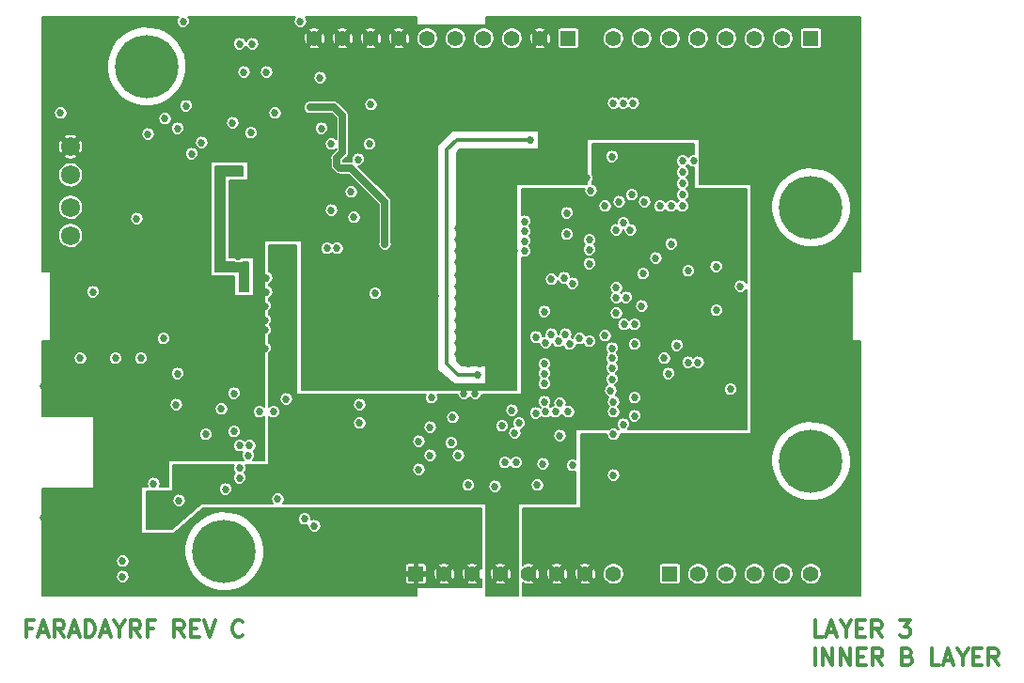
<source format=gbr>
G04 (created by PCBNEW (2013-07-07 BZR 4022)-stable) date 10/30/2016 12:44:05 AM*
%MOIN*%
G04 Gerber Fmt 3.4, Leading zero omitted, Abs format*
%FSLAX34Y34*%
G01*
G70*
G90*
G04 APERTURE LIST*
%ADD10C,0.00590551*%
%ADD11C,0.011811*%
%ADD12C,0.224409*%
%ADD13R,0.055X0.055*%
%ADD14C,0.055*%
%ADD15C,0.0677165*%
%ADD16C,0.027*%
%ADD17C,0.025*%
%ADD18C,0.0129*%
%ADD19C,0.007*%
G04 APERTURE END LIST*
G54D10*
G54D11*
X85140Y-62239D02*
X85140Y-61648D01*
X85421Y-62239D02*
X85421Y-61648D01*
X85759Y-62239D01*
X85759Y-61648D01*
X86040Y-62239D02*
X86040Y-61648D01*
X86377Y-62239D01*
X86377Y-61648D01*
X86659Y-61929D02*
X86856Y-61929D01*
X86940Y-62239D02*
X86659Y-62239D01*
X86659Y-61648D01*
X86940Y-61648D01*
X87530Y-62239D02*
X87334Y-61957D01*
X87193Y-62239D02*
X87193Y-61648D01*
X87418Y-61648D01*
X87474Y-61676D01*
X87502Y-61704D01*
X87530Y-61760D01*
X87530Y-61845D01*
X87502Y-61901D01*
X87474Y-61929D01*
X87418Y-61957D01*
X87193Y-61957D01*
X88430Y-61929D02*
X88515Y-61957D01*
X88543Y-61985D01*
X88571Y-62042D01*
X88571Y-62126D01*
X88543Y-62182D01*
X88515Y-62210D01*
X88458Y-62239D01*
X88233Y-62239D01*
X88233Y-61648D01*
X88430Y-61648D01*
X88487Y-61676D01*
X88515Y-61704D01*
X88543Y-61760D01*
X88543Y-61817D01*
X88515Y-61873D01*
X88487Y-61901D01*
X88430Y-61929D01*
X88233Y-61929D01*
X89555Y-62239D02*
X89274Y-62239D01*
X89274Y-61648D01*
X89724Y-62070D02*
X90005Y-62070D01*
X89668Y-62239D02*
X89865Y-61648D01*
X90061Y-62239D01*
X90371Y-61957D02*
X90371Y-62239D01*
X90174Y-61648D02*
X90371Y-61957D01*
X90568Y-61648D01*
X90764Y-61929D02*
X90961Y-61929D01*
X91046Y-62239D02*
X90764Y-62239D01*
X90764Y-61648D01*
X91046Y-61648D01*
X91636Y-62239D02*
X91439Y-61957D01*
X91299Y-62239D02*
X91299Y-61648D01*
X91524Y-61648D01*
X91580Y-61676D01*
X91608Y-61704D01*
X91636Y-61760D01*
X91636Y-61845D01*
X91608Y-61901D01*
X91580Y-61929D01*
X91524Y-61957D01*
X91299Y-61957D01*
X57372Y-60929D02*
X57175Y-60929D01*
X57175Y-61239D02*
X57175Y-60648D01*
X57456Y-60648D01*
X57653Y-61070D02*
X57934Y-61070D01*
X57597Y-61239D02*
X57794Y-60648D01*
X57991Y-61239D01*
X58525Y-61239D02*
X58328Y-60957D01*
X58187Y-61239D02*
X58187Y-60648D01*
X58412Y-60648D01*
X58469Y-60676D01*
X58497Y-60704D01*
X58525Y-60760D01*
X58525Y-60845D01*
X58497Y-60901D01*
X58469Y-60929D01*
X58412Y-60957D01*
X58187Y-60957D01*
X58750Y-61070D02*
X59031Y-61070D01*
X58694Y-61239D02*
X58890Y-60648D01*
X59087Y-61239D01*
X59284Y-61239D02*
X59284Y-60648D01*
X59425Y-60648D01*
X59509Y-60676D01*
X59565Y-60732D01*
X59593Y-60789D01*
X59622Y-60901D01*
X59622Y-60985D01*
X59593Y-61098D01*
X59565Y-61154D01*
X59509Y-61210D01*
X59425Y-61239D01*
X59284Y-61239D01*
X59847Y-61070D02*
X60128Y-61070D01*
X59790Y-61239D02*
X59987Y-60648D01*
X60184Y-61239D01*
X60493Y-60957D02*
X60493Y-61239D01*
X60296Y-60648D02*
X60493Y-60957D01*
X60690Y-60648D01*
X61224Y-61239D02*
X61028Y-60957D01*
X60887Y-61239D02*
X60887Y-60648D01*
X61112Y-60648D01*
X61168Y-60676D01*
X61196Y-60704D01*
X61224Y-60760D01*
X61224Y-60845D01*
X61196Y-60901D01*
X61168Y-60929D01*
X61112Y-60957D01*
X60887Y-60957D01*
X61674Y-60929D02*
X61478Y-60929D01*
X61478Y-61239D02*
X61478Y-60648D01*
X61759Y-60648D01*
X62771Y-61239D02*
X62574Y-60957D01*
X62434Y-61239D02*
X62434Y-60648D01*
X62659Y-60648D01*
X62715Y-60676D01*
X62743Y-60704D01*
X62771Y-60760D01*
X62771Y-60845D01*
X62743Y-60901D01*
X62715Y-60929D01*
X62659Y-60957D01*
X62434Y-60957D01*
X63024Y-60929D02*
X63221Y-60929D01*
X63305Y-61239D02*
X63024Y-61239D01*
X63024Y-60648D01*
X63305Y-60648D01*
X63474Y-60648D02*
X63671Y-61239D01*
X63868Y-60648D01*
X64852Y-61182D02*
X64824Y-61210D01*
X64740Y-61239D01*
X64683Y-61239D01*
X64599Y-61210D01*
X64543Y-61154D01*
X64515Y-61098D01*
X64487Y-60985D01*
X64487Y-60901D01*
X64515Y-60789D01*
X64543Y-60732D01*
X64599Y-60676D01*
X64683Y-60648D01*
X64740Y-60648D01*
X64824Y-60676D01*
X64852Y-60704D01*
X85421Y-61239D02*
X85140Y-61239D01*
X85140Y-60648D01*
X85590Y-61070D02*
X85871Y-61070D01*
X85534Y-61239D02*
X85731Y-60648D01*
X85928Y-61239D01*
X86237Y-60957D02*
X86237Y-61239D01*
X86040Y-60648D02*
X86237Y-60957D01*
X86434Y-60648D01*
X86631Y-60929D02*
X86827Y-60929D01*
X86912Y-61239D02*
X86631Y-61239D01*
X86631Y-60648D01*
X86912Y-60648D01*
X87502Y-61239D02*
X87305Y-60957D01*
X87165Y-61239D02*
X87165Y-60648D01*
X87390Y-60648D01*
X87446Y-60676D01*
X87474Y-60704D01*
X87502Y-60760D01*
X87502Y-60845D01*
X87474Y-60901D01*
X87446Y-60929D01*
X87390Y-60957D01*
X87165Y-60957D01*
X88149Y-60648D02*
X88515Y-60648D01*
X88318Y-60873D01*
X88402Y-60873D01*
X88458Y-60901D01*
X88487Y-60929D01*
X88515Y-60985D01*
X88515Y-61126D01*
X88487Y-61182D01*
X88458Y-61210D01*
X88402Y-61239D01*
X88233Y-61239D01*
X88177Y-61210D01*
X88149Y-61182D01*
G54D12*
X85000Y-46000D03*
X64200Y-58200D03*
X61450Y-41000D03*
X85000Y-55000D03*
G54D13*
X80000Y-59000D03*
G54D14*
X81000Y-59000D03*
X82000Y-59000D03*
X83000Y-59000D03*
X84000Y-59000D03*
X85000Y-59000D03*
G54D13*
X85000Y-40000D03*
G54D14*
X84000Y-40000D03*
X83000Y-40000D03*
X82000Y-40000D03*
X81000Y-40000D03*
X80000Y-40000D03*
X79000Y-40000D03*
X78000Y-40000D03*
G54D13*
X76400Y-40000D03*
G54D14*
X75400Y-40000D03*
X74400Y-40000D03*
X73400Y-40000D03*
X72400Y-40000D03*
X71400Y-40000D03*
X70400Y-40000D03*
X69400Y-40000D03*
X68400Y-40000D03*
X67400Y-40000D03*
G54D13*
X71000Y-59000D03*
G54D14*
X72000Y-59000D03*
X73000Y-59000D03*
X74000Y-59000D03*
X75000Y-59000D03*
X76000Y-59000D03*
X77000Y-59000D03*
X78000Y-59000D03*
G54D15*
X58750Y-46000D03*
X58750Y-47000D03*
X58750Y-44850D03*
X58750Y-43850D03*
G54D16*
X80100Y-44950D03*
X61550Y-57250D03*
X65950Y-48050D03*
X77600Y-44500D03*
X79350Y-46800D03*
X79250Y-50350D03*
X75550Y-49150D03*
X82450Y-51600D03*
X81150Y-47400D03*
X75850Y-55100D03*
X74550Y-54350D03*
X72200Y-55600D03*
X66250Y-50800D03*
X63500Y-55800D03*
X67600Y-41400D03*
X63400Y-43700D03*
X67250Y-42450D03*
X68200Y-44250D03*
X69900Y-47300D03*
X75550Y-49700D03*
X76550Y-48700D03*
X75600Y-50800D03*
X76250Y-48500D03*
X66100Y-56350D03*
X78375Y-50150D03*
X75250Y-50600D03*
X69550Y-49050D03*
X62550Y-51900D03*
X60350Y-51350D03*
X64550Y-52600D03*
X64550Y-53950D03*
X78350Y-53700D03*
X61250Y-51350D03*
X77150Y-47150D03*
X80050Y-47300D03*
X77950Y-52100D03*
X79000Y-49500D03*
X82500Y-48800D03*
X77950Y-51700D03*
X59550Y-49000D03*
X65450Y-53250D03*
X58400Y-42650D03*
X78750Y-53400D03*
X65050Y-54800D03*
X78000Y-54050D03*
X78000Y-55500D03*
X64750Y-55600D03*
X77700Y-50550D03*
X67400Y-57300D03*
X60600Y-59100D03*
X64750Y-55250D03*
X78100Y-49750D03*
X67050Y-57050D03*
X60600Y-58550D03*
X75300Y-55850D03*
X76400Y-53250D03*
X73800Y-55900D03*
X76100Y-54100D03*
X74500Y-54000D03*
X74400Y-53200D03*
X75550Y-52900D03*
X66400Y-52800D03*
X75250Y-53300D03*
X68950Y-44300D03*
X74650Y-53650D03*
X75600Y-53250D03*
X69350Y-43750D03*
X69000Y-53650D03*
X69000Y-53000D03*
X71500Y-54800D03*
X64100Y-53150D03*
X76800Y-50650D03*
X77150Y-50750D03*
X59100Y-51350D03*
X64700Y-44700D03*
X64900Y-48750D03*
X64050Y-48100D03*
X73200Y-51950D03*
X75050Y-43600D03*
X78700Y-42300D03*
X78600Y-46800D03*
X78450Y-49200D03*
X76300Y-50500D03*
X78350Y-42300D03*
X76050Y-50750D03*
X78100Y-49200D03*
X78350Y-46550D03*
X78000Y-42300D03*
X78100Y-48850D03*
X78100Y-46800D03*
X75800Y-50500D03*
X74850Y-47550D03*
X78750Y-50150D03*
X74850Y-46850D03*
X76350Y-46950D03*
X77150Y-47500D03*
X77950Y-51000D03*
X81650Y-49650D03*
X81640Y-48100D03*
X79050Y-48350D03*
X74850Y-46500D03*
X78750Y-50850D03*
X80650Y-51500D03*
X74850Y-47200D03*
X79500Y-47800D03*
X81000Y-51500D03*
X77950Y-51350D03*
X65100Y-54450D03*
X78000Y-53250D03*
X64750Y-54450D03*
X78000Y-52900D03*
X80450Y-43200D03*
X71100Y-54300D03*
X71100Y-52300D03*
X71100Y-55300D03*
X71700Y-49150D03*
X71150Y-47000D03*
X71150Y-46600D03*
X71150Y-48600D03*
X71150Y-48200D03*
X71150Y-47800D03*
X71150Y-47400D03*
X71100Y-51300D03*
X71550Y-52750D03*
X71150Y-40950D03*
X71150Y-41750D03*
X71150Y-42600D03*
X71150Y-43400D03*
X71150Y-44200D03*
X71150Y-45000D03*
X71150Y-45800D03*
X69500Y-46600D03*
X71150Y-46200D03*
X71150Y-45400D03*
X71150Y-44600D03*
X71150Y-43800D03*
X71150Y-43000D03*
X71150Y-42250D03*
X71150Y-41350D03*
X72350Y-40950D03*
X74100Y-47550D03*
X73300Y-47550D03*
X72500Y-47550D03*
X72900Y-47550D03*
X73700Y-47550D03*
X74500Y-47550D03*
X72500Y-49200D03*
X72500Y-47150D03*
X72500Y-47950D03*
X72500Y-48800D03*
X72500Y-49600D03*
X72500Y-50400D03*
X72850Y-51550D03*
X73250Y-51550D03*
X72500Y-51200D03*
X72500Y-50800D03*
X72500Y-50000D03*
X72500Y-48400D03*
X72500Y-46750D03*
X73100Y-52600D03*
X72300Y-53450D03*
X72700Y-52600D03*
X67100Y-46300D03*
X67100Y-47200D03*
X67100Y-48200D03*
X65700Y-48500D03*
X65650Y-50000D03*
X65650Y-51000D03*
X63950Y-51000D03*
X62950Y-51000D03*
X62950Y-49450D03*
X62950Y-48450D03*
X62450Y-47950D03*
X61950Y-47450D03*
X60750Y-47450D03*
X61450Y-47450D03*
X62450Y-47450D03*
X62950Y-47950D03*
X62950Y-48950D03*
X62950Y-50250D03*
X63450Y-51000D03*
X64450Y-51000D03*
X65150Y-51000D03*
X65650Y-50350D03*
X65650Y-49500D03*
X65700Y-49000D03*
X67100Y-47700D03*
X67100Y-46700D03*
X83250Y-44350D03*
X82450Y-44350D03*
X81650Y-44350D03*
X80850Y-44350D03*
X80450Y-44750D03*
X80450Y-45550D03*
X80050Y-45950D03*
X79650Y-45950D03*
X80450Y-45950D03*
X80450Y-45150D03*
X80450Y-44350D03*
X81250Y-44350D03*
X82050Y-44350D03*
X82850Y-44350D03*
X83600Y-44350D03*
X60750Y-44150D03*
X61900Y-43850D03*
X63000Y-40450D03*
X63000Y-40950D03*
X62750Y-39950D03*
X62900Y-42000D03*
X62900Y-41600D03*
X62600Y-42000D03*
X86350Y-53200D03*
X85350Y-53200D03*
X84200Y-53200D03*
X83700Y-53700D03*
X83200Y-54200D03*
X82200Y-54200D03*
X81200Y-54200D03*
X80200Y-54200D03*
X79200Y-54200D03*
X78950Y-55750D03*
X79700Y-54200D03*
X80700Y-54200D03*
X81700Y-54200D03*
X82700Y-54200D03*
X83700Y-54200D03*
X83700Y-53200D03*
X84650Y-53200D03*
X85850Y-53200D03*
X86650Y-53200D03*
X78950Y-58750D03*
X78950Y-57750D03*
X78950Y-56750D03*
X78950Y-57250D03*
X78950Y-58250D03*
X78950Y-59250D03*
X71900Y-40000D03*
X72900Y-40000D03*
X66250Y-43200D03*
X67250Y-43200D03*
X67600Y-44050D03*
X67600Y-44550D03*
X67600Y-43550D03*
X66750Y-43200D03*
X67600Y-45050D03*
X63550Y-44700D03*
X64900Y-45750D03*
X63050Y-44700D03*
X61750Y-42700D03*
X60750Y-42700D03*
X60750Y-43650D03*
X60750Y-44650D03*
X60750Y-45650D03*
X60750Y-45150D03*
X60750Y-43200D03*
X61250Y-42700D03*
X62150Y-42450D03*
X60750Y-46950D03*
X72500Y-54800D03*
X72850Y-55850D03*
X77200Y-45400D03*
X76350Y-46200D03*
X78200Y-45800D03*
X77700Y-45950D03*
X76200Y-44450D03*
X76600Y-44800D03*
X83100Y-42300D03*
X82700Y-41900D03*
X81900Y-41900D03*
X81100Y-41900D03*
X80300Y-41900D03*
X79500Y-41900D03*
X78700Y-41950D03*
X77900Y-41950D03*
X77500Y-42350D03*
X77100Y-42750D03*
X76700Y-42750D03*
X77500Y-42750D03*
X77500Y-41950D03*
X78300Y-41950D03*
X79100Y-41900D03*
X79900Y-41900D03*
X80700Y-41900D03*
X81500Y-41900D03*
X82300Y-41900D03*
X83100Y-41900D03*
X83500Y-42300D03*
X76300Y-42750D03*
X75900Y-42750D03*
X75500Y-42750D03*
X86500Y-55900D03*
X86500Y-54000D03*
X86550Y-57650D03*
X85700Y-50150D03*
X85400Y-52450D03*
X82150Y-52450D03*
X85400Y-47950D03*
X84200Y-44450D03*
X86250Y-44450D03*
X86200Y-43100D03*
X85300Y-43450D03*
X83600Y-44000D03*
X86200Y-42400D03*
X85300Y-42050D03*
X83550Y-41700D03*
X85800Y-41000D03*
X86200Y-41000D03*
X77900Y-52500D03*
X76450Y-50850D03*
X76100Y-52950D03*
X64000Y-52600D03*
X65500Y-52450D03*
X83000Y-56250D03*
X81000Y-56250D03*
X78950Y-56250D03*
X80000Y-56250D03*
X82000Y-56250D03*
X83800Y-56250D03*
X70800Y-42300D03*
X64250Y-56000D03*
X61450Y-57850D03*
X64700Y-47750D03*
X63950Y-43350D03*
X65300Y-47300D03*
X64900Y-46950D03*
X64900Y-46150D03*
X66650Y-42450D03*
X63650Y-42150D03*
X64250Y-41950D03*
X75050Y-43150D03*
X76750Y-43150D03*
X75900Y-43600D03*
X75050Y-44100D03*
X77050Y-44950D03*
X79100Y-45800D03*
X78650Y-45550D03*
X77950Y-44200D03*
X77950Y-42900D03*
X77550Y-43150D03*
X81500Y-42900D03*
X82950Y-42850D03*
X60350Y-49000D03*
X59150Y-47900D03*
X73900Y-50350D03*
X58200Y-52350D03*
X60400Y-53600D03*
X58300Y-58550D03*
X60000Y-57900D03*
X59150Y-57950D03*
X80250Y-50900D03*
X79950Y-51900D03*
X79800Y-51350D03*
X77150Y-48000D03*
X75800Y-48550D03*
X80000Y-57750D03*
X81000Y-57750D03*
X82000Y-57750D03*
X83000Y-57750D03*
X84000Y-57750D03*
X85000Y-57750D03*
X78450Y-57500D03*
X74150Y-55050D03*
X74550Y-55050D03*
X75500Y-55100D03*
X74050Y-53750D03*
X72250Y-54350D03*
X76550Y-55150D03*
X78750Y-52750D03*
X59650Y-40000D03*
X59700Y-42100D03*
X57800Y-52350D03*
X58600Y-57000D03*
X57800Y-57000D03*
X75550Y-51550D03*
X75550Y-52250D03*
X75550Y-51900D03*
X68800Y-45800D03*
X80650Y-48250D03*
X71500Y-53800D03*
X73800Y-51150D03*
X69750Y-43450D03*
X68550Y-41950D03*
X68000Y-45050D03*
X60400Y-55800D03*
X58250Y-57000D03*
X61300Y-55800D03*
X62200Y-54450D03*
X62200Y-54050D03*
X62200Y-53650D03*
X61700Y-53600D03*
X75950Y-53250D03*
X66900Y-39400D03*
X62750Y-39400D03*
X63050Y-44100D03*
X68800Y-46350D03*
X68000Y-46100D03*
X62100Y-42850D03*
X61500Y-43400D03*
X62550Y-43200D03*
X68200Y-47450D03*
X61100Y-46400D03*
X67850Y-47450D03*
X65150Y-43350D03*
X68700Y-45450D03*
X64500Y-43000D03*
X62850Y-42400D03*
X69400Y-42350D03*
X68000Y-43750D03*
X64900Y-41200D03*
X64750Y-40200D03*
X65200Y-40200D03*
X65700Y-41200D03*
X66000Y-42650D03*
X67650Y-43200D03*
X62600Y-56400D03*
X61700Y-55800D03*
X63550Y-54050D03*
X62500Y-53000D03*
X62050Y-50650D03*
X65950Y-53250D03*
G54D17*
X68200Y-44250D02*
X68400Y-44050D01*
X68100Y-42450D02*
X67250Y-42450D01*
X68400Y-42750D02*
X68100Y-42450D01*
X68400Y-44050D02*
X68400Y-42750D01*
X69900Y-45800D02*
X69900Y-47300D01*
X68200Y-44250D02*
X68200Y-44500D01*
X68700Y-44600D02*
X69900Y-45800D01*
X68300Y-44600D02*
X68700Y-44600D01*
X68200Y-44500D02*
X68300Y-44600D01*
G54D18*
X72450Y-43600D02*
X72100Y-43950D01*
X72100Y-43950D02*
X72100Y-51550D01*
X72100Y-51550D02*
X72500Y-51950D01*
X72500Y-51950D02*
X73200Y-51950D01*
X75050Y-43600D02*
X72450Y-43600D01*
G54D10*
G36*
X82715Y-53865D02*
X82390Y-53865D01*
X82390Y-52426D01*
X82380Y-52380D01*
X82362Y-52336D01*
X82336Y-52297D01*
X82303Y-52264D01*
X82264Y-52237D01*
X82221Y-52219D01*
X82175Y-52210D01*
X82128Y-52209D01*
X82081Y-52218D01*
X82038Y-52236D01*
X81998Y-52262D01*
X81965Y-52294D01*
X81938Y-52333D01*
X81920Y-52377D01*
X81910Y-52423D01*
X81909Y-52470D01*
X81918Y-52516D01*
X81935Y-52560D01*
X81961Y-52599D01*
X81993Y-52633D01*
X82032Y-52660D01*
X82075Y-52679D01*
X82121Y-52689D01*
X82168Y-52690D01*
X82214Y-52682D01*
X82258Y-52665D01*
X82298Y-52640D01*
X82332Y-52607D01*
X82359Y-52569D01*
X82378Y-52526D01*
X82389Y-52480D01*
X82390Y-52426D01*
X82390Y-53865D01*
X81890Y-53865D01*
X81890Y-49626D01*
X81880Y-49580D01*
X81880Y-49578D01*
X81880Y-48076D01*
X81870Y-48030D01*
X81852Y-47986D01*
X81826Y-47947D01*
X81793Y-47914D01*
X81754Y-47887D01*
X81711Y-47869D01*
X81665Y-47860D01*
X81618Y-47859D01*
X81571Y-47868D01*
X81528Y-47886D01*
X81488Y-47912D01*
X81455Y-47944D01*
X81428Y-47983D01*
X81410Y-48027D01*
X81400Y-48073D01*
X81399Y-48120D01*
X81408Y-48166D01*
X81425Y-48210D01*
X81451Y-48249D01*
X81483Y-48283D01*
X81522Y-48310D01*
X81565Y-48329D01*
X81611Y-48339D01*
X81658Y-48340D01*
X81704Y-48332D01*
X81748Y-48315D01*
X81788Y-48290D01*
X81822Y-48257D01*
X81849Y-48219D01*
X81868Y-48176D01*
X81879Y-48130D01*
X81880Y-48076D01*
X81880Y-49578D01*
X81862Y-49536D01*
X81836Y-49497D01*
X81803Y-49464D01*
X81764Y-49437D01*
X81721Y-49419D01*
X81675Y-49410D01*
X81628Y-49409D01*
X81581Y-49418D01*
X81538Y-49436D01*
X81498Y-49462D01*
X81465Y-49494D01*
X81438Y-49533D01*
X81420Y-49577D01*
X81410Y-49623D01*
X81409Y-49670D01*
X81418Y-49716D01*
X81435Y-49760D01*
X81461Y-49799D01*
X81493Y-49833D01*
X81532Y-49860D01*
X81575Y-49879D01*
X81621Y-49889D01*
X81668Y-49890D01*
X81714Y-49882D01*
X81758Y-49865D01*
X81798Y-49840D01*
X81832Y-49807D01*
X81859Y-49769D01*
X81878Y-49726D01*
X81889Y-49680D01*
X81890Y-49626D01*
X81890Y-53865D01*
X81240Y-53865D01*
X81240Y-51476D01*
X81230Y-51430D01*
X81212Y-51386D01*
X81186Y-51347D01*
X81153Y-51314D01*
X81114Y-51287D01*
X81071Y-51269D01*
X81025Y-51260D01*
X80978Y-51259D01*
X80931Y-51268D01*
X80890Y-51285D01*
X80890Y-48226D01*
X80880Y-48180D01*
X80862Y-48136D01*
X80836Y-48097D01*
X80803Y-48064D01*
X80764Y-48037D01*
X80721Y-48019D01*
X80675Y-48010D01*
X80628Y-48009D01*
X80581Y-48018D01*
X80538Y-48036D01*
X80498Y-48062D01*
X80465Y-48094D01*
X80438Y-48133D01*
X80420Y-48177D01*
X80410Y-48223D01*
X80409Y-48270D01*
X80418Y-48316D01*
X80435Y-48360D01*
X80461Y-48399D01*
X80493Y-48433D01*
X80532Y-48460D01*
X80575Y-48479D01*
X80621Y-48489D01*
X80668Y-48490D01*
X80714Y-48482D01*
X80758Y-48465D01*
X80798Y-48440D01*
X80832Y-48407D01*
X80859Y-48369D01*
X80878Y-48326D01*
X80889Y-48280D01*
X80890Y-48226D01*
X80890Y-51285D01*
X80888Y-51286D01*
X80848Y-51312D01*
X80824Y-51335D01*
X80803Y-51314D01*
X80764Y-51287D01*
X80721Y-51269D01*
X80675Y-51260D01*
X80628Y-51259D01*
X80581Y-51268D01*
X80538Y-51286D01*
X80498Y-51312D01*
X80490Y-51320D01*
X80490Y-50876D01*
X80480Y-50830D01*
X80462Y-50786D01*
X80436Y-50747D01*
X80403Y-50714D01*
X80364Y-50687D01*
X80321Y-50669D01*
X80290Y-50663D01*
X80290Y-47276D01*
X80280Y-47230D01*
X80262Y-47186D01*
X80236Y-47147D01*
X80203Y-47114D01*
X80164Y-47087D01*
X80121Y-47069D01*
X80075Y-47060D01*
X80028Y-47059D01*
X79981Y-47068D01*
X79938Y-47086D01*
X79898Y-47112D01*
X79865Y-47144D01*
X79838Y-47183D01*
X79820Y-47227D01*
X79810Y-47273D01*
X79809Y-47320D01*
X79818Y-47366D01*
X79835Y-47410D01*
X79861Y-47449D01*
X79893Y-47483D01*
X79932Y-47510D01*
X79975Y-47529D01*
X80021Y-47539D01*
X80068Y-47540D01*
X80114Y-47532D01*
X80158Y-47515D01*
X80198Y-47490D01*
X80232Y-47457D01*
X80259Y-47419D01*
X80278Y-47376D01*
X80289Y-47330D01*
X80290Y-47276D01*
X80290Y-50663D01*
X80275Y-50660D01*
X80228Y-50659D01*
X80181Y-50668D01*
X80138Y-50686D01*
X80098Y-50712D01*
X80065Y-50744D01*
X80038Y-50783D01*
X80020Y-50827D01*
X80010Y-50873D01*
X80009Y-50920D01*
X80018Y-50966D01*
X80035Y-51010D01*
X80061Y-51049D01*
X80093Y-51083D01*
X80132Y-51110D01*
X80175Y-51129D01*
X80221Y-51139D01*
X80268Y-51140D01*
X80314Y-51132D01*
X80358Y-51115D01*
X80398Y-51090D01*
X80432Y-51057D01*
X80459Y-51019D01*
X80478Y-50976D01*
X80489Y-50930D01*
X80490Y-50876D01*
X80490Y-51320D01*
X80465Y-51344D01*
X80438Y-51383D01*
X80420Y-51427D01*
X80410Y-51473D01*
X80409Y-51520D01*
X80418Y-51566D01*
X80435Y-51610D01*
X80461Y-51649D01*
X80493Y-51683D01*
X80532Y-51710D01*
X80575Y-51729D01*
X80621Y-51739D01*
X80668Y-51740D01*
X80714Y-51732D01*
X80758Y-51715D01*
X80798Y-51690D01*
X80825Y-51664D01*
X80843Y-51683D01*
X80882Y-51710D01*
X80925Y-51729D01*
X80971Y-51739D01*
X81018Y-51740D01*
X81064Y-51732D01*
X81108Y-51715D01*
X81148Y-51690D01*
X81182Y-51657D01*
X81209Y-51619D01*
X81228Y-51576D01*
X81239Y-51530D01*
X81240Y-51476D01*
X81240Y-53865D01*
X80190Y-53865D01*
X80190Y-51876D01*
X80180Y-51830D01*
X80162Y-51786D01*
X80136Y-51747D01*
X80103Y-51714D01*
X80064Y-51687D01*
X80040Y-51677D01*
X80040Y-51326D01*
X80030Y-51280D01*
X80012Y-51236D01*
X79986Y-51197D01*
X79953Y-51164D01*
X79914Y-51137D01*
X79871Y-51119D01*
X79825Y-51110D01*
X79778Y-51109D01*
X79740Y-51117D01*
X79740Y-47776D01*
X79730Y-47730D01*
X79712Y-47686D01*
X79686Y-47647D01*
X79653Y-47614D01*
X79614Y-47587D01*
X79571Y-47569D01*
X79525Y-47560D01*
X79478Y-47559D01*
X79431Y-47568D01*
X79388Y-47586D01*
X79348Y-47612D01*
X79340Y-47620D01*
X79340Y-45776D01*
X79330Y-45730D01*
X79312Y-45686D01*
X79286Y-45647D01*
X79253Y-45614D01*
X79214Y-45587D01*
X79171Y-45569D01*
X79125Y-45560D01*
X79078Y-45559D01*
X79031Y-45568D01*
X78988Y-45586D01*
X78948Y-45612D01*
X78915Y-45644D01*
X78890Y-45681D01*
X78890Y-45526D01*
X78880Y-45480D01*
X78862Y-45436D01*
X78836Y-45397D01*
X78803Y-45364D01*
X78764Y-45337D01*
X78721Y-45319D01*
X78675Y-45310D01*
X78628Y-45309D01*
X78581Y-45318D01*
X78538Y-45336D01*
X78498Y-45362D01*
X78465Y-45394D01*
X78438Y-45433D01*
X78420Y-45477D01*
X78410Y-45523D01*
X78409Y-45570D01*
X78418Y-45616D01*
X78435Y-45660D01*
X78461Y-45699D01*
X78493Y-45733D01*
X78532Y-45760D01*
X78575Y-45779D01*
X78621Y-45789D01*
X78668Y-45790D01*
X78714Y-45782D01*
X78758Y-45765D01*
X78798Y-45740D01*
X78832Y-45707D01*
X78859Y-45669D01*
X78878Y-45626D01*
X78889Y-45580D01*
X78890Y-45526D01*
X78890Y-45681D01*
X78888Y-45683D01*
X78870Y-45727D01*
X78860Y-45773D01*
X78859Y-45820D01*
X78868Y-45866D01*
X78885Y-45910D01*
X78911Y-45949D01*
X78943Y-45983D01*
X78982Y-46010D01*
X79025Y-46029D01*
X79071Y-46039D01*
X79118Y-46040D01*
X79164Y-46032D01*
X79208Y-46015D01*
X79248Y-45990D01*
X79282Y-45957D01*
X79309Y-45919D01*
X79328Y-45876D01*
X79339Y-45830D01*
X79340Y-45776D01*
X79340Y-47620D01*
X79315Y-47644D01*
X79288Y-47683D01*
X79270Y-47727D01*
X79260Y-47773D01*
X79259Y-47820D01*
X79268Y-47866D01*
X79285Y-47910D01*
X79311Y-47949D01*
X79343Y-47983D01*
X79382Y-48010D01*
X79425Y-48029D01*
X79471Y-48039D01*
X79518Y-48040D01*
X79564Y-48032D01*
X79608Y-48015D01*
X79648Y-47990D01*
X79682Y-47957D01*
X79709Y-47919D01*
X79728Y-47876D01*
X79739Y-47830D01*
X79740Y-47776D01*
X79740Y-51117D01*
X79731Y-51118D01*
X79688Y-51136D01*
X79648Y-51162D01*
X79615Y-51194D01*
X79588Y-51233D01*
X79570Y-51277D01*
X79560Y-51323D01*
X79559Y-51370D01*
X79568Y-51416D01*
X79585Y-51460D01*
X79611Y-51499D01*
X79643Y-51533D01*
X79682Y-51560D01*
X79725Y-51579D01*
X79771Y-51589D01*
X79818Y-51590D01*
X79864Y-51582D01*
X79908Y-51565D01*
X79948Y-51540D01*
X79982Y-51507D01*
X80009Y-51469D01*
X80028Y-51426D01*
X80039Y-51380D01*
X80040Y-51326D01*
X80040Y-51677D01*
X80021Y-51669D01*
X79975Y-51660D01*
X79928Y-51659D01*
X79881Y-51668D01*
X79838Y-51686D01*
X79798Y-51712D01*
X79765Y-51744D01*
X79738Y-51783D01*
X79720Y-51827D01*
X79710Y-51873D01*
X79709Y-51920D01*
X79718Y-51966D01*
X79735Y-52010D01*
X79761Y-52049D01*
X79793Y-52083D01*
X79832Y-52110D01*
X79875Y-52129D01*
X79921Y-52139D01*
X79968Y-52140D01*
X80014Y-52132D01*
X80058Y-52115D01*
X80098Y-52090D01*
X80132Y-52057D01*
X80159Y-52019D01*
X80178Y-51976D01*
X80189Y-51930D01*
X80190Y-51876D01*
X80190Y-53865D01*
X79290Y-53865D01*
X79290Y-48326D01*
X79280Y-48280D01*
X79262Y-48236D01*
X79236Y-48197D01*
X79203Y-48164D01*
X79164Y-48137D01*
X79121Y-48119D01*
X79075Y-48110D01*
X79028Y-48109D01*
X78981Y-48118D01*
X78938Y-48136D01*
X78898Y-48162D01*
X78865Y-48194D01*
X78840Y-48231D01*
X78840Y-46776D01*
X78830Y-46730D01*
X78812Y-46686D01*
X78786Y-46647D01*
X78753Y-46614D01*
X78714Y-46587D01*
X78671Y-46569D01*
X78625Y-46560D01*
X78589Y-46559D01*
X78590Y-46526D01*
X78580Y-46480D01*
X78562Y-46436D01*
X78536Y-46397D01*
X78503Y-46364D01*
X78464Y-46337D01*
X78440Y-46327D01*
X78440Y-45776D01*
X78430Y-45730D01*
X78412Y-45686D01*
X78386Y-45647D01*
X78353Y-45614D01*
X78314Y-45587D01*
X78271Y-45569D01*
X78225Y-45560D01*
X78190Y-45559D01*
X78190Y-44176D01*
X78180Y-44130D01*
X78162Y-44086D01*
X78136Y-44047D01*
X78103Y-44014D01*
X78064Y-43987D01*
X78021Y-43969D01*
X77975Y-43960D01*
X77928Y-43959D01*
X77881Y-43968D01*
X77838Y-43986D01*
X77798Y-44012D01*
X77765Y-44044D01*
X77738Y-44083D01*
X77720Y-44127D01*
X77710Y-44173D01*
X77709Y-44220D01*
X77718Y-44266D01*
X77735Y-44310D01*
X77761Y-44349D01*
X77793Y-44383D01*
X77832Y-44410D01*
X77875Y-44429D01*
X77921Y-44439D01*
X77968Y-44440D01*
X78014Y-44432D01*
X78058Y-44415D01*
X78098Y-44390D01*
X78132Y-44357D01*
X78159Y-44319D01*
X78178Y-44276D01*
X78189Y-44230D01*
X78190Y-44176D01*
X78190Y-45559D01*
X78178Y-45559D01*
X78131Y-45568D01*
X78088Y-45586D01*
X78048Y-45612D01*
X78015Y-45644D01*
X77988Y-45683D01*
X77970Y-45727D01*
X77960Y-45773D01*
X77959Y-45820D01*
X77968Y-45866D01*
X77985Y-45910D01*
X78011Y-45949D01*
X78043Y-45983D01*
X78082Y-46010D01*
X78125Y-46029D01*
X78171Y-46039D01*
X78218Y-46040D01*
X78264Y-46032D01*
X78308Y-46015D01*
X78348Y-45990D01*
X78382Y-45957D01*
X78409Y-45919D01*
X78428Y-45876D01*
X78439Y-45830D01*
X78440Y-45776D01*
X78440Y-46327D01*
X78421Y-46319D01*
X78375Y-46310D01*
X78328Y-46309D01*
X78281Y-46318D01*
X78238Y-46336D01*
X78198Y-46362D01*
X78165Y-46394D01*
X78138Y-46433D01*
X78120Y-46477D01*
X78110Y-46523D01*
X78109Y-46560D01*
X78078Y-46559D01*
X78031Y-46568D01*
X77988Y-46586D01*
X77948Y-46612D01*
X77940Y-46620D01*
X77940Y-45926D01*
X77930Y-45880D01*
X77912Y-45836D01*
X77886Y-45797D01*
X77853Y-45764D01*
X77814Y-45737D01*
X77771Y-45719D01*
X77725Y-45710D01*
X77678Y-45709D01*
X77631Y-45718D01*
X77588Y-45736D01*
X77548Y-45762D01*
X77515Y-45794D01*
X77488Y-45833D01*
X77470Y-45877D01*
X77460Y-45923D01*
X77459Y-45970D01*
X77468Y-46016D01*
X77485Y-46060D01*
X77511Y-46099D01*
X77543Y-46133D01*
X77582Y-46160D01*
X77625Y-46179D01*
X77671Y-46189D01*
X77718Y-46190D01*
X77764Y-46182D01*
X77808Y-46165D01*
X77848Y-46140D01*
X77882Y-46107D01*
X77909Y-46069D01*
X77928Y-46026D01*
X77939Y-45980D01*
X77940Y-45926D01*
X77940Y-46620D01*
X77915Y-46644D01*
X77888Y-46683D01*
X77870Y-46727D01*
X77860Y-46773D01*
X77859Y-46820D01*
X77868Y-46866D01*
X77885Y-46910D01*
X77911Y-46949D01*
X77943Y-46983D01*
X77982Y-47010D01*
X78025Y-47029D01*
X78071Y-47039D01*
X78118Y-47040D01*
X78164Y-47032D01*
X78208Y-47015D01*
X78248Y-46990D01*
X78282Y-46957D01*
X78309Y-46919D01*
X78328Y-46876D01*
X78339Y-46830D01*
X78339Y-46789D01*
X78360Y-46790D01*
X78359Y-46820D01*
X78368Y-46866D01*
X78385Y-46910D01*
X78411Y-46949D01*
X78443Y-46983D01*
X78482Y-47010D01*
X78525Y-47029D01*
X78571Y-47039D01*
X78618Y-47040D01*
X78664Y-47032D01*
X78708Y-47015D01*
X78748Y-46990D01*
X78782Y-46957D01*
X78809Y-46919D01*
X78828Y-46876D01*
X78839Y-46830D01*
X78840Y-46776D01*
X78840Y-48231D01*
X78838Y-48233D01*
X78820Y-48277D01*
X78810Y-48323D01*
X78809Y-48370D01*
X78818Y-48416D01*
X78835Y-48460D01*
X78861Y-48499D01*
X78893Y-48533D01*
X78932Y-48560D01*
X78975Y-48579D01*
X79021Y-48589D01*
X79068Y-48590D01*
X79114Y-48582D01*
X79158Y-48565D01*
X79198Y-48540D01*
X79232Y-48507D01*
X79259Y-48469D01*
X79278Y-48426D01*
X79289Y-48380D01*
X79290Y-48326D01*
X79290Y-53865D01*
X79240Y-53865D01*
X79240Y-49476D01*
X79230Y-49430D01*
X79212Y-49386D01*
X79186Y-49347D01*
X79153Y-49314D01*
X79114Y-49287D01*
X79071Y-49269D01*
X79025Y-49260D01*
X78978Y-49259D01*
X78931Y-49268D01*
X78888Y-49286D01*
X78848Y-49312D01*
X78815Y-49344D01*
X78788Y-49383D01*
X78770Y-49427D01*
X78760Y-49473D01*
X78759Y-49520D01*
X78768Y-49566D01*
X78785Y-49610D01*
X78811Y-49649D01*
X78843Y-49683D01*
X78882Y-49710D01*
X78925Y-49729D01*
X78971Y-49739D01*
X79018Y-49740D01*
X79064Y-49732D01*
X79108Y-49715D01*
X79148Y-49690D01*
X79182Y-49657D01*
X79209Y-49619D01*
X79228Y-49576D01*
X79239Y-49530D01*
X79240Y-49476D01*
X79240Y-53865D01*
X78990Y-53865D01*
X78990Y-53376D01*
X78990Y-52726D01*
X78990Y-50826D01*
X78990Y-50126D01*
X78980Y-50080D01*
X78962Y-50036D01*
X78936Y-49997D01*
X78903Y-49964D01*
X78864Y-49937D01*
X78821Y-49919D01*
X78775Y-49910D01*
X78728Y-49909D01*
X78690Y-49917D01*
X78690Y-49176D01*
X78680Y-49130D01*
X78662Y-49086D01*
X78636Y-49047D01*
X78603Y-49014D01*
X78564Y-48987D01*
X78521Y-48969D01*
X78475Y-48960D01*
X78428Y-48959D01*
X78381Y-48968D01*
X78338Y-48986D01*
X78298Y-49012D01*
X78274Y-49035D01*
X78264Y-49024D01*
X78282Y-49007D01*
X78309Y-48969D01*
X78328Y-48926D01*
X78339Y-48880D01*
X78340Y-48826D01*
X78330Y-48780D01*
X78312Y-48736D01*
X78286Y-48697D01*
X78253Y-48664D01*
X78214Y-48637D01*
X78171Y-48619D01*
X78125Y-48610D01*
X78078Y-48609D01*
X78031Y-48618D01*
X77988Y-48636D01*
X77948Y-48662D01*
X77915Y-48694D01*
X77888Y-48733D01*
X77870Y-48777D01*
X77860Y-48823D01*
X77859Y-48870D01*
X77868Y-48916D01*
X77885Y-48960D01*
X77911Y-48999D01*
X77935Y-49025D01*
X77915Y-49044D01*
X77888Y-49083D01*
X77870Y-49127D01*
X77860Y-49173D01*
X77859Y-49220D01*
X77868Y-49266D01*
X77885Y-49310D01*
X77911Y-49349D01*
X77943Y-49383D01*
X77982Y-49410D01*
X78025Y-49429D01*
X78071Y-49439D01*
X78118Y-49440D01*
X78164Y-49432D01*
X78208Y-49415D01*
X78248Y-49390D01*
X78275Y-49364D01*
X78293Y-49383D01*
X78332Y-49410D01*
X78375Y-49429D01*
X78421Y-49439D01*
X78468Y-49440D01*
X78514Y-49432D01*
X78558Y-49415D01*
X78598Y-49390D01*
X78632Y-49357D01*
X78659Y-49319D01*
X78678Y-49276D01*
X78689Y-49230D01*
X78690Y-49176D01*
X78690Y-49917D01*
X78681Y-49918D01*
X78638Y-49936D01*
X78598Y-49962D01*
X78565Y-49994D01*
X78562Y-49998D01*
X78561Y-49997D01*
X78528Y-49964D01*
X78489Y-49937D01*
X78446Y-49919D01*
X78400Y-49910D01*
X78353Y-49909D01*
X78340Y-49912D01*
X78340Y-49726D01*
X78330Y-49680D01*
X78312Y-49636D01*
X78286Y-49597D01*
X78253Y-49564D01*
X78214Y-49537D01*
X78171Y-49519D01*
X78125Y-49510D01*
X78078Y-49509D01*
X78031Y-49518D01*
X77988Y-49536D01*
X77948Y-49562D01*
X77915Y-49594D01*
X77888Y-49633D01*
X77870Y-49677D01*
X77860Y-49723D01*
X77859Y-49770D01*
X77868Y-49816D01*
X77885Y-49860D01*
X77911Y-49899D01*
X77943Y-49933D01*
X77982Y-49960D01*
X78025Y-49979D01*
X78071Y-49989D01*
X78118Y-49990D01*
X78164Y-49982D01*
X78208Y-49965D01*
X78248Y-49940D01*
X78282Y-49907D01*
X78309Y-49869D01*
X78328Y-49826D01*
X78339Y-49780D01*
X78340Y-49726D01*
X78340Y-49912D01*
X78306Y-49918D01*
X78263Y-49936D01*
X78223Y-49962D01*
X78190Y-49994D01*
X78163Y-50033D01*
X78145Y-50077D01*
X78135Y-50123D01*
X78134Y-50170D01*
X78143Y-50216D01*
X78160Y-50260D01*
X78186Y-50299D01*
X78218Y-50333D01*
X78257Y-50360D01*
X78300Y-50379D01*
X78346Y-50389D01*
X78393Y-50390D01*
X78439Y-50382D01*
X78483Y-50365D01*
X78523Y-50340D01*
X78557Y-50307D01*
X78562Y-50301D01*
X78593Y-50333D01*
X78632Y-50360D01*
X78675Y-50379D01*
X78721Y-50389D01*
X78768Y-50390D01*
X78814Y-50382D01*
X78858Y-50365D01*
X78898Y-50340D01*
X78932Y-50307D01*
X78959Y-50269D01*
X78978Y-50226D01*
X78989Y-50180D01*
X78990Y-50126D01*
X78990Y-50826D01*
X78980Y-50780D01*
X78962Y-50736D01*
X78936Y-50697D01*
X78903Y-50664D01*
X78864Y-50637D01*
X78821Y-50619D01*
X78775Y-50610D01*
X78728Y-50609D01*
X78681Y-50618D01*
X78638Y-50636D01*
X78598Y-50662D01*
X78565Y-50694D01*
X78538Y-50733D01*
X78520Y-50777D01*
X78510Y-50823D01*
X78509Y-50870D01*
X78518Y-50916D01*
X78535Y-50960D01*
X78561Y-50999D01*
X78593Y-51033D01*
X78632Y-51060D01*
X78675Y-51079D01*
X78721Y-51089D01*
X78768Y-51090D01*
X78814Y-51082D01*
X78858Y-51065D01*
X78898Y-51040D01*
X78932Y-51007D01*
X78959Y-50969D01*
X78978Y-50926D01*
X78989Y-50880D01*
X78990Y-50826D01*
X78990Y-52726D01*
X78980Y-52680D01*
X78962Y-52636D01*
X78936Y-52597D01*
X78903Y-52564D01*
X78864Y-52537D01*
X78821Y-52519D01*
X78775Y-52510D01*
X78728Y-52509D01*
X78681Y-52518D01*
X78638Y-52536D01*
X78598Y-52562D01*
X78565Y-52594D01*
X78538Y-52633D01*
X78520Y-52677D01*
X78510Y-52723D01*
X78509Y-52770D01*
X78518Y-52816D01*
X78535Y-52860D01*
X78561Y-52899D01*
X78593Y-52933D01*
X78632Y-52960D01*
X78675Y-52979D01*
X78721Y-52989D01*
X78768Y-52990D01*
X78814Y-52982D01*
X78858Y-52965D01*
X78898Y-52940D01*
X78932Y-52907D01*
X78959Y-52869D01*
X78978Y-52826D01*
X78989Y-52780D01*
X78990Y-52726D01*
X78990Y-53376D01*
X78980Y-53330D01*
X78962Y-53286D01*
X78936Y-53247D01*
X78903Y-53214D01*
X78864Y-53187D01*
X78821Y-53169D01*
X78775Y-53160D01*
X78728Y-53159D01*
X78681Y-53168D01*
X78638Y-53186D01*
X78598Y-53212D01*
X78565Y-53244D01*
X78538Y-53283D01*
X78520Y-53327D01*
X78510Y-53373D01*
X78509Y-53420D01*
X78518Y-53466D01*
X78535Y-53510D01*
X78561Y-53549D01*
X78593Y-53583D01*
X78632Y-53610D01*
X78675Y-53629D01*
X78721Y-53639D01*
X78768Y-53640D01*
X78814Y-53632D01*
X78858Y-53615D01*
X78898Y-53590D01*
X78932Y-53557D01*
X78959Y-53519D01*
X78978Y-53476D01*
X78989Y-53430D01*
X78990Y-53376D01*
X78990Y-53865D01*
X78524Y-53865D01*
X78532Y-53857D01*
X78559Y-53819D01*
X78578Y-53776D01*
X78589Y-53730D01*
X78590Y-53676D01*
X78580Y-53630D01*
X78562Y-53586D01*
X78536Y-53547D01*
X78503Y-53514D01*
X78464Y-53487D01*
X78421Y-53469D01*
X78375Y-53460D01*
X78328Y-53459D01*
X78281Y-53468D01*
X78240Y-53485D01*
X78240Y-53226D01*
X78230Y-53180D01*
X78212Y-53136D01*
X78186Y-53097D01*
X78164Y-53074D01*
X78182Y-53057D01*
X78209Y-53019D01*
X78228Y-52976D01*
X78239Y-52930D01*
X78240Y-52876D01*
X78230Y-52830D01*
X78212Y-52786D01*
X78186Y-52747D01*
X78153Y-52714D01*
X78114Y-52687D01*
X78071Y-52669D01*
X78070Y-52669D01*
X78082Y-52657D01*
X78109Y-52619D01*
X78128Y-52576D01*
X78139Y-52530D01*
X78140Y-52476D01*
X78130Y-52430D01*
X78112Y-52386D01*
X78086Y-52347D01*
X78055Y-52316D01*
X78058Y-52315D01*
X78098Y-52290D01*
X78132Y-52257D01*
X78159Y-52219D01*
X78178Y-52176D01*
X78189Y-52130D01*
X78190Y-52076D01*
X78180Y-52030D01*
X78162Y-51986D01*
X78136Y-51947D01*
X78103Y-51914D01*
X78082Y-51900D01*
X78098Y-51890D01*
X78132Y-51857D01*
X78159Y-51819D01*
X78178Y-51776D01*
X78189Y-51730D01*
X78190Y-51676D01*
X78180Y-51630D01*
X78162Y-51586D01*
X78136Y-51547D01*
X78114Y-51524D01*
X78132Y-51507D01*
X78159Y-51469D01*
X78178Y-51426D01*
X78189Y-51380D01*
X78190Y-51326D01*
X78180Y-51280D01*
X78162Y-51236D01*
X78136Y-51197D01*
X78114Y-51174D01*
X78132Y-51157D01*
X78159Y-51119D01*
X78178Y-51076D01*
X78189Y-51030D01*
X78190Y-50976D01*
X78180Y-50930D01*
X78162Y-50886D01*
X78136Y-50847D01*
X78103Y-50814D01*
X78064Y-50787D01*
X78021Y-50769D01*
X77975Y-50760D01*
X77940Y-50759D01*
X77940Y-50526D01*
X77930Y-50480D01*
X77912Y-50436D01*
X77886Y-50397D01*
X77853Y-50364D01*
X77814Y-50337D01*
X77771Y-50319D01*
X77725Y-50310D01*
X77678Y-50309D01*
X77631Y-50318D01*
X77588Y-50336D01*
X77548Y-50362D01*
X77515Y-50394D01*
X77488Y-50433D01*
X77470Y-50477D01*
X77460Y-50523D01*
X77459Y-50570D01*
X77468Y-50616D01*
X77485Y-50660D01*
X77511Y-50699D01*
X77543Y-50733D01*
X77582Y-50760D01*
X77625Y-50779D01*
X77671Y-50789D01*
X77718Y-50790D01*
X77764Y-50782D01*
X77808Y-50765D01*
X77848Y-50740D01*
X77882Y-50707D01*
X77909Y-50669D01*
X77928Y-50626D01*
X77939Y-50580D01*
X77940Y-50526D01*
X77940Y-50759D01*
X77928Y-50759D01*
X77881Y-50768D01*
X77838Y-50786D01*
X77798Y-50812D01*
X77765Y-50844D01*
X77738Y-50883D01*
X77720Y-50927D01*
X77710Y-50973D01*
X77709Y-51020D01*
X77718Y-51066D01*
X77735Y-51110D01*
X77761Y-51149D01*
X77785Y-51175D01*
X77765Y-51194D01*
X77738Y-51233D01*
X77720Y-51277D01*
X77710Y-51323D01*
X77709Y-51370D01*
X77718Y-51416D01*
X77735Y-51460D01*
X77761Y-51499D01*
X77785Y-51525D01*
X77765Y-51544D01*
X77738Y-51583D01*
X77720Y-51627D01*
X77710Y-51673D01*
X77709Y-51720D01*
X77718Y-51766D01*
X77735Y-51810D01*
X77761Y-51849D01*
X77793Y-51883D01*
X77817Y-51900D01*
X77798Y-51912D01*
X77765Y-51944D01*
X77738Y-51983D01*
X77720Y-52027D01*
X77710Y-52073D01*
X77709Y-52120D01*
X77718Y-52166D01*
X77735Y-52210D01*
X77761Y-52249D01*
X77793Y-52283D01*
X77794Y-52283D01*
X77788Y-52286D01*
X77748Y-52312D01*
X77715Y-52344D01*
X77688Y-52383D01*
X77670Y-52427D01*
X77660Y-52473D01*
X77659Y-52520D01*
X77668Y-52566D01*
X77685Y-52610D01*
X77711Y-52649D01*
X77743Y-52683D01*
X77782Y-52710D01*
X77825Y-52729D01*
X77830Y-52730D01*
X77815Y-52744D01*
X77788Y-52783D01*
X77770Y-52827D01*
X77760Y-52873D01*
X77759Y-52920D01*
X77768Y-52966D01*
X77785Y-53010D01*
X77811Y-53049D01*
X77835Y-53075D01*
X77815Y-53094D01*
X77788Y-53133D01*
X77770Y-53177D01*
X77760Y-53223D01*
X77759Y-53270D01*
X77768Y-53316D01*
X77785Y-53360D01*
X77811Y-53399D01*
X77843Y-53433D01*
X77882Y-53460D01*
X77925Y-53479D01*
X77971Y-53489D01*
X78018Y-53490D01*
X78064Y-53482D01*
X78108Y-53465D01*
X78148Y-53440D01*
X78182Y-53407D01*
X78209Y-53369D01*
X78228Y-53326D01*
X78239Y-53280D01*
X78240Y-53226D01*
X78240Y-53485D01*
X78238Y-53486D01*
X78198Y-53512D01*
X78165Y-53544D01*
X78138Y-53583D01*
X78120Y-53627D01*
X78110Y-53673D01*
X78109Y-53720D01*
X78118Y-53766D01*
X78135Y-53810D01*
X78161Y-53849D01*
X78175Y-53865D01*
X78154Y-53865D01*
X78153Y-53864D01*
X78114Y-53837D01*
X78071Y-53819D01*
X78025Y-53810D01*
X77978Y-53809D01*
X77931Y-53818D01*
X77888Y-53836D01*
X77848Y-53862D01*
X77845Y-53865D01*
X77390Y-53865D01*
X77390Y-50726D01*
X77390Y-47976D01*
X77390Y-47476D01*
X77380Y-47430D01*
X77362Y-47386D01*
X77336Y-47347D01*
X77314Y-47324D01*
X77332Y-47307D01*
X77359Y-47269D01*
X77378Y-47226D01*
X77389Y-47180D01*
X77390Y-47126D01*
X77380Y-47080D01*
X77362Y-47036D01*
X77336Y-46997D01*
X77303Y-46964D01*
X77264Y-46937D01*
X77221Y-46919D01*
X77175Y-46910D01*
X77128Y-46909D01*
X77081Y-46918D01*
X77038Y-46936D01*
X76998Y-46962D01*
X76965Y-46994D01*
X76938Y-47033D01*
X76920Y-47077D01*
X76910Y-47123D01*
X76909Y-47170D01*
X76918Y-47216D01*
X76935Y-47260D01*
X76961Y-47299D01*
X76985Y-47325D01*
X76965Y-47344D01*
X76938Y-47383D01*
X76920Y-47427D01*
X76910Y-47473D01*
X76909Y-47520D01*
X76918Y-47566D01*
X76935Y-47610D01*
X76961Y-47649D01*
X76993Y-47683D01*
X77032Y-47710D01*
X77075Y-47729D01*
X77121Y-47739D01*
X77168Y-47740D01*
X77214Y-47732D01*
X77258Y-47715D01*
X77298Y-47690D01*
X77332Y-47657D01*
X77359Y-47619D01*
X77378Y-47576D01*
X77389Y-47530D01*
X77390Y-47476D01*
X77390Y-47976D01*
X77380Y-47930D01*
X77362Y-47886D01*
X77336Y-47847D01*
X77303Y-47814D01*
X77264Y-47787D01*
X77221Y-47769D01*
X77175Y-47760D01*
X77128Y-47759D01*
X77081Y-47768D01*
X77038Y-47786D01*
X76998Y-47812D01*
X76965Y-47844D01*
X76938Y-47883D01*
X76920Y-47927D01*
X76910Y-47973D01*
X76909Y-48020D01*
X76918Y-48066D01*
X76935Y-48110D01*
X76961Y-48149D01*
X76993Y-48183D01*
X77032Y-48210D01*
X77075Y-48229D01*
X77121Y-48239D01*
X77168Y-48240D01*
X77214Y-48232D01*
X77258Y-48215D01*
X77298Y-48190D01*
X77332Y-48157D01*
X77359Y-48119D01*
X77378Y-48076D01*
X77389Y-48030D01*
X77390Y-47976D01*
X77390Y-50726D01*
X77380Y-50680D01*
X77362Y-50636D01*
X77336Y-50597D01*
X77303Y-50564D01*
X77264Y-50537D01*
X77221Y-50519D01*
X77175Y-50510D01*
X77128Y-50509D01*
X77081Y-50518D01*
X77038Y-50536D01*
X77018Y-50549D01*
X77012Y-50536D01*
X76986Y-50497D01*
X76953Y-50464D01*
X76914Y-50437D01*
X76871Y-50419D01*
X76825Y-50410D01*
X76790Y-50409D01*
X76790Y-48676D01*
X76780Y-48630D01*
X76762Y-48586D01*
X76736Y-48547D01*
X76703Y-48514D01*
X76664Y-48487D01*
X76621Y-48469D01*
X76590Y-48463D01*
X76590Y-46926D01*
X76590Y-46176D01*
X76580Y-46130D01*
X76562Y-46086D01*
X76536Y-46047D01*
X76503Y-46014D01*
X76464Y-45987D01*
X76421Y-45969D01*
X76375Y-45960D01*
X76328Y-45959D01*
X76281Y-45968D01*
X76238Y-45986D01*
X76198Y-46012D01*
X76165Y-46044D01*
X76138Y-46083D01*
X76120Y-46127D01*
X76110Y-46173D01*
X76109Y-46220D01*
X76118Y-46266D01*
X76135Y-46310D01*
X76161Y-46349D01*
X76193Y-46383D01*
X76232Y-46410D01*
X76275Y-46429D01*
X76321Y-46439D01*
X76368Y-46440D01*
X76414Y-46432D01*
X76458Y-46415D01*
X76498Y-46390D01*
X76532Y-46357D01*
X76559Y-46319D01*
X76578Y-46276D01*
X76589Y-46230D01*
X76590Y-46176D01*
X76590Y-46926D01*
X76580Y-46880D01*
X76562Y-46836D01*
X76536Y-46797D01*
X76503Y-46764D01*
X76464Y-46737D01*
X76421Y-46719D01*
X76375Y-46710D01*
X76328Y-46709D01*
X76281Y-46718D01*
X76238Y-46736D01*
X76198Y-46762D01*
X76165Y-46794D01*
X76138Y-46833D01*
X76120Y-46877D01*
X76110Y-46923D01*
X76109Y-46970D01*
X76118Y-47016D01*
X76135Y-47060D01*
X76161Y-47099D01*
X76193Y-47133D01*
X76232Y-47160D01*
X76275Y-47179D01*
X76321Y-47189D01*
X76368Y-47190D01*
X76414Y-47182D01*
X76458Y-47165D01*
X76498Y-47140D01*
X76532Y-47107D01*
X76559Y-47069D01*
X76578Y-47026D01*
X76589Y-46980D01*
X76590Y-46926D01*
X76590Y-48463D01*
X76575Y-48460D01*
X76528Y-48459D01*
X76488Y-48467D01*
X76480Y-48430D01*
X76462Y-48386D01*
X76436Y-48347D01*
X76403Y-48314D01*
X76364Y-48287D01*
X76321Y-48269D01*
X76275Y-48260D01*
X76228Y-48259D01*
X76181Y-48268D01*
X76138Y-48286D01*
X76098Y-48312D01*
X76065Y-48344D01*
X76038Y-48383D01*
X76020Y-48427D01*
X76016Y-48444D01*
X76012Y-48436D01*
X75986Y-48397D01*
X75953Y-48364D01*
X75914Y-48337D01*
X75871Y-48319D01*
X75825Y-48310D01*
X75778Y-48309D01*
X75731Y-48318D01*
X75688Y-48336D01*
X75648Y-48362D01*
X75615Y-48394D01*
X75588Y-48433D01*
X75570Y-48477D01*
X75560Y-48523D01*
X75559Y-48570D01*
X75568Y-48616D01*
X75585Y-48660D01*
X75611Y-48699D01*
X75643Y-48733D01*
X75682Y-48760D01*
X75725Y-48779D01*
X75771Y-48789D01*
X75818Y-48790D01*
X75864Y-48782D01*
X75908Y-48765D01*
X75948Y-48740D01*
X75982Y-48707D01*
X76009Y-48669D01*
X76028Y-48626D01*
X76033Y-48605D01*
X76035Y-48610D01*
X76061Y-48649D01*
X76093Y-48683D01*
X76132Y-48710D01*
X76175Y-48729D01*
X76221Y-48739D01*
X76268Y-48740D01*
X76311Y-48732D01*
X76318Y-48766D01*
X76335Y-48810D01*
X76361Y-48849D01*
X76393Y-48883D01*
X76432Y-48910D01*
X76475Y-48929D01*
X76521Y-48939D01*
X76568Y-48940D01*
X76614Y-48932D01*
X76658Y-48915D01*
X76698Y-48890D01*
X76732Y-48857D01*
X76759Y-48819D01*
X76778Y-48776D01*
X76789Y-48730D01*
X76790Y-48676D01*
X76790Y-50409D01*
X76778Y-50409D01*
X76731Y-50418D01*
X76688Y-50436D01*
X76648Y-50462D01*
X76615Y-50494D01*
X76588Y-50533D01*
X76570Y-50577D01*
X76560Y-50623D01*
X76560Y-50635D01*
X76521Y-50619D01*
X76510Y-50617D01*
X76528Y-50576D01*
X76539Y-50530D01*
X76540Y-50476D01*
X76530Y-50430D01*
X76512Y-50386D01*
X76486Y-50347D01*
X76453Y-50314D01*
X76414Y-50287D01*
X76371Y-50269D01*
X76325Y-50260D01*
X76278Y-50259D01*
X76231Y-50268D01*
X76188Y-50286D01*
X76148Y-50312D01*
X76115Y-50344D01*
X76088Y-50383D01*
X76070Y-50427D01*
X76060Y-50473D01*
X76059Y-50510D01*
X76039Y-50509D01*
X76040Y-50476D01*
X76030Y-50430D01*
X76012Y-50386D01*
X75986Y-50347D01*
X75953Y-50314D01*
X75914Y-50287D01*
X75871Y-50269D01*
X75825Y-50260D01*
X75790Y-50259D01*
X75790Y-49676D01*
X75780Y-49630D01*
X75762Y-49586D01*
X75736Y-49547D01*
X75703Y-49514D01*
X75664Y-49487D01*
X75621Y-49469D01*
X75575Y-49460D01*
X75528Y-49459D01*
X75481Y-49468D01*
X75438Y-49486D01*
X75398Y-49512D01*
X75365Y-49544D01*
X75338Y-49583D01*
X75320Y-49627D01*
X75310Y-49673D01*
X75309Y-49720D01*
X75318Y-49766D01*
X75335Y-49810D01*
X75361Y-49849D01*
X75393Y-49883D01*
X75432Y-49910D01*
X75475Y-49929D01*
X75521Y-49939D01*
X75568Y-49940D01*
X75614Y-49932D01*
X75658Y-49915D01*
X75698Y-49890D01*
X75732Y-49857D01*
X75759Y-49819D01*
X75778Y-49776D01*
X75789Y-49730D01*
X75790Y-49676D01*
X75790Y-50259D01*
X75778Y-50259D01*
X75731Y-50268D01*
X75688Y-50286D01*
X75648Y-50312D01*
X75615Y-50344D01*
X75588Y-50383D01*
X75570Y-50427D01*
X75560Y-50473D01*
X75559Y-50520D01*
X75567Y-50561D01*
X75531Y-50568D01*
X75489Y-50585D01*
X75490Y-50576D01*
X75480Y-50530D01*
X75462Y-50486D01*
X75436Y-50447D01*
X75403Y-50414D01*
X75364Y-50387D01*
X75321Y-50369D01*
X75275Y-50360D01*
X75228Y-50359D01*
X75181Y-50368D01*
X75138Y-50386D01*
X75098Y-50412D01*
X75065Y-50444D01*
X75038Y-50483D01*
X75020Y-50527D01*
X75010Y-50573D01*
X75009Y-50620D01*
X75018Y-50666D01*
X75035Y-50710D01*
X75061Y-50749D01*
X75093Y-50783D01*
X75132Y-50810D01*
X75175Y-50829D01*
X75221Y-50839D01*
X75268Y-50840D01*
X75314Y-50832D01*
X75358Y-50815D01*
X75359Y-50814D01*
X75359Y-50820D01*
X75368Y-50866D01*
X75385Y-50910D01*
X75411Y-50949D01*
X75443Y-50983D01*
X75482Y-51010D01*
X75525Y-51029D01*
X75571Y-51039D01*
X75618Y-51040D01*
X75664Y-51032D01*
X75708Y-51015D01*
X75748Y-50990D01*
X75782Y-50957D01*
X75809Y-50919D01*
X75828Y-50876D01*
X75833Y-50855D01*
X75835Y-50860D01*
X75861Y-50899D01*
X75893Y-50933D01*
X75932Y-50960D01*
X75975Y-50979D01*
X76021Y-50989D01*
X76068Y-50990D01*
X76114Y-50982D01*
X76158Y-50965D01*
X76198Y-50940D01*
X76219Y-50919D01*
X76235Y-50960D01*
X76261Y-50999D01*
X76293Y-51033D01*
X76332Y-51060D01*
X76375Y-51079D01*
X76421Y-51089D01*
X76468Y-51090D01*
X76514Y-51082D01*
X76558Y-51065D01*
X76598Y-51040D01*
X76632Y-51007D01*
X76659Y-50969D01*
X76678Y-50926D01*
X76689Y-50880D01*
X76689Y-50863D01*
X76725Y-50879D01*
X76771Y-50889D01*
X76818Y-50890D01*
X76864Y-50882D01*
X76908Y-50865D01*
X76931Y-50850D01*
X76935Y-50860D01*
X76961Y-50899D01*
X76993Y-50933D01*
X77032Y-50960D01*
X77075Y-50979D01*
X77121Y-50989D01*
X77168Y-50990D01*
X77214Y-50982D01*
X77258Y-50965D01*
X77298Y-50940D01*
X77332Y-50907D01*
X77359Y-50869D01*
X77378Y-50826D01*
X77389Y-50780D01*
X77390Y-50726D01*
X77390Y-53865D01*
X76665Y-53865D01*
X76665Y-54938D01*
X76664Y-54937D01*
X76640Y-54927D01*
X76640Y-53226D01*
X76630Y-53180D01*
X76612Y-53136D01*
X76586Y-53097D01*
X76553Y-53064D01*
X76514Y-53037D01*
X76471Y-53019D01*
X76425Y-53010D01*
X76378Y-53009D01*
X76331Y-53018D01*
X76330Y-53019D01*
X76339Y-52980D01*
X76340Y-52926D01*
X76330Y-52880D01*
X76312Y-52836D01*
X76286Y-52797D01*
X76253Y-52764D01*
X76214Y-52737D01*
X76171Y-52719D01*
X76125Y-52710D01*
X76078Y-52709D01*
X76031Y-52718D01*
X75988Y-52736D01*
X75948Y-52762D01*
X75915Y-52794D01*
X75888Y-52833D01*
X75870Y-52877D01*
X75860Y-52923D01*
X75859Y-52970D01*
X75868Y-53016D01*
X75870Y-53023D01*
X75838Y-53036D01*
X75798Y-53062D01*
X75774Y-53085D01*
X75753Y-53064D01*
X75736Y-53052D01*
X75759Y-53019D01*
X75778Y-52976D01*
X75789Y-52930D01*
X75790Y-52876D01*
X75790Y-52226D01*
X75780Y-52180D01*
X75762Y-52136D01*
X75736Y-52097D01*
X75714Y-52074D01*
X75732Y-52057D01*
X75759Y-52019D01*
X75778Y-51976D01*
X75789Y-51930D01*
X75790Y-51876D01*
X75780Y-51830D01*
X75762Y-51786D01*
X75736Y-51747D01*
X75714Y-51724D01*
X75732Y-51707D01*
X75759Y-51669D01*
X75778Y-51626D01*
X75789Y-51580D01*
X75790Y-51526D01*
X75780Y-51480D01*
X75762Y-51436D01*
X75736Y-51397D01*
X75703Y-51364D01*
X75664Y-51337D01*
X75621Y-51319D01*
X75575Y-51310D01*
X75528Y-51309D01*
X75481Y-51318D01*
X75438Y-51336D01*
X75398Y-51362D01*
X75365Y-51394D01*
X75338Y-51433D01*
X75320Y-51477D01*
X75310Y-51523D01*
X75309Y-51570D01*
X75318Y-51616D01*
X75335Y-51660D01*
X75361Y-51699D01*
X75385Y-51725D01*
X75365Y-51744D01*
X75338Y-51783D01*
X75320Y-51827D01*
X75310Y-51873D01*
X75309Y-51920D01*
X75318Y-51966D01*
X75335Y-52010D01*
X75361Y-52049D01*
X75385Y-52075D01*
X75365Y-52094D01*
X75338Y-52133D01*
X75320Y-52177D01*
X75310Y-52223D01*
X75309Y-52270D01*
X75318Y-52316D01*
X75335Y-52360D01*
X75361Y-52399D01*
X75393Y-52433D01*
X75432Y-52460D01*
X75475Y-52479D01*
X75521Y-52489D01*
X75568Y-52490D01*
X75614Y-52482D01*
X75658Y-52465D01*
X75698Y-52440D01*
X75732Y-52407D01*
X75759Y-52369D01*
X75778Y-52326D01*
X75789Y-52280D01*
X75790Y-52226D01*
X75790Y-52876D01*
X75780Y-52830D01*
X75762Y-52786D01*
X75736Y-52747D01*
X75703Y-52714D01*
X75664Y-52687D01*
X75621Y-52669D01*
X75575Y-52660D01*
X75528Y-52659D01*
X75481Y-52668D01*
X75438Y-52686D01*
X75398Y-52712D01*
X75365Y-52744D01*
X75338Y-52783D01*
X75320Y-52827D01*
X75310Y-52873D01*
X75309Y-52920D01*
X75318Y-52966D01*
X75335Y-53010D01*
X75361Y-53049D01*
X75393Y-53083D01*
X75413Y-53097D01*
X75402Y-53113D01*
X75364Y-53087D01*
X75321Y-53069D01*
X75275Y-53060D01*
X75228Y-53059D01*
X75181Y-53068D01*
X75138Y-53086D01*
X75098Y-53112D01*
X75065Y-53144D01*
X75038Y-53183D01*
X75020Y-53227D01*
X75010Y-53273D01*
X75009Y-53320D01*
X75018Y-53366D01*
X75035Y-53410D01*
X75061Y-53449D01*
X75093Y-53483D01*
X75132Y-53510D01*
X75175Y-53529D01*
X75221Y-53539D01*
X75268Y-53540D01*
X75314Y-53532D01*
X75358Y-53515D01*
X75398Y-53490D01*
X75432Y-53457D01*
X75447Y-53436D01*
X75482Y-53460D01*
X75525Y-53479D01*
X75571Y-53489D01*
X75618Y-53490D01*
X75664Y-53482D01*
X75708Y-53465D01*
X75748Y-53440D01*
X75775Y-53414D01*
X75793Y-53433D01*
X75832Y-53460D01*
X75875Y-53479D01*
X75921Y-53489D01*
X75968Y-53490D01*
X76014Y-53482D01*
X76058Y-53465D01*
X76098Y-53440D01*
X76132Y-53407D01*
X76159Y-53369D01*
X76175Y-53334D01*
X76185Y-53360D01*
X76211Y-53399D01*
X76243Y-53433D01*
X76282Y-53460D01*
X76325Y-53479D01*
X76371Y-53489D01*
X76418Y-53490D01*
X76464Y-53482D01*
X76508Y-53465D01*
X76548Y-53440D01*
X76582Y-53407D01*
X76609Y-53369D01*
X76628Y-53326D01*
X76639Y-53280D01*
X76640Y-53226D01*
X76640Y-54927D01*
X76621Y-54919D01*
X76575Y-54910D01*
X76528Y-54909D01*
X76481Y-54918D01*
X76438Y-54936D01*
X76398Y-54962D01*
X76365Y-54994D01*
X76340Y-55031D01*
X76340Y-54076D01*
X76330Y-54030D01*
X76312Y-53986D01*
X76286Y-53947D01*
X76253Y-53914D01*
X76214Y-53887D01*
X76171Y-53869D01*
X76125Y-53860D01*
X76078Y-53859D01*
X76031Y-53868D01*
X75988Y-53886D01*
X75948Y-53912D01*
X75915Y-53944D01*
X75888Y-53983D01*
X75870Y-54027D01*
X75860Y-54073D01*
X75859Y-54120D01*
X75868Y-54166D01*
X75885Y-54210D01*
X75911Y-54249D01*
X75943Y-54283D01*
X75982Y-54310D01*
X76025Y-54329D01*
X76071Y-54339D01*
X76118Y-54340D01*
X76164Y-54332D01*
X76208Y-54315D01*
X76248Y-54290D01*
X76282Y-54257D01*
X76309Y-54219D01*
X76328Y-54176D01*
X76339Y-54130D01*
X76340Y-54076D01*
X76340Y-55031D01*
X76338Y-55033D01*
X76320Y-55077D01*
X76310Y-55123D01*
X76309Y-55170D01*
X76318Y-55216D01*
X76335Y-55260D01*
X76361Y-55299D01*
X76393Y-55333D01*
X76432Y-55360D01*
X76475Y-55379D01*
X76521Y-55389D01*
X76568Y-55390D01*
X76614Y-55382D01*
X76658Y-55365D01*
X76665Y-55361D01*
X76665Y-56515D01*
X75740Y-56515D01*
X75740Y-55076D01*
X75730Y-55030D01*
X75712Y-54986D01*
X75686Y-54947D01*
X75653Y-54914D01*
X75614Y-54887D01*
X75571Y-54869D01*
X75525Y-54860D01*
X75478Y-54859D01*
X75431Y-54868D01*
X75388Y-54886D01*
X75348Y-54912D01*
X75315Y-54944D01*
X75288Y-54983D01*
X75270Y-55027D01*
X75260Y-55073D01*
X75259Y-55120D01*
X75268Y-55166D01*
X75285Y-55210D01*
X75311Y-55249D01*
X75343Y-55283D01*
X75382Y-55310D01*
X75425Y-55329D01*
X75471Y-55339D01*
X75518Y-55340D01*
X75564Y-55332D01*
X75608Y-55315D01*
X75648Y-55290D01*
X75682Y-55257D01*
X75709Y-55219D01*
X75728Y-55176D01*
X75739Y-55130D01*
X75740Y-55076D01*
X75740Y-56515D01*
X75540Y-56515D01*
X75540Y-55826D01*
X75530Y-55780D01*
X75512Y-55736D01*
X75486Y-55697D01*
X75453Y-55664D01*
X75414Y-55637D01*
X75371Y-55619D01*
X75325Y-55610D01*
X75278Y-55609D01*
X75231Y-55618D01*
X75188Y-55636D01*
X75148Y-55662D01*
X75115Y-55694D01*
X75088Y-55733D01*
X75070Y-55777D01*
X75060Y-55823D01*
X75059Y-55870D01*
X75068Y-55916D01*
X75085Y-55960D01*
X75111Y-55999D01*
X75143Y-56033D01*
X75182Y-56060D01*
X75225Y-56079D01*
X75271Y-56089D01*
X75318Y-56090D01*
X75364Y-56082D01*
X75408Y-56065D01*
X75448Y-56040D01*
X75482Y-56007D01*
X75509Y-55969D01*
X75528Y-55926D01*
X75539Y-55880D01*
X75540Y-55826D01*
X75540Y-56515D01*
X74890Y-56515D01*
X74890Y-53626D01*
X74880Y-53580D01*
X74862Y-53536D01*
X74836Y-53497D01*
X74803Y-53464D01*
X74764Y-53437D01*
X74721Y-53419D01*
X74675Y-53410D01*
X74640Y-53409D01*
X74640Y-53176D01*
X74630Y-53130D01*
X74612Y-53086D01*
X74586Y-53047D01*
X74553Y-53014D01*
X74514Y-52987D01*
X74471Y-52969D01*
X74425Y-52960D01*
X74378Y-52959D01*
X74331Y-52968D01*
X74288Y-52986D01*
X74248Y-53012D01*
X74215Y-53044D01*
X74188Y-53083D01*
X74170Y-53127D01*
X74160Y-53173D01*
X74159Y-53220D01*
X74168Y-53266D01*
X74185Y-53310D01*
X74211Y-53349D01*
X74243Y-53383D01*
X74282Y-53410D01*
X74325Y-53429D01*
X74371Y-53439D01*
X74418Y-53440D01*
X74464Y-53432D01*
X74508Y-53415D01*
X74548Y-53390D01*
X74582Y-53357D01*
X74609Y-53319D01*
X74628Y-53276D01*
X74639Y-53230D01*
X74640Y-53176D01*
X74640Y-53409D01*
X74628Y-53409D01*
X74581Y-53418D01*
X74538Y-53436D01*
X74498Y-53462D01*
X74465Y-53494D01*
X74438Y-53533D01*
X74420Y-53577D01*
X74410Y-53623D01*
X74409Y-53670D01*
X74418Y-53716D01*
X74435Y-53760D01*
X74439Y-53767D01*
X74431Y-53768D01*
X74388Y-53786D01*
X74348Y-53812D01*
X74315Y-53844D01*
X74290Y-53881D01*
X74290Y-53726D01*
X74280Y-53680D01*
X74262Y-53636D01*
X74236Y-53597D01*
X74203Y-53564D01*
X74164Y-53537D01*
X74121Y-53519D01*
X74075Y-53510D01*
X74028Y-53509D01*
X73981Y-53518D01*
X73938Y-53536D01*
X73898Y-53562D01*
X73865Y-53594D01*
X73838Y-53633D01*
X73820Y-53677D01*
X73810Y-53723D01*
X73809Y-53770D01*
X73818Y-53816D01*
X73835Y-53860D01*
X73861Y-53899D01*
X73893Y-53933D01*
X73932Y-53960D01*
X73975Y-53979D01*
X74021Y-53989D01*
X74068Y-53990D01*
X74114Y-53982D01*
X74158Y-53965D01*
X74198Y-53940D01*
X74232Y-53907D01*
X74259Y-53869D01*
X74278Y-53826D01*
X74289Y-53780D01*
X74290Y-53726D01*
X74290Y-53881D01*
X74288Y-53883D01*
X74270Y-53927D01*
X74260Y-53973D01*
X74259Y-54020D01*
X74268Y-54066D01*
X74285Y-54110D01*
X74311Y-54149D01*
X74343Y-54183D01*
X74382Y-54210D01*
X74425Y-54229D01*
X74471Y-54239D01*
X74518Y-54240D01*
X74564Y-54232D01*
X74608Y-54215D01*
X74648Y-54190D01*
X74682Y-54157D01*
X74709Y-54119D01*
X74728Y-54076D01*
X74739Y-54030D01*
X74740Y-53976D01*
X74730Y-53930D01*
X74712Y-53886D01*
X74710Y-53883D01*
X74714Y-53882D01*
X74758Y-53865D01*
X74798Y-53840D01*
X74832Y-53807D01*
X74859Y-53769D01*
X74878Y-53726D01*
X74889Y-53680D01*
X74890Y-53626D01*
X74890Y-56515D01*
X74790Y-56515D01*
X74790Y-55026D01*
X74780Y-54980D01*
X74762Y-54936D01*
X74736Y-54897D01*
X74703Y-54864D01*
X74664Y-54837D01*
X74621Y-54819D01*
X74575Y-54810D01*
X74528Y-54809D01*
X74481Y-54818D01*
X74438Y-54836D01*
X74398Y-54862D01*
X74365Y-54894D01*
X74349Y-54917D01*
X74336Y-54897D01*
X74303Y-54864D01*
X74264Y-54837D01*
X74221Y-54819D01*
X74175Y-54810D01*
X74128Y-54809D01*
X74081Y-54818D01*
X74038Y-54836D01*
X73998Y-54862D01*
X73965Y-54894D01*
X73938Y-54933D01*
X73920Y-54977D01*
X73910Y-55023D01*
X73909Y-55070D01*
X73918Y-55116D01*
X73935Y-55160D01*
X73961Y-55199D01*
X73993Y-55233D01*
X74032Y-55260D01*
X74075Y-55279D01*
X74121Y-55289D01*
X74168Y-55290D01*
X74214Y-55282D01*
X74258Y-55265D01*
X74298Y-55240D01*
X74332Y-55207D01*
X74350Y-55182D01*
X74361Y-55199D01*
X74393Y-55233D01*
X74432Y-55260D01*
X74475Y-55279D01*
X74521Y-55289D01*
X74568Y-55290D01*
X74614Y-55282D01*
X74658Y-55265D01*
X74698Y-55240D01*
X74732Y-55207D01*
X74759Y-55169D01*
X74778Y-55126D01*
X74789Y-55080D01*
X74790Y-55026D01*
X74790Y-56515D01*
X74615Y-56515D01*
X74615Y-59765D01*
X74380Y-59765D01*
X74380Y-59025D01*
X74378Y-58950D01*
X74361Y-58878D01*
X74342Y-58831D01*
X74293Y-58798D01*
X74201Y-58890D01*
X74201Y-58706D01*
X74168Y-58657D01*
X74098Y-58631D01*
X74040Y-58621D01*
X74040Y-55876D01*
X74030Y-55830D01*
X74012Y-55786D01*
X73986Y-55747D01*
X73953Y-55714D01*
X73914Y-55687D01*
X73871Y-55669D01*
X73825Y-55660D01*
X73778Y-55659D01*
X73731Y-55668D01*
X73688Y-55686D01*
X73648Y-55712D01*
X73615Y-55744D01*
X73588Y-55783D01*
X73570Y-55827D01*
X73560Y-55873D01*
X73559Y-55920D01*
X73568Y-55966D01*
X73585Y-56010D01*
X73611Y-56049D01*
X73643Y-56083D01*
X73682Y-56110D01*
X73725Y-56129D01*
X73771Y-56139D01*
X73818Y-56140D01*
X73864Y-56132D01*
X73908Y-56115D01*
X73948Y-56090D01*
X73982Y-56057D01*
X74009Y-56019D01*
X74028Y-55976D01*
X74039Y-55930D01*
X74040Y-55876D01*
X74040Y-58621D01*
X74025Y-58619D01*
X73950Y-58621D01*
X73878Y-58638D01*
X73831Y-58657D01*
X73798Y-58706D01*
X74000Y-58908D01*
X74201Y-58706D01*
X74201Y-58890D01*
X74091Y-59000D01*
X74293Y-59201D01*
X74342Y-59168D01*
X74368Y-59098D01*
X74380Y-59025D01*
X74380Y-59765D01*
X74201Y-59765D01*
X74201Y-59293D01*
X74000Y-59091D01*
X73908Y-59183D01*
X73908Y-59000D01*
X73706Y-58798D01*
X73657Y-58831D01*
X73631Y-58901D01*
X73619Y-58974D01*
X73621Y-59049D01*
X73638Y-59121D01*
X73657Y-59168D01*
X73706Y-59201D01*
X73908Y-59000D01*
X73908Y-59183D01*
X73798Y-59293D01*
X73831Y-59342D01*
X73901Y-59368D01*
X73974Y-59380D01*
X74049Y-59378D01*
X74121Y-59361D01*
X74168Y-59342D01*
X74201Y-59293D01*
X74201Y-59765D01*
X73485Y-59765D01*
X73485Y-56515D01*
X73090Y-56515D01*
X73090Y-55826D01*
X73080Y-55780D01*
X73062Y-55736D01*
X73036Y-55697D01*
X73003Y-55664D01*
X72964Y-55637D01*
X72921Y-55619D01*
X72875Y-55610D01*
X72828Y-55609D01*
X72781Y-55618D01*
X72740Y-55635D01*
X72740Y-54776D01*
X72730Y-54730D01*
X72712Y-54686D01*
X72686Y-54647D01*
X72653Y-54614D01*
X72614Y-54587D01*
X72571Y-54569D01*
X72540Y-54563D01*
X72540Y-53426D01*
X72530Y-53380D01*
X72512Y-53336D01*
X72486Y-53297D01*
X72453Y-53264D01*
X72414Y-53237D01*
X72371Y-53219D01*
X72325Y-53210D01*
X72278Y-53209D01*
X72231Y-53218D01*
X72188Y-53236D01*
X72148Y-53262D01*
X72115Y-53294D01*
X72088Y-53333D01*
X72070Y-53377D01*
X72060Y-53423D01*
X72059Y-53470D01*
X72068Y-53516D01*
X72085Y-53560D01*
X72111Y-53599D01*
X72143Y-53633D01*
X72182Y-53660D01*
X72225Y-53679D01*
X72271Y-53689D01*
X72318Y-53690D01*
X72364Y-53682D01*
X72408Y-53665D01*
X72448Y-53640D01*
X72482Y-53607D01*
X72509Y-53569D01*
X72528Y-53526D01*
X72539Y-53480D01*
X72540Y-53426D01*
X72540Y-54563D01*
X72525Y-54560D01*
X72490Y-54559D01*
X72490Y-54326D01*
X72480Y-54280D01*
X72462Y-54236D01*
X72436Y-54197D01*
X72403Y-54164D01*
X72364Y-54137D01*
X72321Y-54119D01*
X72275Y-54110D01*
X72228Y-54109D01*
X72181Y-54118D01*
X72138Y-54136D01*
X72098Y-54162D01*
X72065Y-54194D01*
X72038Y-54233D01*
X72020Y-54277D01*
X72010Y-54323D01*
X72009Y-54370D01*
X72018Y-54416D01*
X72035Y-54460D01*
X72061Y-54499D01*
X72093Y-54533D01*
X72132Y-54560D01*
X72175Y-54579D01*
X72221Y-54589D01*
X72268Y-54590D01*
X72314Y-54582D01*
X72358Y-54565D01*
X72398Y-54540D01*
X72432Y-54507D01*
X72459Y-54469D01*
X72478Y-54426D01*
X72489Y-54380D01*
X72490Y-54326D01*
X72490Y-54559D01*
X72478Y-54559D01*
X72431Y-54568D01*
X72388Y-54586D01*
X72348Y-54612D01*
X72315Y-54644D01*
X72288Y-54683D01*
X72270Y-54727D01*
X72260Y-54773D01*
X72259Y-54820D01*
X72268Y-54866D01*
X72285Y-54910D01*
X72311Y-54949D01*
X72343Y-54983D01*
X72382Y-55010D01*
X72425Y-55029D01*
X72471Y-55039D01*
X72518Y-55040D01*
X72564Y-55032D01*
X72608Y-55015D01*
X72648Y-54990D01*
X72682Y-54957D01*
X72709Y-54919D01*
X72728Y-54876D01*
X72739Y-54830D01*
X72740Y-54776D01*
X72740Y-55635D01*
X72738Y-55636D01*
X72698Y-55662D01*
X72665Y-55694D01*
X72638Y-55733D01*
X72620Y-55777D01*
X72610Y-55823D01*
X72609Y-55870D01*
X72618Y-55916D01*
X72635Y-55960D01*
X72661Y-55999D01*
X72693Y-56033D01*
X72732Y-56060D01*
X72775Y-56079D01*
X72821Y-56089D01*
X72868Y-56090D01*
X72914Y-56082D01*
X72958Y-56065D01*
X72998Y-56040D01*
X73032Y-56007D01*
X73059Y-55969D01*
X73078Y-55926D01*
X73089Y-55880D01*
X73090Y-55826D01*
X73090Y-56515D01*
X71740Y-56515D01*
X71740Y-54776D01*
X71740Y-53776D01*
X71730Y-53730D01*
X71712Y-53686D01*
X71686Y-53647D01*
X71653Y-53614D01*
X71614Y-53587D01*
X71571Y-53569D01*
X71525Y-53560D01*
X71478Y-53559D01*
X71431Y-53568D01*
X71388Y-53586D01*
X71348Y-53612D01*
X71315Y-53644D01*
X71288Y-53683D01*
X71270Y-53727D01*
X71260Y-53773D01*
X71259Y-53820D01*
X71268Y-53866D01*
X71285Y-53910D01*
X71311Y-53949D01*
X71343Y-53983D01*
X71382Y-54010D01*
X71425Y-54029D01*
X71471Y-54039D01*
X71518Y-54040D01*
X71564Y-54032D01*
X71608Y-54015D01*
X71648Y-53990D01*
X71682Y-53957D01*
X71709Y-53919D01*
X71728Y-53876D01*
X71739Y-53830D01*
X71740Y-53776D01*
X71740Y-54776D01*
X71730Y-54730D01*
X71712Y-54686D01*
X71686Y-54647D01*
X71653Y-54614D01*
X71614Y-54587D01*
X71571Y-54569D01*
X71525Y-54560D01*
X71478Y-54559D01*
X71431Y-54568D01*
X71388Y-54586D01*
X71348Y-54612D01*
X71340Y-54620D01*
X71340Y-54276D01*
X71330Y-54230D01*
X71312Y-54186D01*
X71286Y-54147D01*
X71253Y-54114D01*
X71214Y-54087D01*
X71171Y-54069D01*
X71125Y-54060D01*
X71078Y-54059D01*
X71031Y-54068D01*
X70988Y-54086D01*
X70948Y-54112D01*
X70915Y-54144D01*
X70888Y-54183D01*
X70870Y-54227D01*
X70860Y-54273D01*
X70859Y-54320D01*
X70868Y-54366D01*
X70885Y-54410D01*
X70911Y-54449D01*
X70943Y-54483D01*
X70982Y-54510D01*
X71025Y-54529D01*
X71071Y-54539D01*
X71118Y-54540D01*
X71164Y-54532D01*
X71208Y-54515D01*
X71248Y-54490D01*
X71282Y-54457D01*
X71309Y-54419D01*
X71328Y-54376D01*
X71339Y-54330D01*
X71340Y-54276D01*
X71340Y-54620D01*
X71315Y-54644D01*
X71288Y-54683D01*
X71270Y-54727D01*
X71260Y-54773D01*
X71259Y-54820D01*
X71268Y-54866D01*
X71285Y-54910D01*
X71311Y-54949D01*
X71343Y-54983D01*
X71382Y-55010D01*
X71425Y-55029D01*
X71471Y-55039D01*
X71518Y-55040D01*
X71564Y-55032D01*
X71608Y-55015D01*
X71648Y-54990D01*
X71682Y-54957D01*
X71709Y-54919D01*
X71728Y-54876D01*
X71739Y-54830D01*
X71740Y-54776D01*
X71740Y-56515D01*
X71340Y-56515D01*
X71340Y-55276D01*
X71330Y-55230D01*
X71312Y-55186D01*
X71286Y-55147D01*
X71253Y-55114D01*
X71214Y-55087D01*
X71171Y-55069D01*
X71125Y-55060D01*
X71078Y-55059D01*
X71031Y-55068D01*
X70988Y-55086D01*
X70948Y-55112D01*
X70915Y-55144D01*
X70888Y-55183D01*
X70870Y-55227D01*
X70860Y-55273D01*
X70859Y-55320D01*
X70868Y-55366D01*
X70885Y-55410D01*
X70911Y-55449D01*
X70943Y-55483D01*
X70982Y-55510D01*
X71025Y-55529D01*
X71071Y-55539D01*
X71118Y-55540D01*
X71164Y-55532D01*
X71208Y-55515D01*
X71248Y-55490D01*
X71282Y-55457D01*
X71309Y-55419D01*
X71328Y-55376D01*
X71339Y-55330D01*
X71340Y-55276D01*
X71340Y-56515D01*
X69240Y-56515D01*
X69240Y-53626D01*
X69240Y-52976D01*
X69230Y-52930D01*
X69212Y-52886D01*
X69186Y-52847D01*
X69153Y-52814D01*
X69114Y-52787D01*
X69071Y-52769D01*
X69025Y-52760D01*
X68978Y-52759D01*
X68931Y-52768D01*
X68888Y-52786D01*
X68848Y-52812D01*
X68815Y-52844D01*
X68788Y-52883D01*
X68770Y-52927D01*
X68760Y-52973D01*
X68759Y-53020D01*
X68768Y-53066D01*
X68785Y-53110D01*
X68811Y-53149D01*
X68843Y-53183D01*
X68882Y-53210D01*
X68925Y-53229D01*
X68971Y-53239D01*
X69018Y-53240D01*
X69064Y-53232D01*
X69108Y-53215D01*
X69148Y-53190D01*
X69182Y-53157D01*
X69209Y-53119D01*
X69228Y-53076D01*
X69239Y-53030D01*
X69240Y-52976D01*
X69240Y-53626D01*
X69230Y-53580D01*
X69212Y-53536D01*
X69186Y-53497D01*
X69153Y-53464D01*
X69114Y-53437D01*
X69071Y-53419D01*
X69025Y-53410D01*
X68978Y-53409D01*
X68931Y-53418D01*
X68888Y-53436D01*
X68848Y-53462D01*
X68815Y-53494D01*
X68788Y-53533D01*
X68770Y-53577D01*
X68760Y-53623D01*
X68759Y-53670D01*
X68768Y-53716D01*
X68785Y-53760D01*
X68811Y-53799D01*
X68843Y-53833D01*
X68882Y-53860D01*
X68925Y-53879D01*
X68971Y-53889D01*
X69018Y-53890D01*
X69064Y-53882D01*
X69108Y-53865D01*
X69148Y-53840D01*
X69182Y-53807D01*
X69209Y-53769D01*
X69228Y-53726D01*
X69239Y-53680D01*
X69240Y-53626D01*
X69240Y-56515D01*
X66800Y-56515D01*
X66640Y-56515D01*
X66640Y-52776D01*
X66630Y-52730D01*
X66612Y-52686D01*
X66586Y-52647D01*
X66553Y-52614D01*
X66514Y-52587D01*
X66471Y-52569D01*
X66425Y-52560D01*
X66378Y-52559D01*
X66331Y-52568D01*
X66288Y-52586D01*
X66248Y-52612D01*
X66215Y-52644D01*
X66188Y-52683D01*
X66170Y-52727D01*
X66160Y-52773D01*
X66159Y-52820D01*
X66168Y-52866D01*
X66185Y-52910D01*
X66211Y-52949D01*
X66243Y-52983D01*
X66282Y-53010D01*
X66325Y-53029D01*
X66371Y-53039D01*
X66418Y-53040D01*
X66464Y-53032D01*
X66508Y-53015D01*
X66548Y-52990D01*
X66582Y-52957D01*
X66609Y-52919D01*
X66628Y-52876D01*
X66639Y-52830D01*
X66640Y-52776D01*
X66640Y-56515D01*
X66274Y-56515D01*
X66282Y-56507D01*
X66309Y-56469D01*
X66328Y-56426D01*
X66339Y-56380D01*
X66340Y-56326D01*
X66330Y-56280D01*
X66312Y-56236D01*
X66286Y-56197D01*
X66253Y-56164D01*
X66214Y-56137D01*
X66171Y-56119D01*
X66125Y-56110D01*
X66078Y-56109D01*
X66031Y-56118D01*
X65988Y-56136D01*
X65948Y-56162D01*
X65915Y-56194D01*
X65888Y-56233D01*
X65870Y-56277D01*
X65860Y-56323D01*
X65859Y-56370D01*
X65868Y-56416D01*
X65885Y-56460D01*
X65911Y-56499D01*
X65925Y-56515D01*
X64490Y-56515D01*
X64490Y-55976D01*
X64480Y-55930D01*
X64462Y-55886D01*
X64436Y-55847D01*
X64403Y-55814D01*
X64364Y-55787D01*
X64321Y-55769D01*
X64275Y-55760D01*
X64228Y-55759D01*
X64181Y-55768D01*
X64138Y-55786D01*
X64098Y-55812D01*
X64065Y-55844D01*
X64038Y-55883D01*
X64020Y-55927D01*
X64010Y-55973D01*
X64009Y-56020D01*
X64018Y-56066D01*
X64035Y-56110D01*
X64061Y-56149D01*
X64093Y-56183D01*
X64132Y-56210D01*
X64175Y-56229D01*
X64221Y-56239D01*
X64268Y-56240D01*
X64314Y-56232D01*
X64358Y-56215D01*
X64398Y-56190D01*
X64432Y-56157D01*
X64459Y-56119D01*
X64478Y-56076D01*
X64489Y-56030D01*
X64490Y-55976D01*
X64490Y-56515D01*
X63387Y-56515D01*
X62840Y-56983D01*
X62840Y-56376D01*
X62830Y-56330D01*
X62812Y-56286D01*
X62786Y-56247D01*
X62753Y-56214D01*
X62714Y-56187D01*
X62671Y-56169D01*
X62625Y-56160D01*
X62578Y-56159D01*
X62531Y-56168D01*
X62488Y-56186D01*
X62448Y-56212D01*
X62415Y-56244D01*
X62388Y-56283D01*
X62370Y-56327D01*
X62360Y-56373D01*
X62359Y-56420D01*
X62368Y-56466D01*
X62385Y-56510D01*
X62411Y-56549D01*
X62443Y-56583D01*
X62482Y-56610D01*
X62525Y-56629D01*
X62571Y-56639D01*
X62618Y-56640D01*
X62664Y-56632D01*
X62708Y-56615D01*
X62748Y-56590D01*
X62782Y-56557D01*
X62809Y-56519D01*
X62828Y-56476D01*
X62839Y-56430D01*
X62840Y-56376D01*
X62840Y-56983D01*
X62337Y-57415D01*
X61435Y-57415D01*
X61435Y-56085D01*
X62385Y-56085D01*
X62385Y-55135D01*
X64538Y-55135D01*
X64520Y-55177D01*
X64510Y-55223D01*
X64509Y-55270D01*
X64518Y-55316D01*
X64535Y-55360D01*
X64561Y-55399D01*
X64585Y-55425D01*
X64565Y-55444D01*
X64538Y-55483D01*
X64520Y-55527D01*
X64510Y-55573D01*
X64509Y-55620D01*
X64518Y-55666D01*
X64535Y-55710D01*
X64561Y-55749D01*
X64593Y-55783D01*
X64632Y-55810D01*
X64675Y-55829D01*
X64721Y-55839D01*
X64768Y-55840D01*
X64814Y-55832D01*
X64858Y-55815D01*
X64898Y-55790D01*
X64932Y-55757D01*
X64959Y-55719D01*
X64978Y-55676D01*
X64989Y-55630D01*
X64990Y-55576D01*
X64980Y-55530D01*
X64962Y-55486D01*
X64936Y-55447D01*
X64914Y-55424D01*
X64932Y-55407D01*
X64959Y-55369D01*
X64978Y-55326D01*
X64989Y-55280D01*
X64990Y-55226D01*
X64980Y-55180D01*
X64962Y-55136D01*
X64961Y-55135D01*
X65785Y-55135D01*
X65785Y-53424D01*
X65793Y-53433D01*
X65832Y-53460D01*
X65875Y-53479D01*
X65921Y-53489D01*
X65968Y-53490D01*
X66014Y-53482D01*
X66058Y-53465D01*
X66098Y-53440D01*
X66132Y-53407D01*
X66159Y-53369D01*
X66178Y-53326D01*
X66189Y-53280D01*
X66190Y-53226D01*
X66180Y-53180D01*
X66162Y-53136D01*
X66136Y-53097D01*
X66103Y-53064D01*
X66064Y-53037D01*
X66021Y-53019D01*
X65975Y-53010D01*
X65928Y-53009D01*
X65881Y-53018D01*
X65838Y-53036D01*
X65798Y-53062D01*
X65785Y-53075D01*
X65785Y-51198D01*
X65798Y-51190D01*
X65832Y-51157D01*
X65859Y-51119D01*
X65878Y-51076D01*
X65889Y-51030D01*
X65890Y-50976D01*
X65880Y-50930D01*
X65862Y-50886D01*
X65836Y-50847D01*
X65803Y-50814D01*
X65785Y-50801D01*
X65785Y-50548D01*
X65798Y-50540D01*
X65832Y-50507D01*
X65859Y-50469D01*
X65878Y-50426D01*
X65889Y-50380D01*
X65890Y-50326D01*
X65880Y-50280D01*
X65862Y-50236D01*
X65836Y-50197D01*
X65814Y-50174D01*
X65832Y-50157D01*
X65859Y-50119D01*
X65878Y-50076D01*
X65889Y-50030D01*
X65890Y-49976D01*
X65880Y-49930D01*
X65862Y-49886D01*
X65836Y-49847D01*
X65803Y-49814D01*
X65785Y-49801D01*
X65785Y-49698D01*
X65798Y-49690D01*
X65832Y-49657D01*
X65859Y-49619D01*
X65878Y-49576D01*
X65889Y-49530D01*
X65890Y-49476D01*
X65880Y-49430D01*
X65862Y-49386D01*
X65836Y-49347D01*
X65803Y-49314D01*
X65785Y-49301D01*
X65785Y-49224D01*
X65808Y-49215D01*
X65848Y-49190D01*
X65882Y-49157D01*
X65909Y-49119D01*
X65928Y-49076D01*
X65939Y-49030D01*
X65940Y-48976D01*
X65930Y-48930D01*
X65912Y-48886D01*
X65886Y-48847D01*
X65853Y-48814D01*
X65814Y-48787D01*
X65785Y-48775D01*
X65785Y-48724D01*
X65808Y-48715D01*
X65848Y-48690D01*
X65882Y-48657D01*
X65909Y-48619D01*
X65928Y-48576D01*
X65939Y-48530D01*
X65940Y-48476D01*
X65930Y-48430D01*
X65912Y-48386D01*
X65886Y-48347D01*
X65853Y-48314D01*
X65814Y-48287D01*
X65785Y-48275D01*
X65785Y-47335D01*
X66765Y-47335D01*
X66765Y-52635D01*
X71338Y-52635D01*
X71320Y-52677D01*
X71310Y-52723D01*
X71309Y-52770D01*
X71318Y-52816D01*
X71335Y-52860D01*
X71361Y-52899D01*
X71393Y-52933D01*
X71432Y-52960D01*
X71475Y-52979D01*
X71521Y-52989D01*
X71568Y-52990D01*
X71614Y-52982D01*
X71658Y-52965D01*
X71698Y-52940D01*
X71732Y-52907D01*
X71759Y-52869D01*
X71778Y-52826D01*
X71789Y-52780D01*
X71790Y-52726D01*
X71780Y-52680D01*
X71762Y-52636D01*
X71761Y-52635D01*
X72462Y-52635D01*
X72468Y-52666D01*
X72485Y-52710D01*
X72511Y-52749D01*
X72543Y-52783D01*
X72582Y-52810D01*
X72625Y-52829D01*
X72671Y-52839D01*
X72718Y-52840D01*
X72764Y-52832D01*
X72808Y-52815D01*
X72848Y-52790D01*
X72882Y-52757D01*
X72900Y-52732D01*
X72911Y-52749D01*
X72943Y-52783D01*
X72982Y-52810D01*
X73025Y-52829D01*
X73071Y-52839D01*
X73118Y-52840D01*
X73164Y-52832D01*
X73208Y-52815D01*
X73248Y-52790D01*
X73282Y-52757D01*
X73309Y-52719D01*
X73328Y-52676D01*
X73338Y-52635D01*
X74735Y-52635D01*
X74735Y-47761D01*
X74775Y-47779D01*
X74821Y-47789D01*
X74868Y-47790D01*
X74914Y-47782D01*
X74958Y-47765D01*
X74998Y-47740D01*
X75032Y-47707D01*
X75059Y-47669D01*
X75078Y-47626D01*
X75089Y-47580D01*
X75090Y-47526D01*
X75080Y-47480D01*
X75062Y-47436D01*
X75036Y-47397D01*
X75014Y-47374D01*
X75032Y-47357D01*
X75059Y-47319D01*
X75078Y-47276D01*
X75089Y-47230D01*
X75090Y-47176D01*
X75080Y-47130D01*
X75062Y-47086D01*
X75036Y-47047D01*
X75014Y-47024D01*
X75032Y-47007D01*
X75059Y-46969D01*
X75078Y-46926D01*
X75089Y-46880D01*
X75090Y-46826D01*
X75080Y-46780D01*
X75062Y-46736D01*
X75036Y-46697D01*
X75014Y-46674D01*
X75032Y-46657D01*
X75059Y-46619D01*
X75078Y-46576D01*
X75089Y-46530D01*
X75090Y-46476D01*
X75080Y-46430D01*
X75062Y-46386D01*
X75036Y-46347D01*
X75003Y-46314D01*
X74964Y-46287D01*
X74921Y-46269D01*
X74875Y-46260D01*
X74828Y-46259D01*
X74781Y-46268D01*
X74738Y-46286D01*
X74735Y-46288D01*
X74735Y-45335D01*
X76968Y-45335D01*
X76960Y-45373D01*
X76959Y-45420D01*
X76968Y-45466D01*
X76985Y-45510D01*
X77011Y-45549D01*
X77043Y-45583D01*
X77082Y-45610D01*
X77125Y-45629D01*
X77171Y-45639D01*
X77218Y-45640D01*
X77264Y-45632D01*
X77308Y-45615D01*
X77348Y-45590D01*
X77382Y-45557D01*
X77409Y-45519D01*
X77428Y-45476D01*
X77439Y-45430D01*
X77440Y-45376D01*
X77430Y-45330D01*
X77412Y-45286D01*
X77386Y-45247D01*
X77353Y-45214D01*
X77314Y-45187D01*
X77271Y-45169D01*
X77235Y-45162D01*
X77235Y-45104D01*
X77259Y-45069D01*
X77278Y-45026D01*
X77289Y-44980D01*
X77290Y-44926D01*
X77280Y-44880D01*
X77262Y-44836D01*
X77236Y-44797D01*
X77235Y-44795D01*
X77235Y-43735D01*
X80865Y-43735D01*
X80865Y-44110D01*
X80828Y-44109D01*
X80781Y-44118D01*
X80738Y-44136D01*
X80698Y-44162D01*
X80665Y-44194D01*
X80649Y-44217D01*
X80636Y-44197D01*
X80603Y-44164D01*
X80564Y-44137D01*
X80521Y-44119D01*
X80475Y-44110D01*
X80428Y-44109D01*
X80381Y-44118D01*
X80338Y-44136D01*
X80298Y-44162D01*
X80265Y-44194D01*
X80238Y-44233D01*
X80220Y-44277D01*
X80210Y-44323D01*
X80209Y-44370D01*
X80218Y-44416D01*
X80235Y-44460D01*
X80261Y-44499D01*
X80293Y-44533D01*
X80317Y-44550D01*
X80298Y-44562D01*
X80265Y-44594D01*
X80238Y-44633D01*
X80220Y-44677D01*
X80210Y-44723D01*
X80209Y-44770D01*
X80218Y-44816D01*
X80235Y-44860D01*
X80261Y-44899D01*
X80293Y-44933D01*
X80317Y-44950D01*
X80298Y-44962D01*
X80265Y-44994D01*
X80238Y-45033D01*
X80220Y-45077D01*
X80210Y-45123D01*
X80209Y-45170D01*
X80218Y-45216D01*
X80235Y-45260D01*
X80261Y-45299D01*
X80293Y-45333D01*
X80317Y-45350D01*
X80298Y-45362D01*
X80265Y-45394D01*
X80238Y-45433D01*
X80220Y-45477D01*
X80210Y-45523D01*
X80209Y-45570D01*
X80218Y-45616D01*
X80235Y-45660D01*
X80261Y-45699D01*
X80293Y-45733D01*
X80317Y-45750D01*
X80298Y-45762D01*
X80265Y-45794D01*
X80249Y-45817D01*
X80236Y-45797D01*
X80203Y-45764D01*
X80164Y-45737D01*
X80121Y-45719D01*
X80075Y-45710D01*
X80028Y-45709D01*
X79981Y-45718D01*
X79938Y-45736D01*
X79898Y-45762D01*
X79865Y-45794D01*
X79849Y-45817D01*
X79836Y-45797D01*
X79803Y-45764D01*
X79764Y-45737D01*
X79721Y-45719D01*
X79675Y-45710D01*
X79628Y-45709D01*
X79581Y-45718D01*
X79538Y-45736D01*
X79498Y-45762D01*
X79465Y-45794D01*
X79438Y-45833D01*
X79420Y-45877D01*
X79410Y-45923D01*
X79409Y-45970D01*
X79418Y-46016D01*
X79435Y-46060D01*
X79461Y-46099D01*
X79493Y-46133D01*
X79532Y-46160D01*
X79575Y-46179D01*
X79621Y-46189D01*
X79668Y-46190D01*
X79714Y-46182D01*
X79758Y-46165D01*
X79798Y-46140D01*
X79832Y-46107D01*
X79850Y-46082D01*
X79861Y-46099D01*
X79893Y-46133D01*
X79932Y-46160D01*
X79975Y-46179D01*
X80021Y-46189D01*
X80068Y-46190D01*
X80114Y-46182D01*
X80158Y-46165D01*
X80198Y-46140D01*
X80232Y-46107D01*
X80250Y-46082D01*
X80261Y-46099D01*
X80293Y-46133D01*
X80332Y-46160D01*
X80375Y-46179D01*
X80421Y-46189D01*
X80468Y-46190D01*
X80514Y-46182D01*
X80558Y-46165D01*
X80598Y-46140D01*
X80632Y-46107D01*
X80659Y-46069D01*
X80678Y-46026D01*
X80689Y-45980D01*
X80690Y-45926D01*
X80680Y-45880D01*
X80662Y-45836D01*
X80636Y-45797D01*
X80603Y-45764D01*
X80582Y-45750D01*
X80598Y-45740D01*
X80632Y-45707D01*
X80659Y-45669D01*
X80678Y-45626D01*
X80689Y-45580D01*
X80690Y-45526D01*
X80680Y-45480D01*
X80662Y-45436D01*
X80636Y-45397D01*
X80603Y-45364D01*
X80582Y-45350D01*
X80598Y-45340D01*
X80632Y-45307D01*
X80659Y-45269D01*
X80678Y-45226D01*
X80689Y-45180D01*
X80690Y-45126D01*
X80680Y-45080D01*
X80662Y-45036D01*
X80636Y-44997D01*
X80603Y-44964D01*
X80582Y-44950D01*
X80598Y-44940D01*
X80632Y-44907D01*
X80659Y-44869D01*
X80678Y-44826D01*
X80689Y-44780D01*
X80690Y-44726D01*
X80680Y-44680D01*
X80662Y-44636D01*
X80636Y-44597D01*
X80603Y-44564D01*
X80582Y-44550D01*
X80598Y-44540D01*
X80632Y-44507D01*
X80650Y-44482D01*
X80661Y-44499D01*
X80693Y-44533D01*
X80732Y-44560D01*
X80775Y-44579D01*
X80821Y-44589D01*
X80865Y-44590D01*
X80865Y-45335D01*
X82715Y-45335D01*
X82715Y-48691D01*
X82712Y-48686D01*
X82686Y-48647D01*
X82653Y-48614D01*
X82614Y-48587D01*
X82571Y-48569D01*
X82525Y-48560D01*
X82478Y-48559D01*
X82431Y-48568D01*
X82388Y-48586D01*
X82348Y-48612D01*
X82315Y-48644D01*
X82288Y-48683D01*
X82270Y-48727D01*
X82260Y-48773D01*
X82259Y-48820D01*
X82268Y-48866D01*
X82285Y-48910D01*
X82311Y-48949D01*
X82343Y-48983D01*
X82382Y-49010D01*
X82425Y-49029D01*
X82471Y-49039D01*
X82518Y-49040D01*
X82564Y-49032D01*
X82608Y-49015D01*
X82648Y-48990D01*
X82682Y-48957D01*
X82709Y-48919D01*
X82715Y-48907D01*
X82715Y-53865D01*
X82715Y-53865D01*
G37*
G54D19*
X82715Y-53865D02*
X82390Y-53865D01*
X82390Y-52426D01*
X82380Y-52380D01*
X82362Y-52336D01*
X82336Y-52297D01*
X82303Y-52264D01*
X82264Y-52237D01*
X82221Y-52219D01*
X82175Y-52210D01*
X82128Y-52209D01*
X82081Y-52218D01*
X82038Y-52236D01*
X81998Y-52262D01*
X81965Y-52294D01*
X81938Y-52333D01*
X81920Y-52377D01*
X81910Y-52423D01*
X81909Y-52470D01*
X81918Y-52516D01*
X81935Y-52560D01*
X81961Y-52599D01*
X81993Y-52633D01*
X82032Y-52660D01*
X82075Y-52679D01*
X82121Y-52689D01*
X82168Y-52690D01*
X82214Y-52682D01*
X82258Y-52665D01*
X82298Y-52640D01*
X82332Y-52607D01*
X82359Y-52569D01*
X82378Y-52526D01*
X82389Y-52480D01*
X82390Y-52426D01*
X82390Y-53865D01*
X81890Y-53865D01*
X81890Y-49626D01*
X81880Y-49580D01*
X81880Y-49578D01*
X81880Y-48076D01*
X81870Y-48030D01*
X81852Y-47986D01*
X81826Y-47947D01*
X81793Y-47914D01*
X81754Y-47887D01*
X81711Y-47869D01*
X81665Y-47860D01*
X81618Y-47859D01*
X81571Y-47868D01*
X81528Y-47886D01*
X81488Y-47912D01*
X81455Y-47944D01*
X81428Y-47983D01*
X81410Y-48027D01*
X81400Y-48073D01*
X81399Y-48120D01*
X81408Y-48166D01*
X81425Y-48210D01*
X81451Y-48249D01*
X81483Y-48283D01*
X81522Y-48310D01*
X81565Y-48329D01*
X81611Y-48339D01*
X81658Y-48340D01*
X81704Y-48332D01*
X81748Y-48315D01*
X81788Y-48290D01*
X81822Y-48257D01*
X81849Y-48219D01*
X81868Y-48176D01*
X81879Y-48130D01*
X81880Y-48076D01*
X81880Y-49578D01*
X81862Y-49536D01*
X81836Y-49497D01*
X81803Y-49464D01*
X81764Y-49437D01*
X81721Y-49419D01*
X81675Y-49410D01*
X81628Y-49409D01*
X81581Y-49418D01*
X81538Y-49436D01*
X81498Y-49462D01*
X81465Y-49494D01*
X81438Y-49533D01*
X81420Y-49577D01*
X81410Y-49623D01*
X81409Y-49670D01*
X81418Y-49716D01*
X81435Y-49760D01*
X81461Y-49799D01*
X81493Y-49833D01*
X81532Y-49860D01*
X81575Y-49879D01*
X81621Y-49889D01*
X81668Y-49890D01*
X81714Y-49882D01*
X81758Y-49865D01*
X81798Y-49840D01*
X81832Y-49807D01*
X81859Y-49769D01*
X81878Y-49726D01*
X81889Y-49680D01*
X81890Y-49626D01*
X81890Y-53865D01*
X81240Y-53865D01*
X81240Y-51476D01*
X81230Y-51430D01*
X81212Y-51386D01*
X81186Y-51347D01*
X81153Y-51314D01*
X81114Y-51287D01*
X81071Y-51269D01*
X81025Y-51260D01*
X80978Y-51259D01*
X80931Y-51268D01*
X80890Y-51285D01*
X80890Y-48226D01*
X80880Y-48180D01*
X80862Y-48136D01*
X80836Y-48097D01*
X80803Y-48064D01*
X80764Y-48037D01*
X80721Y-48019D01*
X80675Y-48010D01*
X80628Y-48009D01*
X80581Y-48018D01*
X80538Y-48036D01*
X80498Y-48062D01*
X80465Y-48094D01*
X80438Y-48133D01*
X80420Y-48177D01*
X80410Y-48223D01*
X80409Y-48270D01*
X80418Y-48316D01*
X80435Y-48360D01*
X80461Y-48399D01*
X80493Y-48433D01*
X80532Y-48460D01*
X80575Y-48479D01*
X80621Y-48489D01*
X80668Y-48490D01*
X80714Y-48482D01*
X80758Y-48465D01*
X80798Y-48440D01*
X80832Y-48407D01*
X80859Y-48369D01*
X80878Y-48326D01*
X80889Y-48280D01*
X80890Y-48226D01*
X80890Y-51285D01*
X80888Y-51286D01*
X80848Y-51312D01*
X80824Y-51335D01*
X80803Y-51314D01*
X80764Y-51287D01*
X80721Y-51269D01*
X80675Y-51260D01*
X80628Y-51259D01*
X80581Y-51268D01*
X80538Y-51286D01*
X80498Y-51312D01*
X80490Y-51320D01*
X80490Y-50876D01*
X80480Y-50830D01*
X80462Y-50786D01*
X80436Y-50747D01*
X80403Y-50714D01*
X80364Y-50687D01*
X80321Y-50669D01*
X80290Y-50663D01*
X80290Y-47276D01*
X80280Y-47230D01*
X80262Y-47186D01*
X80236Y-47147D01*
X80203Y-47114D01*
X80164Y-47087D01*
X80121Y-47069D01*
X80075Y-47060D01*
X80028Y-47059D01*
X79981Y-47068D01*
X79938Y-47086D01*
X79898Y-47112D01*
X79865Y-47144D01*
X79838Y-47183D01*
X79820Y-47227D01*
X79810Y-47273D01*
X79809Y-47320D01*
X79818Y-47366D01*
X79835Y-47410D01*
X79861Y-47449D01*
X79893Y-47483D01*
X79932Y-47510D01*
X79975Y-47529D01*
X80021Y-47539D01*
X80068Y-47540D01*
X80114Y-47532D01*
X80158Y-47515D01*
X80198Y-47490D01*
X80232Y-47457D01*
X80259Y-47419D01*
X80278Y-47376D01*
X80289Y-47330D01*
X80290Y-47276D01*
X80290Y-50663D01*
X80275Y-50660D01*
X80228Y-50659D01*
X80181Y-50668D01*
X80138Y-50686D01*
X80098Y-50712D01*
X80065Y-50744D01*
X80038Y-50783D01*
X80020Y-50827D01*
X80010Y-50873D01*
X80009Y-50920D01*
X80018Y-50966D01*
X80035Y-51010D01*
X80061Y-51049D01*
X80093Y-51083D01*
X80132Y-51110D01*
X80175Y-51129D01*
X80221Y-51139D01*
X80268Y-51140D01*
X80314Y-51132D01*
X80358Y-51115D01*
X80398Y-51090D01*
X80432Y-51057D01*
X80459Y-51019D01*
X80478Y-50976D01*
X80489Y-50930D01*
X80490Y-50876D01*
X80490Y-51320D01*
X80465Y-51344D01*
X80438Y-51383D01*
X80420Y-51427D01*
X80410Y-51473D01*
X80409Y-51520D01*
X80418Y-51566D01*
X80435Y-51610D01*
X80461Y-51649D01*
X80493Y-51683D01*
X80532Y-51710D01*
X80575Y-51729D01*
X80621Y-51739D01*
X80668Y-51740D01*
X80714Y-51732D01*
X80758Y-51715D01*
X80798Y-51690D01*
X80825Y-51664D01*
X80843Y-51683D01*
X80882Y-51710D01*
X80925Y-51729D01*
X80971Y-51739D01*
X81018Y-51740D01*
X81064Y-51732D01*
X81108Y-51715D01*
X81148Y-51690D01*
X81182Y-51657D01*
X81209Y-51619D01*
X81228Y-51576D01*
X81239Y-51530D01*
X81240Y-51476D01*
X81240Y-53865D01*
X80190Y-53865D01*
X80190Y-51876D01*
X80180Y-51830D01*
X80162Y-51786D01*
X80136Y-51747D01*
X80103Y-51714D01*
X80064Y-51687D01*
X80040Y-51677D01*
X80040Y-51326D01*
X80030Y-51280D01*
X80012Y-51236D01*
X79986Y-51197D01*
X79953Y-51164D01*
X79914Y-51137D01*
X79871Y-51119D01*
X79825Y-51110D01*
X79778Y-51109D01*
X79740Y-51117D01*
X79740Y-47776D01*
X79730Y-47730D01*
X79712Y-47686D01*
X79686Y-47647D01*
X79653Y-47614D01*
X79614Y-47587D01*
X79571Y-47569D01*
X79525Y-47560D01*
X79478Y-47559D01*
X79431Y-47568D01*
X79388Y-47586D01*
X79348Y-47612D01*
X79340Y-47620D01*
X79340Y-45776D01*
X79330Y-45730D01*
X79312Y-45686D01*
X79286Y-45647D01*
X79253Y-45614D01*
X79214Y-45587D01*
X79171Y-45569D01*
X79125Y-45560D01*
X79078Y-45559D01*
X79031Y-45568D01*
X78988Y-45586D01*
X78948Y-45612D01*
X78915Y-45644D01*
X78890Y-45681D01*
X78890Y-45526D01*
X78880Y-45480D01*
X78862Y-45436D01*
X78836Y-45397D01*
X78803Y-45364D01*
X78764Y-45337D01*
X78721Y-45319D01*
X78675Y-45310D01*
X78628Y-45309D01*
X78581Y-45318D01*
X78538Y-45336D01*
X78498Y-45362D01*
X78465Y-45394D01*
X78438Y-45433D01*
X78420Y-45477D01*
X78410Y-45523D01*
X78409Y-45570D01*
X78418Y-45616D01*
X78435Y-45660D01*
X78461Y-45699D01*
X78493Y-45733D01*
X78532Y-45760D01*
X78575Y-45779D01*
X78621Y-45789D01*
X78668Y-45790D01*
X78714Y-45782D01*
X78758Y-45765D01*
X78798Y-45740D01*
X78832Y-45707D01*
X78859Y-45669D01*
X78878Y-45626D01*
X78889Y-45580D01*
X78890Y-45526D01*
X78890Y-45681D01*
X78888Y-45683D01*
X78870Y-45727D01*
X78860Y-45773D01*
X78859Y-45820D01*
X78868Y-45866D01*
X78885Y-45910D01*
X78911Y-45949D01*
X78943Y-45983D01*
X78982Y-46010D01*
X79025Y-46029D01*
X79071Y-46039D01*
X79118Y-46040D01*
X79164Y-46032D01*
X79208Y-46015D01*
X79248Y-45990D01*
X79282Y-45957D01*
X79309Y-45919D01*
X79328Y-45876D01*
X79339Y-45830D01*
X79340Y-45776D01*
X79340Y-47620D01*
X79315Y-47644D01*
X79288Y-47683D01*
X79270Y-47727D01*
X79260Y-47773D01*
X79259Y-47820D01*
X79268Y-47866D01*
X79285Y-47910D01*
X79311Y-47949D01*
X79343Y-47983D01*
X79382Y-48010D01*
X79425Y-48029D01*
X79471Y-48039D01*
X79518Y-48040D01*
X79564Y-48032D01*
X79608Y-48015D01*
X79648Y-47990D01*
X79682Y-47957D01*
X79709Y-47919D01*
X79728Y-47876D01*
X79739Y-47830D01*
X79740Y-47776D01*
X79740Y-51117D01*
X79731Y-51118D01*
X79688Y-51136D01*
X79648Y-51162D01*
X79615Y-51194D01*
X79588Y-51233D01*
X79570Y-51277D01*
X79560Y-51323D01*
X79559Y-51370D01*
X79568Y-51416D01*
X79585Y-51460D01*
X79611Y-51499D01*
X79643Y-51533D01*
X79682Y-51560D01*
X79725Y-51579D01*
X79771Y-51589D01*
X79818Y-51590D01*
X79864Y-51582D01*
X79908Y-51565D01*
X79948Y-51540D01*
X79982Y-51507D01*
X80009Y-51469D01*
X80028Y-51426D01*
X80039Y-51380D01*
X80040Y-51326D01*
X80040Y-51677D01*
X80021Y-51669D01*
X79975Y-51660D01*
X79928Y-51659D01*
X79881Y-51668D01*
X79838Y-51686D01*
X79798Y-51712D01*
X79765Y-51744D01*
X79738Y-51783D01*
X79720Y-51827D01*
X79710Y-51873D01*
X79709Y-51920D01*
X79718Y-51966D01*
X79735Y-52010D01*
X79761Y-52049D01*
X79793Y-52083D01*
X79832Y-52110D01*
X79875Y-52129D01*
X79921Y-52139D01*
X79968Y-52140D01*
X80014Y-52132D01*
X80058Y-52115D01*
X80098Y-52090D01*
X80132Y-52057D01*
X80159Y-52019D01*
X80178Y-51976D01*
X80189Y-51930D01*
X80190Y-51876D01*
X80190Y-53865D01*
X79290Y-53865D01*
X79290Y-48326D01*
X79280Y-48280D01*
X79262Y-48236D01*
X79236Y-48197D01*
X79203Y-48164D01*
X79164Y-48137D01*
X79121Y-48119D01*
X79075Y-48110D01*
X79028Y-48109D01*
X78981Y-48118D01*
X78938Y-48136D01*
X78898Y-48162D01*
X78865Y-48194D01*
X78840Y-48231D01*
X78840Y-46776D01*
X78830Y-46730D01*
X78812Y-46686D01*
X78786Y-46647D01*
X78753Y-46614D01*
X78714Y-46587D01*
X78671Y-46569D01*
X78625Y-46560D01*
X78589Y-46559D01*
X78590Y-46526D01*
X78580Y-46480D01*
X78562Y-46436D01*
X78536Y-46397D01*
X78503Y-46364D01*
X78464Y-46337D01*
X78440Y-46327D01*
X78440Y-45776D01*
X78430Y-45730D01*
X78412Y-45686D01*
X78386Y-45647D01*
X78353Y-45614D01*
X78314Y-45587D01*
X78271Y-45569D01*
X78225Y-45560D01*
X78190Y-45559D01*
X78190Y-44176D01*
X78180Y-44130D01*
X78162Y-44086D01*
X78136Y-44047D01*
X78103Y-44014D01*
X78064Y-43987D01*
X78021Y-43969D01*
X77975Y-43960D01*
X77928Y-43959D01*
X77881Y-43968D01*
X77838Y-43986D01*
X77798Y-44012D01*
X77765Y-44044D01*
X77738Y-44083D01*
X77720Y-44127D01*
X77710Y-44173D01*
X77709Y-44220D01*
X77718Y-44266D01*
X77735Y-44310D01*
X77761Y-44349D01*
X77793Y-44383D01*
X77832Y-44410D01*
X77875Y-44429D01*
X77921Y-44439D01*
X77968Y-44440D01*
X78014Y-44432D01*
X78058Y-44415D01*
X78098Y-44390D01*
X78132Y-44357D01*
X78159Y-44319D01*
X78178Y-44276D01*
X78189Y-44230D01*
X78190Y-44176D01*
X78190Y-45559D01*
X78178Y-45559D01*
X78131Y-45568D01*
X78088Y-45586D01*
X78048Y-45612D01*
X78015Y-45644D01*
X77988Y-45683D01*
X77970Y-45727D01*
X77960Y-45773D01*
X77959Y-45820D01*
X77968Y-45866D01*
X77985Y-45910D01*
X78011Y-45949D01*
X78043Y-45983D01*
X78082Y-46010D01*
X78125Y-46029D01*
X78171Y-46039D01*
X78218Y-46040D01*
X78264Y-46032D01*
X78308Y-46015D01*
X78348Y-45990D01*
X78382Y-45957D01*
X78409Y-45919D01*
X78428Y-45876D01*
X78439Y-45830D01*
X78440Y-45776D01*
X78440Y-46327D01*
X78421Y-46319D01*
X78375Y-46310D01*
X78328Y-46309D01*
X78281Y-46318D01*
X78238Y-46336D01*
X78198Y-46362D01*
X78165Y-46394D01*
X78138Y-46433D01*
X78120Y-46477D01*
X78110Y-46523D01*
X78109Y-46560D01*
X78078Y-46559D01*
X78031Y-46568D01*
X77988Y-46586D01*
X77948Y-46612D01*
X77940Y-46620D01*
X77940Y-45926D01*
X77930Y-45880D01*
X77912Y-45836D01*
X77886Y-45797D01*
X77853Y-45764D01*
X77814Y-45737D01*
X77771Y-45719D01*
X77725Y-45710D01*
X77678Y-45709D01*
X77631Y-45718D01*
X77588Y-45736D01*
X77548Y-45762D01*
X77515Y-45794D01*
X77488Y-45833D01*
X77470Y-45877D01*
X77460Y-45923D01*
X77459Y-45970D01*
X77468Y-46016D01*
X77485Y-46060D01*
X77511Y-46099D01*
X77543Y-46133D01*
X77582Y-46160D01*
X77625Y-46179D01*
X77671Y-46189D01*
X77718Y-46190D01*
X77764Y-46182D01*
X77808Y-46165D01*
X77848Y-46140D01*
X77882Y-46107D01*
X77909Y-46069D01*
X77928Y-46026D01*
X77939Y-45980D01*
X77940Y-45926D01*
X77940Y-46620D01*
X77915Y-46644D01*
X77888Y-46683D01*
X77870Y-46727D01*
X77860Y-46773D01*
X77859Y-46820D01*
X77868Y-46866D01*
X77885Y-46910D01*
X77911Y-46949D01*
X77943Y-46983D01*
X77982Y-47010D01*
X78025Y-47029D01*
X78071Y-47039D01*
X78118Y-47040D01*
X78164Y-47032D01*
X78208Y-47015D01*
X78248Y-46990D01*
X78282Y-46957D01*
X78309Y-46919D01*
X78328Y-46876D01*
X78339Y-46830D01*
X78339Y-46789D01*
X78360Y-46790D01*
X78359Y-46820D01*
X78368Y-46866D01*
X78385Y-46910D01*
X78411Y-46949D01*
X78443Y-46983D01*
X78482Y-47010D01*
X78525Y-47029D01*
X78571Y-47039D01*
X78618Y-47040D01*
X78664Y-47032D01*
X78708Y-47015D01*
X78748Y-46990D01*
X78782Y-46957D01*
X78809Y-46919D01*
X78828Y-46876D01*
X78839Y-46830D01*
X78840Y-46776D01*
X78840Y-48231D01*
X78838Y-48233D01*
X78820Y-48277D01*
X78810Y-48323D01*
X78809Y-48370D01*
X78818Y-48416D01*
X78835Y-48460D01*
X78861Y-48499D01*
X78893Y-48533D01*
X78932Y-48560D01*
X78975Y-48579D01*
X79021Y-48589D01*
X79068Y-48590D01*
X79114Y-48582D01*
X79158Y-48565D01*
X79198Y-48540D01*
X79232Y-48507D01*
X79259Y-48469D01*
X79278Y-48426D01*
X79289Y-48380D01*
X79290Y-48326D01*
X79290Y-53865D01*
X79240Y-53865D01*
X79240Y-49476D01*
X79230Y-49430D01*
X79212Y-49386D01*
X79186Y-49347D01*
X79153Y-49314D01*
X79114Y-49287D01*
X79071Y-49269D01*
X79025Y-49260D01*
X78978Y-49259D01*
X78931Y-49268D01*
X78888Y-49286D01*
X78848Y-49312D01*
X78815Y-49344D01*
X78788Y-49383D01*
X78770Y-49427D01*
X78760Y-49473D01*
X78759Y-49520D01*
X78768Y-49566D01*
X78785Y-49610D01*
X78811Y-49649D01*
X78843Y-49683D01*
X78882Y-49710D01*
X78925Y-49729D01*
X78971Y-49739D01*
X79018Y-49740D01*
X79064Y-49732D01*
X79108Y-49715D01*
X79148Y-49690D01*
X79182Y-49657D01*
X79209Y-49619D01*
X79228Y-49576D01*
X79239Y-49530D01*
X79240Y-49476D01*
X79240Y-53865D01*
X78990Y-53865D01*
X78990Y-53376D01*
X78990Y-52726D01*
X78990Y-50826D01*
X78990Y-50126D01*
X78980Y-50080D01*
X78962Y-50036D01*
X78936Y-49997D01*
X78903Y-49964D01*
X78864Y-49937D01*
X78821Y-49919D01*
X78775Y-49910D01*
X78728Y-49909D01*
X78690Y-49917D01*
X78690Y-49176D01*
X78680Y-49130D01*
X78662Y-49086D01*
X78636Y-49047D01*
X78603Y-49014D01*
X78564Y-48987D01*
X78521Y-48969D01*
X78475Y-48960D01*
X78428Y-48959D01*
X78381Y-48968D01*
X78338Y-48986D01*
X78298Y-49012D01*
X78274Y-49035D01*
X78264Y-49024D01*
X78282Y-49007D01*
X78309Y-48969D01*
X78328Y-48926D01*
X78339Y-48880D01*
X78340Y-48826D01*
X78330Y-48780D01*
X78312Y-48736D01*
X78286Y-48697D01*
X78253Y-48664D01*
X78214Y-48637D01*
X78171Y-48619D01*
X78125Y-48610D01*
X78078Y-48609D01*
X78031Y-48618D01*
X77988Y-48636D01*
X77948Y-48662D01*
X77915Y-48694D01*
X77888Y-48733D01*
X77870Y-48777D01*
X77860Y-48823D01*
X77859Y-48870D01*
X77868Y-48916D01*
X77885Y-48960D01*
X77911Y-48999D01*
X77935Y-49025D01*
X77915Y-49044D01*
X77888Y-49083D01*
X77870Y-49127D01*
X77860Y-49173D01*
X77859Y-49220D01*
X77868Y-49266D01*
X77885Y-49310D01*
X77911Y-49349D01*
X77943Y-49383D01*
X77982Y-49410D01*
X78025Y-49429D01*
X78071Y-49439D01*
X78118Y-49440D01*
X78164Y-49432D01*
X78208Y-49415D01*
X78248Y-49390D01*
X78275Y-49364D01*
X78293Y-49383D01*
X78332Y-49410D01*
X78375Y-49429D01*
X78421Y-49439D01*
X78468Y-49440D01*
X78514Y-49432D01*
X78558Y-49415D01*
X78598Y-49390D01*
X78632Y-49357D01*
X78659Y-49319D01*
X78678Y-49276D01*
X78689Y-49230D01*
X78690Y-49176D01*
X78690Y-49917D01*
X78681Y-49918D01*
X78638Y-49936D01*
X78598Y-49962D01*
X78565Y-49994D01*
X78562Y-49998D01*
X78561Y-49997D01*
X78528Y-49964D01*
X78489Y-49937D01*
X78446Y-49919D01*
X78400Y-49910D01*
X78353Y-49909D01*
X78340Y-49912D01*
X78340Y-49726D01*
X78330Y-49680D01*
X78312Y-49636D01*
X78286Y-49597D01*
X78253Y-49564D01*
X78214Y-49537D01*
X78171Y-49519D01*
X78125Y-49510D01*
X78078Y-49509D01*
X78031Y-49518D01*
X77988Y-49536D01*
X77948Y-49562D01*
X77915Y-49594D01*
X77888Y-49633D01*
X77870Y-49677D01*
X77860Y-49723D01*
X77859Y-49770D01*
X77868Y-49816D01*
X77885Y-49860D01*
X77911Y-49899D01*
X77943Y-49933D01*
X77982Y-49960D01*
X78025Y-49979D01*
X78071Y-49989D01*
X78118Y-49990D01*
X78164Y-49982D01*
X78208Y-49965D01*
X78248Y-49940D01*
X78282Y-49907D01*
X78309Y-49869D01*
X78328Y-49826D01*
X78339Y-49780D01*
X78340Y-49726D01*
X78340Y-49912D01*
X78306Y-49918D01*
X78263Y-49936D01*
X78223Y-49962D01*
X78190Y-49994D01*
X78163Y-50033D01*
X78145Y-50077D01*
X78135Y-50123D01*
X78134Y-50170D01*
X78143Y-50216D01*
X78160Y-50260D01*
X78186Y-50299D01*
X78218Y-50333D01*
X78257Y-50360D01*
X78300Y-50379D01*
X78346Y-50389D01*
X78393Y-50390D01*
X78439Y-50382D01*
X78483Y-50365D01*
X78523Y-50340D01*
X78557Y-50307D01*
X78562Y-50301D01*
X78593Y-50333D01*
X78632Y-50360D01*
X78675Y-50379D01*
X78721Y-50389D01*
X78768Y-50390D01*
X78814Y-50382D01*
X78858Y-50365D01*
X78898Y-50340D01*
X78932Y-50307D01*
X78959Y-50269D01*
X78978Y-50226D01*
X78989Y-50180D01*
X78990Y-50126D01*
X78990Y-50826D01*
X78980Y-50780D01*
X78962Y-50736D01*
X78936Y-50697D01*
X78903Y-50664D01*
X78864Y-50637D01*
X78821Y-50619D01*
X78775Y-50610D01*
X78728Y-50609D01*
X78681Y-50618D01*
X78638Y-50636D01*
X78598Y-50662D01*
X78565Y-50694D01*
X78538Y-50733D01*
X78520Y-50777D01*
X78510Y-50823D01*
X78509Y-50870D01*
X78518Y-50916D01*
X78535Y-50960D01*
X78561Y-50999D01*
X78593Y-51033D01*
X78632Y-51060D01*
X78675Y-51079D01*
X78721Y-51089D01*
X78768Y-51090D01*
X78814Y-51082D01*
X78858Y-51065D01*
X78898Y-51040D01*
X78932Y-51007D01*
X78959Y-50969D01*
X78978Y-50926D01*
X78989Y-50880D01*
X78990Y-50826D01*
X78990Y-52726D01*
X78980Y-52680D01*
X78962Y-52636D01*
X78936Y-52597D01*
X78903Y-52564D01*
X78864Y-52537D01*
X78821Y-52519D01*
X78775Y-52510D01*
X78728Y-52509D01*
X78681Y-52518D01*
X78638Y-52536D01*
X78598Y-52562D01*
X78565Y-52594D01*
X78538Y-52633D01*
X78520Y-52677D01*
X78510Y-52723D01*
X78509Y-52770D01*
X78518Y-52816D01*
X78535Y-52860D01*
X78561Y-52899D01*
X78593Y-52933D01*
X78632Y-52960D01*
X78675Y-52979D01*
X78721Y-52989D01*
X78768Y-52990D01*
X78814Y-52982D01*
X78858Y-52965D01*
X78898Y-52940D01*
X78932Y-52907D01*
X78959Y-52869D01*
X78978Y-52826D01*
X78989Y-52780D01*
X78990Y-52726D01*
X78990Y-53376D01*
X78980Y-53330D01*
X78962Y-53286D01*
X78936Y-53247D01*
X78903Y-53214D01*
X78864Y-53187D01*
X78821Y-53169D01*
X78775Y-53160D01*
X78728Y-53159D01*
X78681Y-53168D01*
X78638Y-53186D01*
X78598Y-53212D01*
X78565Y-53244D01*
X78538Y-53283D01*
X78520Y-53327D01*
X78510Y-53373D01*
X78509Y-53420D01*
X78518Y-53466D01*
X78535Y-53510D01*
X78561Y-53549D01*
X78593Y-53583D01*
X78632Y-53610D01*
X78675Y-53629D01*
X78721Y-53639D01*
X78768Y-53640D01*
X78814Y-53632D01*
X78858Y-53615D01*
X78898Y-53590D01*
X78932Y-53557D01*
X78959Y-53519D01*
X78978Y-53476D01*
X78989Y-53430D01*
X78990Y-53376D01*
X78990Y-53865D01*
X78524Y-53865D01*
X78532Y-53857D01*
X78559Y-53819D01*
X78578Y-53776D01*
X78589Y-53730D01*
X78590Y-53676D01*
X78580Y-53630D01*
X78562Y-53586D01*
X78536Y-53547D01*
X78503Y-53514D01*
X78464Y-53487D01*
X78421Y-53469D01*
X78375Y-53460D01*
X78328Y-53459D01*
X78281Y-53468D01*
X78240Y-53485D01*
X78240Y-53226D01*
X78230Y-53180D01*
X78212Y-53136D01*
X78186Y-53097D01*
X78164Y-53074D01*
X78182Y-53057D01*
X78209Y-53019D01*
X78228Y-52976D01*
X78239Y-52930D01*
X78240Y-52876D01*
X78230Y-52830D01*
X78212Y-52786D01*
X78186Y-52747D01*
X78153Y-52714D01*
X78114Y-52687D01*
X78071Y-52669D01*
X78070Y-52669D01*
X78082Y-52657D01*
X78109Y-52619D01*
X78128Y-52576D01*
X78139Y-52530D01*
X78140Y-52476D01*
X78130Y-52430D01*
X78112Y-52386D01*
X78086Y-52347D01*
X78055Y-52316D01*
X78058Y-52315D01*
X78098Y-52290D01*
X78132Y-52257D01*
X78159Y-52219D01*
X78178Y-52176D01*
X78189Y-52130D01*
X78190Y-52076D01*
X78180Y-52030D01*
X78162Y-51986D01*
X78136Y-51947D01*
X78103Y-51914D01*
X78082Y-51900D01*
X78098Y-51890D01*
X78132Y-51857D01*
X78159Y-51819D01*
X78178Y-51776D01*
X78189Y-51730D01*
X78190Y-51676D01*
X78180Y-51630D01*
X78162Y-51586D01*
X78136Y-51547D01*
X78114Y-51524D01*
X78132Y-51507D01*
X78159Y-51469D01*
X78178Y-51426D01*
X78189Y-51380D01*
X78190Y-51326D01*
X78180Y-51280D01*
X78162Y-51236D01*
X78136Y-51197D01*
X78114Y-51174D01*
X78132Y-51157D01*
X78159Y-51119D01*
X78178Y-51076D01*
X78189Y-51030D01*
X78190Y-50976D01*
X78180Y-50930D01*
X78162Y-50886D01*
X78136Y-50847D01*
X78103Y-50814D01*
X78064Y-50787D01*
X78021Y-50769D01*
X77975Y-50760D01*
X77940Y-50759D01*
X77940Y-50526D01*
X77930Y-50480D01*
X77912Y-50436D01*
X77886Y-50397D01*
X77853Y-50364D01*
X77814Y-50337D01*
X77771Y-50319D01*
X77725Y-50310D01*
X77678Y-50309D01*
X77631Y-50318D01*
X77588Y-50336D01*
X77548Y-50362D01*
X77515Y-50394D01*
X77488Y-50433D01*
X77470Y-50477D01*
X77460Y-50523D01*
X77459Y-50570D01*
X77468Y-50616D01*
X77485Y-50660D01*
X77511Y-50699D01*
X77543Y-50733D01*
X77582Y-50760D01*
X77625Y-50779D01*
X77671Y-50789D01*
X77718Y-50790D01*
X77764Y-50782D01*
X77808Y-50765D01*
X77848Y-50740D01*
X77882Y-50707D01*
X77909Y-50669D01*
X77928Y-50626D01*
X77939Y-50580D01*
X77940Y-50526D01*
X77940Y-50759D01*
X77928Y-50759D01*
X77881Y-50768D01*
X77838Y-50786D01*
X77798Y-50812D01*
X77765Y-50844D01*
X77738Y-50883D01*
X77720Y-50927D01*
X77710Y-50973D01*
X77709Y-51020D01*
X77718Y-51066D01*
X77735Y-51110D01*
X77761Y-51149D01*
X77785Y-51175D01*
X77765Y-51194D01*
X77738Y-51233D01*
X77720Y-51277D01*
X77710Y-51323D01*
X77709Y-51370D01*
X77718Y-51416D01*
X77735Y-51460D01*
X77761Y-51499D01*
X77785Y-51525D01*
X77765Y-51544D01*
X77738Y-51583D01*
X77720Y-51627D01*
X77710Y-51673D01*
X77709Y-51720D01*
X77718Y-51766D01*
X77735Y-51810D01*
X77761Y-51849D01*
X77793Y-51883D01*
X77817Y-51900D01*
X77798Y-51912D01*
X77765Y-51944D01*
X77738Y-51983D01*
X77720Y-52027D01*
X77710Y-52073D01*
X77709Y-52120D01*
X77718Y-52166D01*
X77735Y-52210D01*
X77761Y-52249D01*
X77793Y-52283D01*
X77794Y-52283D01*
X77788Y-52286D01*
X77748Y-52312D01*
X77715Y-52344D01*
X77688Y-52383D01*
X77670Y-52427D01*
X77660Y-52473D01*
X77659Y-52520D01*
X77668Y-52566D01*
X77685Y-52610D01*
X77711Y-52649D01*
X77743Y-52683D01*
X77782Y-52710D01*
X77825Y-52729D01*
X77830Y-52730D01*
X77815Y-52744D01*
X77788Y-52783D01*
X77770Y-52827D01*
X77760Y-52873D01*
X77759Y-52920D01*
X77768Y-52966D01*
X77785Y-53010D01*
X77811Y-53049D01*
X77835Y-53075D01*
X77815Y-53094D01*
X77788Y-53133D01*
X77770Y-53177D01*
X77760Y-53223D01*
X77759Y-53270D01*
X77768Y-53316D01*
X77785Y-53360D01*
X77811Y-53399D01*
X77843Y-53433D01*
X77882Y-53460D01*
X77925Y-53479D01*
X77971Y-53489D01*
X78018Y-53490D01*
X78064Y-53482D01*
X78108Y-53465D01*
X78148Y-53440D01*
X78182Y-53407D01*
X78209Y-53369D01*
X78228Y-53326D01*
X78239Y-53280D01*
X78240Y-53226D01*
X78240Y-53485D01*
X78238Y-53486D01*
X78198Y-53512D01*
X78165Y-53544D01*
X78138Y-53583D01*
X78120Y-53627D01*
X78110Y-53673D01*
X78109Y-53720D01*
X78118Y-53766D01*
X78135Y-53810D01*
X78161Y-53849D01*
X78175Y-53865D01*
X78154Y-53865D01*
X78153Y-53864D01*
X78114Y-53837D01*
X78071Y-53819D01*
X78025Y-53810D01*
X77978Y-53809D01*
X77931Y-53818D01*
X77888Y-53836D01*
X77848Y-53862D01*
X77845Y-53865D01*
X77390Y-53865D01*
X77390Y-50726D01*
X77390Y-47976D01*
X77390Y-47476D01*
X77380Y-47430D01*
X77362Y-47386D01*
X77336Y-47347D01*
X77314Y-47324D01*
X77332Y-47307D01*
X77359Y-47269D01*
X77378Y-47226D01*
X77389Y-47180D01*
X77390Y-47126D01*
X77380Y-47080D01*
X77362Y-47036D01*
X77336Y-46997D01*
X77303Y-46964D01*
X77264Y-46937D01*
X77221Y-46919D01*
X77175Y-46910D01*
X77128Y-46909D01*
X77081Y-46918D01*
X77038Y-46936D01*
X76998Y-46962D01*
X76965Y-46994D01*
X76938Y-47033D01*
X76920Y-47077D01*
X76910Y-47123D01*
X76909Y-47170D01*
X76918Y-47216D01*
X76935Y-47260D01*
X76961Y-47299D01*
X76985Y-47325D01*
X76965Y-47344D01*
X76938Y-47383D01*
X76920Y-47427D01*
X76910Y-47473D01*
X76909Y-47520D01*
X76918Y-47566D01*
X76935Y-47610D01*
X76961Y-47649D01*
X76993Y-47683D01*
X77032Y-47710D01*
X77075Y-47729D01*
X77121Y-47739D01*
X77168Y-47740D01*
X77214Y-47732D01*
X77258Y-47715D01*
X77298Y-47690D01*
X77332Y-47657D01*
X77359Y-47619D01*
X77378Y-47576D01*
X77389Y-47530D01*
X77390Y-47476D01*
X77390Y-47976D01*
X77380Y-47930D01*
X77362Y-47886D01*
X77336Y-47847D01*
X77303Y-47814D01*
X77264Y-47787D01*
X77221Y-47769D01*
X77175Y-47760D01*
X77128Y-47759D01*
X77081Y-47768D01*
X77038Y-47786D01*
X76998Y-47812D01*
X76965Y-47844D01*
X76938Y-47883D01*
X76920Y-47927D01*
X76910Y-47973D01*
X76909Y-48020D01*
X76918Y-48066D01*
X76935Y-48110D01*
X76961Y-48149D01*
X76993Y-48183D01*
X77032Y-48210D01*
X77075Y-48229D01*
X77121Y-48239D01*
X77168Y-48240D01*
X77214Y-48232D01*
X77258Y-48215D01*
X77298Y-48190D01*
X77332Y-48157D01*
X77359Y-48119D01*
X77378Y-48076D01*
X77389Y-48030D01*
X77390Y-47976D01*
X77390Y-50726D01*
X77380Y-50680D01*
X77362Y-50636D01*
X77336Y-50597D01*
X77303Y-50564D01*
X77264Y-50537D01*
X77221Y-50519D01*
X77175Y-50510D01*
X77128Y-50509D01*
X77081Y-50518D01*
X77038Y-50536D01*
X77018Y-50549D01*
X77012Y-50536D01*
X76986Y-50497D01*
X76953Y-50464D01*
X76914Y-50437D01*
X76871Y-50419D01*
X76825Y-50410D01*
X76790Y-50409D01*
X76790Y-48676D01*
X76780Y-48630D01*
X76762Y-48586D01*
X76736Y-48547D01*
X76703Y-48514D01*
X76664Y-48487D01*
X76621Y-48469D01*
X76590Y-48463D01*
X76590Y-46926D01*
X76590Y-46176D01*
X76580Y-46130D01*
X76562Y-46086D01*
X76536Y-46047D01*
X76503Y-46014D01*
X76464Y-45987D01*
X76421Y-45969D01*
X76375Y-45960D01*
X76328Y-45959D01*
X76281Y-45968D01*
X76238Y-45986D01*
X76198Y-46012D01*
X76165Y-46044D01*
X76138Y-46083D01*
X76120Y-46127D01*
X76110Y-46173D01*
X76109Y-46220D01*
X76118Y-46266D01*
X76135Y-46310D01*
X76161Y-46349D01*
X76193Y-46383D01*
X76232Y-46410D01*
X76275Y-46429D01*
X76321Y-46439D01*
X76368Y-46440D01*
X76414Y-46432D01*
X76458Y-46415D01*
X76498Y-46390D01*
X76532Y-46357D01*
X76559Y-46319D01*
X76578Y-46276D01*
X76589Y-46230D01*
X76590Y-46176D01*
X76590Y-46926D01*
X76580Y-46880D01*
X76562Y-46836D01*
X76536Y-46797D01*
X76503Y-46764D01*
X76464Y-46737D01*
X76421Y-46719D01*
X76375Y-46710D01*
X76328Y-46709D01*
X76281Y-46718D01*
X76238Y-46736D01*
X76198Y-46762D01*
X76165Y-46794D01*
X76138Y-46833D01*
X76120Y-46877D01*
X76110Y-46923D01*
X76109Y-46970D01*
X76118Y-47016D01*
X76135Y-47060D01*
X76161Y-47099D01*
X76193Y-47133D01*
X76232Y-47160D01*
X76275Y-47179D01*
X76321Y-47189D01*
X76368Y-47190D01*
X76414Y-47182D01*
X76458Y-47165D01*
X76498Y-47140D01*
X76532Y-47107D01*
X76559Y-47069D01*
X76578Y-47026D01*
X76589Y-46980D01*
X76590Y-46926D01*
X76590Y-48463D01*
X76575Y-48460D01*
X76528Y-48459D01*
X76488Y-48467D01*
X76480Y-48430D01*
X76462Y-48386D01*
X76436Y-48347D01*
X76403Y-48314D01*
X76364Y-48287D01*
X76321Y-48269D01*
X76275Y-48260D01*
X76228Y-48259D01*
X76181Y-48268D01*
X76138Y-48286D01*
X76098Y-48312D01*
X76065Y-48344D01*
X76038Y-48383D01*
X76020Y-48427D01*
X76016Y-48444D01*
X76012Y-48436D01*
X75986Y-48397D01*
X75953Y-48364D01*
X75914Y-48337D01*
X75871Y-48319D01*
X75825Y-48310D01*
X75778Y-48309D01*
X75731Y-48318D01*
X75688Y-48336D01*
X75648Y-48362D01*
X75615Y-48394D01*
X75588Y-48433D01*
X75570Y-48477D01*
X75560Y-48523D01*
X75559Y-48570D01*
X75568Y-48616D01*
X75585Y-48660D01*
X75611Y-48699D01*
X75643Y-48733D01*
X75682Y-48760D01*
X75725Y-48779D01*
X75771Y-48789D01*
X75818Y-48790D01*
X75864Y-48782D01*
X75908Y-48765D01*
X75948Y-48740D01*
X75982Y-48707D01*
X76009Y-48669D01*
X76028Y-48626D01*
X76033Y-48605D01*
X76035Y-48610D01*
X76061Y-48649D01*
X76093Y-48683D01*
X76132Y-48710D01*
X76175Y-48729D01*
X76221Y-48739D01*
X76268Y-48740D01*
X76311Y-48732D01*
X76318Y-48766D01*
X76335Y-48810D01*
X76361Y-48849D01*
X76393Y-48883D01*
X76432Y-48910D01*
X76475Y-48929D01*
X76521Y-48939D01*
X76568Y-48940D01*
X76614Y-48932D01*
X76658Y-48915D01*
X76698Y-48890D01*
X76732Y-48857D01*
X76759Y-48819D01*
X76778Y-48776D01*
X76789Y-48730D01*
X76790Y-48676D01*
X76790Y-50409D01*
X76778Y-50409D01*
X76731Y-50418D01*
X76688Y-50436D01*
X76648Y-50462D01*
X76615Y-50494D01*
X76588Y-50533D01*
X76570Y-50577D01*
X76560Y-50623D01*
X76560Y-50635D01*
X76521Y-50619D01*
X76510Y-50617D01*
X76528Y-50576D01*
X76539Y-50530D01*
X76540Y-50476D01*
X76530Y-50430D01*
X76512Y-50386D01*
X76486Y-50347D01*
X76453Y-50314D01*
X76414Y-50287D01*
X76371Y-50269D01*
X76325Y-50260D01*
X76278Y-50259D01*
X76231Y-50268D01*
X76188Y-50286D01*
X76148Y-50312D01*
X76115Y-50344D01*
X76088Y-50383D01*
X76070Y-50427D01*
X76060Y-50473D01*
X76059Y-50510D01*
X76039Y-50509D01*
X76040Y-50476D01*
X76030Y-50430D01*
X76012Y-50386D01*
X75986Y-50347D01*
X75953Y-50314D01*
X75914Y-50287D01*
X75871Y-50269D01*
X75825Y-50260D01*
X75790Y-50259D01*
X75790Y-49676D01*
X75780Y-49630D01*
X75762Y-49586D01*
X75736Y-49547D01*
X75703Y-49514D01*
X75664Y-49487D01*
X75621Y-49469D01*
X75575Y-49460D01*
X75528Y-49459D01*
X75481Y-49468D01*
X75438Y-49486D01*
X75398Y-49512D01*
X75365Y-49544D01*
X75338Y-49583D01*
X75320Y-49627D01*
X75310Y-49673D01*
X75309Y-49720D01*
X75318Y-49766D01*
X75335Y-49810D01*
X75361Y-49849D01*
X75393Y-49883D01*
X75432Y-49910D01*
X75475Y-49929D01*
X75521Y-49939D01*
X75568Y-49940D01*
X75614Y-49932D01*
X75658Y-49915D01*
X75698Y-49890D01*
X75732Y-49857D01*
X75759Y-49819D01*
X75778Y-49776D01*
X75789Y-49730D01*
X75790Y-49676D01*
X75790Y-50259D01*
X75778Y-50259D01*
X75731Y-50268D01*
X75688Y-50286D01*
X75648Y-50312D01*
X75615Y-50344D01*
X75588Y-50383D01*
X75570Y-50427D01*
X75560Y-50473D01*
X75559Y-50520D01*
X75567Y-50561D01*
X75531Y-50568D01*
X75489Y-50585D01*
X75490Y-50576D01*
X75480Y-50530D01*
X75462Y-50486D01*
X75436Y-50447D01*
X75403Y-50414D01*
X75364Y-50387D01*
X75321Y-50369D01*
X75275Y-50360D01*
X75228Y-50359D01*
X75181Y-50368D01*
X75138Y-50386D01*
X75098Y-50412D01*
X75065Y-50444D01*
X75038Y-50483D01*
X75020Y-50527D01*
X75010Y-50573D01*
X75009Y-50620D01*
X75018Y-50666D01*
X75035Y-50710D01*
X75061Y-50749D01*
X75093Y-50783D01*
X75132Y-50810D01*
X75175Y-50829D01*
X75221Y-50839D01*
X75268Y-50840D01*
X75314Y-50832D01*
X75358Y-50815D01*
X75359Y-50814D01*
X75359Y-50820D01*
X75368Y-50866D01*
X75385Y-50910D01*
X75411Y-50949D01*
X75443Y-50983D01*
X75482Y-51010D01*
X75525Y-51029D01*
X75571Y-51039D01*
X75618Y-51040D01*
X75664Y-51032D01*
X75708Y-51015D01*
X75748Y-50990D01*
X75782Y-50957D01*
X75809Y-50919D01*
X75828Y-50876D01*
X75833Y-50855D01*
X75835Y-50860D01*
X75861Y-50899D01*
X75893Y-50933D01*
X75932Y-50960D01*
X75975Y-50979D01*
X76021Y-50989D01*
X76068Y-50990D01*
X76114Y-50982D01*
X76158Y-50965D01*
X76198Y-50940D01*
X76219Y-50919D01*
X76235Y-50960D01*
X76261Y-50999D01*
X76293Y-51033D01*
X76332Y-51060D01*
X76375Y-51079D01*
X76421Y-51089D01*
X76468Y-51090D01*
X76514Y-51082D01*
X76558Y-51065D01*
X76598Y-51040D01*
X76632Y-51007D01*
X76659Y-50969D01*
X76678Y-50926D01*
X76689Y-50880D01*
X76689Y-50863D01*
X76725Y-50879D01*
X76771Y-50889D01*
X76818Y-50890D01*
X76864Y-50882D01*
X76908Y-50865D01*
X76931Y-50850D01*
X76935Y-50860D01*
X76961Y-50899D01*
X76993Y-50933D01*
X77032Y-50960D01*
X77075Y-50979D01*
X77121Y-50989D01*
X77168Y-50990D01*
X77214Y-50982D01*
X77258Y-50965D01*
X77298Y-50940D01*
X77332Y-50907D01*
X77359Y-50869D01*
X77378Y-50826D01*
X77389Y-50780D01*
X77390Y-50726D01*
X77390Y-53865D01*
X76665Y-53865D01*
X76665Y-54938D01*
X76664Y-54937D01*
X76640Y-54927D01*
X76640Y-53226D01*
X76630Y-53180D01*
X76612Y-53136D01*
X76586Y-53097D01*
X76553Y-53064D01*
X76514Y-53037D01*
X76471Y-53019D01*
X76425Y-53010D01*
X76378Y-53009D01*
X76331Y-53018D01*
X76330Y-53019D01*
X76339Y-52980D01*
X76340Y-52926D01*
X76330Y-52880D01*
X76312Y-52836D01*
X76286Y-52797D01*
X76253Y-52764D01*
X76214Y-52737D01*
X76171Y-52719D01*
X76125Y-52710D01*
X76078Y-52709D01*
X76031Y-52718D01*
X75988Y-52736D01*
X75948Y-52762D01*
X75915Y-52794D01*
X75888Y-52833D01*
X75870Y-52877D01*
X75860Y-52923D01*
X75859Y-52970D01*
X75868Y-53016D01*
X75870Y-53023D01*
X75838Y-53036D01*
X75798Y-53062D01*
X75774Y-53085D01*
X75753Y-53064D01*
X75736Y-53052D01*
X75759Y-53019D01*
X75778Y-52976D01*
X75789Y-52930D01*
X75790Y-52876D01*
X75790Y-52226D01*
X75780Y-52180D01*
X75762Y-52136D01*
X75736Y-52097D01*
X75714Y-52074D01*
X75732Y-52057D01*
X75759Y-52019D01*
X75778Y-51976D01*
X75789Y-51930D01*
X75790Y-51876D01*
X75780Y-51830D01*
X75762Y-51786D01*
X75736Y-51747D01*
X75714Y-51724D01*
X75732Y-51707D01*
X75759Y-51669D01*
X75778Y-51626D01*
X75789Y-51580D01*
X75790Y-51526D01*
X75780Y-51480D01*
X75762Y-51436D01*
X75736Y-51397D01*
X75703Y-51364D01*
X75664Y-51337D01*
X75621Y-51319D01*
X75575Y-51310D01*
X75528Y-51309D01*
X75481Y-51318D01*
X75438Y-51336D01*
X75398Y-51362D01*
X75365Y-51394D01*
X75338Y-51433D01*
X75320Y-51477D01*
X75310Y-51523D01*
X75309Y-51570D01*
X75318Y-51616D01*
X75335Y-51660D01*
X75361Y-51699D01*
X75385Y-51725D01*
X75365Y-51744D01*
X75338Y-51783D01*
X75320Y-51827D01*
X75310Y-51873D01*
X75309Y-51920D01*
X75318Y-51966D01*
X75335Y-52010D01*
X75361Y-52049D01*
X75385Y-52075D01*
X75365Y-52094D01*
X75338Y-52133D01*
X75320Y-52177D01*
X75310Y-52223D01*
X75309Y-52270D01*
X75318Y-52316D01*
X75335Y-52360D01*
X75361Y-52399D01*
X75393Y-52433D01*
X75432Y-52460D01*
X75475Y-52479D01*
X75521Y-52489D01*
X75568Y-52490D01*
X75614Y-52482D01*
X75658Y-52465D01*
X75698Y-52440D01*
X75732Y-52407D01*
X75759Y-52369D01*
X75778Y-52326D01*
X75789Y-52280D01*
X75790Y-52226D01*
X75790Y-52876D01*
X75780Y-52830D01*
X75762Y-52786D01*
X75736Y-52747D01*
X75703Y-52714D01*
X75664Y-52687D01*
X75621Y-52669D01*
X75575Y-52660D01*
X75528Y-52659D01*
X75481Y-52668D01*
X75438Y-52686D01*
X75398Y-52712D01*
X75365Y-52744D01*
X75338Y-52783D01*
X75320Y-52827D01*
X75310Y-52873D01*
X75309Y-52920D01*
X75318Y-52966D01*
X75335Y-53010D01*
X75361Y-53049D01*
X75393Y-53083D01*
X75413Y-53097D01*
X75402Y-53113D01*
X75364Y-53087D01*
X75321Y-53069D01*
X75275Y-53060D01*
X75228Y-53059D01*
X75181Y-53068D01*
X75138Y-53086D01*
X75098Y-53112D01*
X75065Y-53144D01*
X75038Y-53183D01*
X75020Y-53227D01*
X75010Y-53273D01*
X75009Y-53320D01*
X75018Y-53366D01*
X75035Y-53410D01*
X75061Y-53449D01*
X75093Y-53483D01*
X75132Y-53510D01*
X75175Y-53529D01*
X75221Y-53539D01*
X75268Y-53540D01*
X75314Y-53532D01*
X75358Y-53515D01*
X75398Y-53490D01*
X75432Y-53457D01*
X75447Y-53436D01*
X75482Y-53460D01*
X75525Y-53479D01*
X75571Y-53489D01*
X75618Y-53490D01*
X75664Y-53482D01*
X75708Y-53465D01*
X75748Y-53440D01*
X75775Y-53414D01*
X75793Y-53433D01*
X75832Y-53460D01*
X75875Y-53479D01*
X75921Y-53489D01*
X75968Y-53490D01*
X76014Y-53482D01*
X76058Y-53465D01*
X76098Y-53440D01*
X76132Y-53407D01*
X76159Y-53369D01*
X76175Y-53334D01*
X76185Y-53360D01*
X76211Y-53399D01*
X76243Y-53433D01*
X76282Y-53460D01*
X76325Y-53479D01*
X76371Y-53489D01*
X76418Y-53490D01*
X76464Y-53482D01*
X76508Y-53465D01*
X76548Y-53440D01*
X76582Y-53407D01*
X76609Y-53369D01*
X76628Y-53326D01*
X76639Y-53280D01*
X76640Y-53226D01*
X76640Y-54927D01*
X76621Y-54919D01*
X76575Y-54910D01*
X76528Y-54909D01*
X76481Y-54918D01*
X76438Y-54936D01*
X76398Y-54962D01*
X76365Y-54994D01*
X76340Y-55031D01*
X76340Y-54076D01*
X76330Y-54030D01*
X76312Y-53986D01*
X76286Y-53947D01*
X76253Y-53914D01*
X76214Y-53887D01*
X76171Y-53869D01*
X76125Y-53860D01*
X76078Y-53859D01*
X76031Y-53868D01*
X75988Y-53886D01*
X75948Y-53912D01*
X75915Y-53944D01*
X75888Y-53983D01*
X75870Y-54027D01*
X75860Y-54073D01*
X75859Y-54120D01*
X75868Y-54166D01*
X75885Y-54210D01*
X75911Y-54249D01*
X75943Y-54283D01*
X75982Y-54310D01*
X76025Y-54329D01*
X76071Y-54339D01*
X76118Y-54340D01*
X76164Y-54332D01*
X76208Y-54315D01*
X76248Y-54290D01*
X76282Y-54257D01*
X76309Y-54219D01*
X76328Y-54176D01*
X76339Y-54130D01*
X76340Y-54076D01*
X76340Y-55031D01*
X76338Y-55033D01*
X76320Y-55077D01*
X76310Y-55123D01*
X76309Y-55170D01*
X76318Y-55216D01*
X76335Y-55260D01*
X76361Y-55299D01*
X76393Y-55333D01*
X76432Y-55360D01*
X76475Y-55379D01*
X76521Y-55389D01*
X76568Y-55390D01*
X76614Y-55382D01*
X76658Y-55365D01*
X76665Y-55361D01*
X76665Y-56515D01*
X75740Y-56515D01*
X75740Y-55076D01*
X75730Y-55030D01*
X75712Y-54986D01*
X75686Y-54947D01*
X75653Y-54914D01*
X75614Y-54887D01*
X75571Y-54869D01*
X75525Y-54860D01*
X75478Y-54859D01*
X75431Y-54868D01*
X75388Y-54886D01*
X75348Y-54912D01*
X75315Y-54944D01*
X75288Y-54983D01*
X75270Y-55027D01*
X75260Y-55073D01*
X75259Y-55120D01*
X75268Y-55166D01*
X75285Y-55210D01*
X75311Y-55249D01*
X75343Y-55283D01*
X75382Y-55310D01*
X75425Y-55329D01*
X75471Y-55339D01*
X75518Y-55340D01*
X75564Y-55332D01*
X75608Y-55315D01*
X75648Y-55290D01*
X75682Y-55257D01*
X75709Y-55219D01*
X75728Y-55176D01*
X75739Y-55130D01*
X75740Y-55076D01*
X75740Y-56515D01*
X75540Y-56515D01*
X75540Y-55826D01*
X75530Y-55780D01*
X75512Y-55736D01*
X75486Y-55697D01*
X75453Y-55664D01*
X75414Y-55637D01*
X75371Y-55619D01*
X75325Y-55610D01*
X75278Y-55609D01*
X75231Y-55618D01*
X75188Y-55636D01*
X75148Y-55662D01*
X75115Y-55694D01*
X75088Y-55733D01*
X75070Y-55777D01*
X75060Y-55823D01*
X75059Y-55870D01*
X75068Y-55916D01*
X75085Y-55960D01*
X75111Y-55999D01*
X75143Y-56033D01*
X75182Y-56060D01*
X75225Y-56079D01*
X75271Y-56089D01*
X75318Y-56090D01*
X75364Y-56082D01*
X75408Y-56065D01*
X75448Y-56040D01*
X75482Y-56007D01*
X75509Y-55969D01*
X75528Y-55926D01*
X75539Y-55880D01*
X75540Y-55826D01*
X75540Y-56515D01*
X74890Y-56515D01*
X74890Y-53626D01*
X74880Y-53580D01*
X74862Y-53536D01*
X74836Y-53497D01*
X74803Y-53464D01*
X74764Y-53437D01*
X74721Y-53419D01*
X74675Y-53410D01*
X74640Y-53409D01*
X74640Y-53176D01*
X74630Y-53130D01*
X74612Y-53086D01*
X74586Y-53047D01*
X74553Y-53014D01*
X74514Y-52987D01*
X74471Y-52969D01*
X74425Y-52960D01*
X74378Y-52959D01*
X74331Y-52968D01*
X74288Y-52986D01*
X74248Y-53012D01*
X74215Y-53044D01*
X74188Y-53083D01*
X74170Y-53127D01*
X74160Y-53173D01*
X74159Y-53220D01*
X74168Y-53266D01*
X74185Y-53310D01*
X74211Y-53349D01*
X74243Y-53383D01*
X74282Y-53410D01*
X74325Y-53429D01*
X74371Y-53439D01*
X74418Y-53440D01*
X74464Y-53432D01*
X74508Y-53415D01*
X74548Y-53390D01*
X74582Y-53357D01*
X74609Y-53319D01*
X74628Y-53276D01*
X74639Y-53230D01*
X74640Y-53176D01*
X74640Y-53409D01*
X74628Y-53409D01*
X74581Y-53418D01*
X74538Y-53436D01*
X74498Y-53462D01*
X74465Y-53494D01*
X74438Y-53533D01*
X74420Y-53577D01*
X74410Y-53623D01*
X74409Y-53670D01*
X74418Y-53716D01*
X74435Y-53760D01*
X74439Y-53767D01*
X74431Y-53768D01*
X74388Y-53786D01*
X74348Y-53812D01*
X74315Y-53844D01*
X74290Y-53881D01*
X74290Y-53726D01*
X74280Y-53680D01*
X74262Y-53636D01*
X74236Y-53597D01*
X74203Y-53564D01*
X74164Y-53537D01*
X74121Y-53519D01*
X74075Y-53510D01*
X74028Y-53509D01*
X73981Y-53518D01*
X73938Y-53536D01*
X73898Y-53562D01*
X73865Y-53594D01*
X73838Y-53633D01*
X73820Y-53677D01*
X73810Y-53723D01*
X73809Y-53770D01*
X73818Y-53816D01*
X73835Y-53860D01*
X73861Y-53899D01*
X73893Y-53933D01*
X73932Y-53960D01*
X73975Y-53979D01*
X74021Y-53989D01*
X74068Y-53990D01*
X74114Y-53982D01*
X74158Y-53965D01*
X74198Y-53940D01*
X74232Y-53907D01*
X74259Y-53869D01*
X74278Y-53826D01*
X74289Y-53780D01*
X74290Y-53726D01*
X74290Y-53881D01*
X74288Y-53883D01*
X74270Y-53927D01*
X74260Y-53973D01*
X74259Y-54020D01*
X74268Y-54066D01*
X74285Y-54110D01*
X74311Y-54149D01*
X74343Y-54183D01*
X74382Y-54210D01*
X74425Y-54229D01*
X74471Y-54239D01*
X74518Y-54240D01*
X74564Y-54232D01*
X74608Y-54215D01*
X74648Y-54190D01*
X74682Y-54157D01*
X74709Y-54119D01*
X74728Y-54076D01*
X74739Y-54030D01*
X74740Y-53976D01*
X74730Y-53930D01*
X74712Y-53886D01*
X74710Y-53883D01*
X74714Y-53882D01*
X74758Y-53865D01*
X74798Y-53840D01*
X74832Y-53807D01*
X74859Y-53769D01*
X74878Y-53726D01*
X74889Y-53680D01*
X74890Y-53626D01*
X74890Y-56515D01*
X74790Y-56515D01*
X74790Y-55026D01*
X74780Y-54980D01*
X74762Y-54936D01*
X74736Y-54897D01*
X74703Y-54864D01*
X74664Y-54837D01*
X74621Y-54819D01*
X74575Y-54810D01*
X74528Y-54809D01*
X74481Y-54818D01*
X74438Y-54836D01*
X74398Y-54862D01*
X74365Y-54894D01*
X74349Y-54917D01*
X74336Y-54897D01*
X74303Y-54864D01*
X74264Y-54837D01*
X74221Y-54819D01*
X74175Y-54810D01*
X74128Y-54809D01*
X74081Y-54818D01*
X74038Y-54836D01*
X73998Y-54862D01*
X73965Y-54894D01*
X73938Y-54933D01*
X73920Y-54977D01*
X73910Y-55023D01*
X73909Y-55070D01*
X73918Y-55116D01*
X73935Y-55160D01*
X73961Y-55199D01*
X73993Y-55233D01*
X74032Y-55260D01*
X74075Y-55279D01*
X74121Y-55289D01*
X74168Y-55290D01*
X74214Y-55282D01*
X74258Y-55265D01*
X74298Y-55240D01*
X74332Y-55207D01*
X74350Y-55182D01*
X74361Y-55199D01*
X74393Y-55233D01*
X74432Y-55260D01*
X74475Y-55279D01*
X74521Y-55289D01*
X74568Y-55290D01*
X74614Y-55282D01*
X74658Y-55265D01*
X74698Y-55240D01*
X74732Y-55207D01*
X74759Y-55169D01*
X74778Y-55126D01*
X74789Y-55080D01*
X74790Y-55026D01*
X74790Y-56515D01*
X74615Y-56515D01*
X74615Y-59765D01*
X74380Y-59765D01*
X74380Y-59025D01*
X74378Y-58950D01*
X74361Y-58878D01*
X74342Y-58831D01*
X74293Y-58798D01*
X74201Y-58890D01*
X74201Y-58706D01*
X74168Y-58657D01*
X74098Y-58631D01*
X74040Y-58621D01*
X74040Y-55876D01*
X74030Y-55830D01*
X74012Y-55786D01*
X73986Y-55747D01*
X73953Y-55714D01*
X73914Y-55687D01*
X73871Y-55669D01*
X73825Y-55660D01*
X73778Y-55659D01*
X73731Y-55668D01*
X73688Y-55686D01*
X73648Y-55712D01*
X73615Y-55744D01*
X73588Y-55783D01*
X73570Y-55827D01*
X73560Y-55873D01*
X73559Y-55920D01*
X73568Y-55966D01*
X73585Y-56010D01*
X73611Y-56049D01*
X73643Y-56083D01*
X73682Y-56110D01*
X73725Y-56129D01*
X73771Y-56139D01*
X73818Y-56140D01*
X73864Y-56132D01*
X73908Y-56115D01*
X73948Y-56090D01*
X73982Y-56057D01*
X74009Y-56019D01*
X74028Y-55976D01*
X74039Y-55930D01*
X74040Y-55876D01*
X74040Y-58621D01*
X74025Y-58619D01*
X73950Y-58621D01*
X73878Y-58638D01*
X73831Y-58657D01*
X73798Y-58706D01*
X74000Y-58908D01*
X74201Y-58706D01*
X74201Y-58890D01*
X74091Y-59000D01*
X74293Y-59201D01*
X74342Y-59168D01*
X74368Y-59098D01*
X74380Y-59025D01*
X74380Y-59765D01*
X74201Y-59765D01*
X74201Y-59293D01*
X74000Y-59091D01*
X73908Y-59183D01*
X73908Y-59000D01*
X73706Y-58798D01*
X73657Y-58831D01*
X73631Y-58901D01*
X73619Y-58974D01*
X73621Y-59049D01*
X73638Y-59121D01*
X73657Y-59168D01*
X73706Y-59201D01*
X73908Y-59000D01*
X73908Y-59183D01*
X73798Y-59293D01*
X73831Y-59342D01*
X73901Y-59368D01*
X73974Y-59380D01*
X74049Y-59378D01*
X74121Y-59361D01*
X74168Y-59342D01*
X74201Y-59293D01*
X74201Y-59765D01*
X73485Y-59765D01*
X73485Y-56515D01*
X73090Y-56515D01*
X73090Y-55826D01*
X73080Y-55780D01*
X73062Y-55736D01*
X73036Y-55697D01*
X73003Y-55664D01*
X72964Y-55637D01*
X72921Y-55619D01*
X72875Y-55610D01*
X72828Y-55609D01*
X72781Y-55618D01*
X72740Y-55635D01*
X72740Y-54776D01*
X72730Y-54730D01*
X72712Y-54686D01*
X72686Y-54647D01*
X72653Y-54614D01*
X72614Y-54587D01*
X72571Y-54569D01*
X72540Y-54563D01*
X72540Y-53426D01*
X72530Y-53380D01*
X72512Y-53336D01*
X72486Y-53297D01*
X72453Y-53264D01*
X72414Y-53237D01*
X72371Y-53219D01*
X72325Y-53210D01*
X72278Y-53209D01*
X72231Y-53218D01*
X72188Y-53236D01*
X72148Y-53262D01*
X72115Y-53294D01*
X72088Y-53333D01*
X72070Y-53377D01*
X72060Y-53423D01*
X72059Y-53470D01*
X72068Y-53516D01*
X72085Y-53560D01*
X72111Y-53599D01*
X72143Y-53633D01*
X72182Y-53660D01*
X72225Y-53679D01*
X72271Y-53689D01*
X72318Y-53690D01*
X72364Y-53682D01*
X72408Y-53665D01*
X72448Y-53640D01*
X72482Y-53607D01*
X72509Y-53569D01*
X72528Y-53526D01*
X72539Y-53480D01*
X72540Y-53426D01*
X72540Y-54563D01*
X72525Y-54560D01*
X72490Y-54559D01*
X72490Y-54326D01*
X72480Y-54280D01*
X72462Y-54236D01*
X72436Y-54197D01*
X72403Y-54164D01*
X72364Y-54137D01*
X72321Y-54119D01*
X72275Y-54110D01*
X72228Y-54109D01*
X72181Y-54118D01*
X72138Y-54136D01*
X72098Y-54162D01*
X72065Y-54194D01*
X72038Y-54233D01*
X72020Y-54277D01*
X72010Y-54323D01*
X72009Y-54370D01*
X72018Y-54416D01*
X72035Y-54460D01*
X72061Y-54499D01*
X72093Y-54533D01*
X72132Y-54560D01*
X72175Y-54579D01*
X72221Y-54589D01*
X72268Y-54590D01*
X72314Y-54582D01*
X72358Y-54565D01*
X72398Y-54540D01*
X72432Y-54507D01*
X72459Y-54469D01*
X72478Y-54426D01*
X72489Y-54380D01*
X72490Y-54326D01*
X72490Y-54559D01*
X72478Y-54559D01*
X72431Y-54568D01*
X72388Y-54586D01*
X72348Y-54612D01*
X72315Y-54644D01*
X72288Y-54683D01*
X72270Y-54727D01*
X72260Y-54773D01*
X72259Y-54820D01*
X72268Y-54866D01*
X72285Y-54910D01*
X72311Y-54949D01*
X72343Y-54983D01*
X72382Y-55010D01*
X72425Y-55029D01*
X72471Y-55039D01*
X72518Y-55040D01*
X72564Y-55032D01*
X72608Y-55015D01*
X72648Y-54990D01*
X72682Y-54957D01*
X72709Y-54919D01*
X72728Y-54876D01*
X72739Y-54830D01*
X72740Y-54776D01*
X72740Y-55635D01*
X72738Y-55636D01*
X72698Y-55662D01*
X72665Y-55694D01*
X72638Y-55733D01*
X72620Y-55777D01*
X72610Y-55823D01*
X72609Y-55870D01*
X72618Y-55916D01*
X72635Y-55960D01*
X72661Y-55999D01*
X72693Y-56033D01*
X72732Y-56060D01*
X72775Y-56079D01*
X72821Y-56089D01*
X72868Y-56090D01*
X72914Y-56082D01*
X72958Y-56065D01*
X72998Y-56040D01*
X73032Y-56007D01*
X73059Y-55969D01*
X73078Y-55926D01*
X73089Y-55880D01*
X73090Y-55826D01*
X73090Y-56515D01*
X71740Y-56515D01*
X71740Y-54776D01*
X71740Y-53776D01*
X71730Y-53730D01*
X71712Y-53686D01*
X71686Y-53647D01*
X71653Y-53614D01*
X71614Y-53587D01*
X71571Y-53569D01*
X71525Y-53560D01*
X71478Y-53559D01*
X71431Y-53568D01*
X71388Y-53586D01*
X71348Y-53612D01*
X71315Y-53644D01*
X71288Y-53683D01*
X71270Y-53727D01*
X71260Y-53773D01*
X71259Y-53820D01*
X71268Y-53866D01*
X71285Y-53910D01*
X71311Y-53949D01*
X71343Y-53983D01*
X71382Y-54010D01*
X71425Y-54029D01*
X71471Y-54039D01*
X71518Y-54040D01*
X71564Y-54032D01*
X71608Y-54015D01*
X71648Y-53990D01*
X71682Y-53957D01*
X71709Y-53919D01*
X71728Y-53876D01*
X71739Y-53830D01*
X71740Y-53776D01*
X71740Y-54776D01*
X71730Y-54730D01*
X71712Y-54686D01*
X71686Y-54647D01*
X71653Y-54614D01*
X71614Y-54587D01*
X71571Y-54569D01*
X71525Y-54560D01*
X71478Y-54559D01*
X71431Y-54568D01*
X71388Y-54586D01*
X71348Y-54612D01*
X71340Y-54620D01*
X71340Y-54276D01*
X71330Y-54230D01*
X71312Y-54186D01*
X71286Y-54147D01*
X71253Y-54114D01*
X71214Y-54087D01*
X71171Y-54069D01*
X71125Y-54060D01*
X71078Y-54059D01*
X71031Y-54068D01*
X70988Y-54086D01*
X70948Y-54112D01*
X70915Y-54144D01*
X70888Y-54183D01*
X70870Y-54227D01*
X70860Y-54273D01*
X70859Y-54320D01*
X70868Y-54366D01*
X70885Y-54410D01*
X70911Y-54449D01*
X70943Y-54483D01*
X70982Y-54510D01*
X71025Y-54529D01*
X71071Y-54539D01*
X71118Y-54540D01*
X71164Y-54532D01*
X71208Y-54515D01*
X71248Y-54490D01*
X71282Y-54457D01*
X71309Y-54419D01*
X71328Y-54376D01*
X71339Y-54330D01*
X71340Y-54276D01*
X71340Y-54620D01*
X71315Y-54644D01*
X71288Y-54683D01*
X71270Y-54727D01*
X71260Y-54773D01*
X71259Y-54820D01*
X71268Y-54866D01*
X71285Y-54910D01*
X71311Y-54949D01*
X71343Y-54983D01*
X71382Y-55010D01*
X71425Y-55029D01*
X71471Y-55039D01*
X71518Y-55040D01*
X71564Y-55032D01*
X71608Y-55015D01*
X71648Y-54990D01*
X71682Y-54957D01*
X71709Y-54919D01*
X71728Y-54876D01*
X71739Y-54830D01*
X71740Y-54776D01*
X71740Y-56515D01*
X71340Y-56515D01*
X71340Y-55276D01*
X71330Y-55230D01*
X71312Y-55186D01*
X71286Y-55147D01*
X71253Y-55114D01*
X71214Y-55087D01*
X71171Y-55069D01*
X71125Y-55060D01*
X71078Y-55059D01*
X71031Y-55068D01*
X70988Y-55086D01*
X70948Y-55112D01*
X70915Y-55144D01*
X70888Y-55183D01*
X70870Y-55227D01*
X70860Y-55273D01*
X70859Y-55320D01*
X70868Y-55366D01*
X70885Y-55410D01*
X70911Y-55449D01*
X70943Y-55483D01*
X70982Y-55510D01*
X71025Y-55529D01*
X71071Y-55539D01*
X71118Y-55540D01*
X71164Y-55532D01*
X71208Y-55515D01*
X71248Y-55490D01*
X71282Y-55457D01*
X71309Y-55419D01*
X71328Y-55376D01*
X71339Y-55330D01*
X71340Y-55276D01*
X71340Y-56515D01*
X69240Y-56515D01*
X69240Y-53626D01*
X69240Y-52976D01*
X69230Y-52930D01*
X69212Y-52886D01*
X69186Y-52847D01*
X69153Y-52814D01*
X69114Y-52787D01*
X69071Y-52769D01*
X69025Y-52760D01*
X68978Y-52759D01*
X68931Y-52768D01*
X68888Y-52786D01*
X68848Y-52812D01*
X68815Y-52844D01*
X68788Y-52883D01*
X68770Y-52927D01*
X68760Y-52973D01*
X68759Y-53020D01*
X68768Y-53066D01*
X68785Y-53110D01*
X68811Y-53149D01*
X68843Y-53183D01*
X68882Y-53210D01*
X68925Y-53229D01*
X68971Y-53239D01*
X69018Y-53240D01*
X69064Y-53232D01*
X69108Y-53215D01*
X69148Y-53190D01*
X69182Y-53157D01*
X69209Y-53119D01*
X69228Y-53076D01*
X69239Y-53030D01*
X69240Y-52976D01*
X69240Y-53626D01*
X69230Y-53580D01*
X69212Y-53536D01*
X69186Y-53497D01*
X69153Y-53464D01*
X69114Y-53437D01*
X69071Y-53419D01*
X69025Y-53410D01*
X68978Y-53409D01*
X68931Y-53418D01*
X68888Y-53436D01*
X68848Y-53462D01*
X68815Y-53494D01*
X68788Y-53533D01*
X68770Y-53577D01*
X68760Y-53623D01*
X68759Y-53670D01*
X68768Y-53716D01*
X68785Y-53760D01*
X68811Y-53799D01*
X68843Y-53833D01*
X68882Y-53860D01*
X68925Y-53879D01*
X68971Y-53889D01*
X69018Y-53890D01*
X69064Y-53882D01*
X69108Y-53865D01*
X69148Y-53840D01*
X69182Y-53807D01*
X69209Y-53769D01*
X69228Y-53726D01*
X69239Y-53680D01*
X69240Y-53626D01*
X69240Y-56515D01*
X66800Y-56515D01*
X66640Y-56515D01*
X66640Y-52776D01*
X66630Y-52730D01*
X66612Y-52686D01*
X66586Y-52647D01*
X66553Y-52614D01*
X66514Y-52587D01*
X66471Y-52569D01*
X66425Y-52560D01*
X66378Y-52559D01*
X66331Y-52568D01*
X66288Y-52586D01*
X66248Y-52612D01*
X66215Y-52644D01*
X66188Y-52683D01*
X66170Y-52727D01*
X66160Y-52773D01*
X66159Y-52820D01*
X66168Y-52866D01*
X66185Y-52910D01*
X66211Y-52949D01*
X66243Y-52983D01*
X66282Y-53010D01*
X66325Y-53029D01*
X66371Y-53039D01*
X66418Y-53040D01*
X66464Y-53032D01*
X66508Y-53015D01*
X66548Y-52990D01*
X66582Y-52957D01*
X66609Y-52919D01*
X66628Y-52876D01*
X66639Y-52830D01*
X66640Y-52776D01*
X66640Y-56515D01*
X66274Y-56515D01*
X66282Y-56507D01*
X66309Y-56469D01*
X66328Y-56426D01*
X66339Y-56380D01*
X66340Y-56326D01*
X66330Y-56280D01*
X66312Y-56236D01*
X66286Y-56197D01*
X66253Y-56164D01*
X66214Y-56137D01*
X66171Y-56119D01*
X66125Y-56110D01*
X66078Y-56109D01*
X66031Y-56118D01*
X65988Y-56136D01*
X65948Y-56162D01*
X65915Y-56194D01*
X65888Y-56233D01*
X65870Y-56277D01*
X65860Y-56323D01*
X65859Y-56370D01*
X65868Y-56416D01*
X65885Y-56460D01*
X65911Y-56499D01*
X65925Y-56515D01*
X64490Y-56515D01*
X64490Y-55976D01*
X64480Y-55930D01*
X64462Y-55886D01*
X64436Y-55847D01*
X64403Y-55814D01*
X64364Y-55787D01*
X64321Y-55769D01*
X64275Y-55760D01*
X64228Y-55759D01*
X64181Y-55768D01*
X64138Y-55786D01*
X64098Y-55812D01*
X64065Y-55844D01*
X64038Y-55883D01*
X64020Y-55927D01*
X64010Y-55973D01*
X64009Y-56020D01*
X64018Y-56066D01*
X64035Y-56110D01*
X64061Y-56149D01*
X64093Y-56183D01*
X64132Y-56210D01*
X64175Y-56229D01*
X64221Y-56239D01*
X64268Y-56240D01*
X64314Y-56232D01*
X64358Y-56215D01*
X64398Y-56190D01*
X64432Y-56157D01*
X64459Y-56119D01*
X64478Y-56076D01*
X64489Y-56030D01*
X64490Y-55976D01*
X64490Y-56515D01*
X63387Y-56515D01*
X62840Y-56983D01*
X62840Y-56376D01*
X62830Y-56330D01*
X62812Y-56286D01*
X62786Y-56247D01*
X62753Y-56214D01*
X62714Y-56187D01*
X62671Y-56169D01*
X62625Y-56160D01*
X62578Y-56159D01*
X62531Y-56168D01*
X62488Y-56186D01*
X62448Y-56212D01*
X62415Y-56244D01*
X62388Y-56283D01*
X62370Y-56327D01*
X62360Y-56373D01*
X62359Y-56420D01*
X62368Y-56466D01*
X62385Y-56510D01*
X62411Y-56549D01*
X62443Y-56583D01*
X62482Y-56610D01*
X62525Y-56629D01*
X62571Y-56639D01*
X62618Y-56640D01*
X62664Y-56632D01*
X62708Y-56615D01*
X62748Y-56590D01*
X62782Y-56557D01*
X62809Y-56519D01*
X62828Y-56476D01*
X62839Y-56430D01*
X62840Y-56376D01*
X62840Y-56983D01*
X62337Y-57415D01*
X61435Y-57415D01*
X61435Y-56085D01*
X62385Y-56085D01*
X62385Y-55135D01*
X64538Y-55135D01*
X64520Y-55177D01*
X64510Y-55223D01*
X64509Y-55270D01*
X64518Y-55316D01*
X64535Y-55360D01*
X64561Y-55399D01*
X64585Y-55425D01*
X64565Y-55444D01*
X64538Y-55483D01*
X64520Y-55527D01*
X64510Y-55573D01*
X64509Y-55620D01*
X64518Y-55666D01*
X64535Y-55710D01*
X64561Y-55749D01*
X64593Y-55783D01*
X64632Y-55810D01*
X64675Y-55829D01*
X64721Y-55839D01*
X64768Y-55840D01*
X64814Y-55832D01*
X64858Y-55815D01*
X64898Y-55790D01*
X64932Y-55757D01*
X64959Y-55719D01*
X64978Y-55676D01*
X64989Y-55630D01*
X64990Y-55576D01*
X64980Y-55530D01*
X64962Y-55486D01*
X64936Y-55447D01*
X64914Y-55424D01*
X64932Y-55407D01*
X64959Y-55369D01*
X64978Y-55326D01*
X64989Y-55280D01*
X64990Y-55226D01*
X64980Y-55180D01*
X64962Y-55136D01*
X64961Y-55135D01*
X65785Y-55135D01*
X65785Y-53424D01*
X65793Y-53433D01*
X65832Y-53460D01*
X65875Y-53479D01*
X65921Y-53489D01*
X65968Y-53490D01*
X66014Y-53482D01*
X66058Y-53465D01*
X66098Y-53440D01*
X66132Y-53407D01*
X66159Y-53369D01*
X66178Y-53326D01*
X66189Y-53280D01*
X66190Y-53226D01*
X66180Y-53180D01*
X66162Y-53136D01*
X66136Y-53097D01*
X66103Y-53064D01*
X66064Y-53037D01*
X66021Y-53019D01*
X65975Y-53010D01*
X65928Y-53009D01*
X65881Y-53018D01*
X65838Y-53036D01*
X65798Y-53062D01*
X65785Y-53075D01*
X65785Y-51198D01*
X65798Y-51190D01*
X65832Y-51157D01*
X65859Y-51119D01*
X65878Y-51076D01*
X65889Y-51030D01*
X65890Y-50976D01*
X65880Y-50930D01*
X65862Y-50886D01*
X65836Y-50847D01*
X65803Y-50814D01*
X65785Y-50801D01*
X65785Y-50548D01*
X65798Y-50540D01*
X65832Y-50507D01*
X65859Y-50469D01*
X65878Y-50426D01*
X65889Y-50380D01*
X65890Y-50326D01*
X65880Y-50280D01*
X65862Y-50236D01*
X65836Y-50197D01*
X65814Y-50174D01*
X65832Y-50157D01*
X65859Y-50119D01*
X65878Y-50076D01*
X65889Y-50030D01*
X65890Y-49976D01*
X65880Y-49930D01*
X65862Y-49886D01*
X65836Y-49847D01*
X65803Y-49814D01*
X65785Y-49801D01*
X65785Y-49698D01*
X65798Y-49690D01*
X65832Y-49657D01*
X65859Y-49619D01*
X65878Y-49576D01*
X65889Y-49530D01*
X65890Y-49476D01*
X65880Y-49430D01*
X65862Y-49386D01*
X65836Y-49347D01*
X65803Y-49314D01*
X65785Y-49301D01*
X65785Y-49224D01*
X65808Y-49215D01*
X65848Y-49190D01*
X65882Y-49157D01*
X65909Y-49119D01*
X65928Y-49076D01*
X65939Y-49030D01*
X65940Y-48976D01*
X65930Y-48930D01*
X65912Y-48886D01*
X65886Y-48847D01*
X65853Y-48814D01*
X65814Y-48787D01*
X65785Y-48775D01*
X65785Y-48724D01*
X65808Y-48715D01*
X65848Y-48690D01*
X65882Y-48657D01*
X65909Y-48619D01*
X65928Y-48576D01*
X65939Y-48530D01*
X65940Y-48476D01*
X65930Y-48430D01*
X65912Y-48386D01*
X65886Y-48347D01*
X65853Y-48314D01*
X65814Y-48287D01*
X65785Y-48275D01*
X65785Y-47335D01*
X66765Y-47335D01*
X66765Y-52635D01*
X71338Y-52635D01*
X71320Y-52677D01*
X71310Y-52723D01*
X71309Y-52770D01*
X71318Y-52816D01*
X71335Y-52860D01*
X71361Y-52899D01*
X71393Y-52933D01*
X71432Y-52960D01*
X71475Y-52979D01*
X71521Y-52989D01*
X71568Y-52990D01*
X71614Y-52982D01*
X71658Y-52965D01*
X71698Y-52940D01*
X71732Y-52907D01*
X71759Y-52869D01*
X71778Y-52826D01*
X71789Y-52780D01*
X71790Y-52726D01*
X71780Y-52680D01*
X71762Y-52636D01*
X71761Y-52635D01*
X72462Y-52635D01*
X72468Y-52666D01*
X72485Y-52710D01*
X72511Y-52749D01*
X72543Y-52783D01*
X72582Y-52810D01*
X72625Y-52829D01*
X72671Y-52839D01*
X72718Y-52840D01*
X72764Y-52832D01*
X72808Y-52815D01*
X72848Y-52790D01*
X72882Y-52757D01*
X72900Y-52732D01*
X72911Y-52749D01*
X72943Y-52783D01*
X72982Y-52810D01*
X73025Y-52829D01*
X73071Y-52839D01*
X73118Y-52840D01*
X73164Y-52832D01*
X73208Y-52815D01*
X73248Y-52790D01*
X73282Y-52757D01*
X73309Y-52719D01*
X73328Y-52676D01*
X73338Y-52635D01*
X74735Y-52635D01*
X74735Y-47761D01*
X74775Y-47779D01*
X74821Y-47789D01*
X74868Y-47790D01*
X74914Y-47782D01*
X74958Y-47765D01*
X74998Y-47740D01*
X75032Y-47707D01*
X75059Y-47669D01*
X75078Y-47626D01*
X75089Y-47580D01*
X75090Y-47526D01*
X75080Y-47480D01*
X75062Y-47436D01*
X75036Y-47397D01*
X75014Y-47374D01*
X75032Y-47357D01*
X75059Y-47319D01*
X75078Y-47276D01*
X75089Y-47230D01*
X75090Y-47176D01*
X75080Y-47130D01*
X75062Y-47086D01*
X75036Y-47047D01*
X75014Y-47024D01*
X75032Y-47007D01*
X75059Y-46969D01*
X75078Y-46926D01*
X75089Y-46880D01*
X75090Y-46826D01*
X75080Y-46780D01*
X75062Y-46736D01*
X75036Y-46697D01*
X75014Y-46674D01*
X75032Y-46657D01*
X75059Y-46619D01*
X75078Y-46576D01*
X75089Y-46530D01*
X75090Y-46476D01*
X75080Y-46430D01*
X75062Y-46386D01*
X75036Y-46347D01*
X75003Y-46314D01*
X74964Y-46287D01*
X74921Y-46269D01*
X74875Y-46260D01*
X74828Y-46259D01*
X74781Y-46268D01*
X74738Y-46286D01*
X74735Y-46288D01*
X74735Y-45335D01*
X76968Y-45335D01*
X76960Y-45373D01*
X76959Y-45420D01*
X76968Y-45466D01*
X76985Y-45510D01*
X77011Y-45549D01*
X77043Y-45583D01*
X77082Y-45610D01*
X77125Y-45629D01*
X77171Y-45639D01*
X77218Y-45640D01*
X77264Y-45632D01*
X77308Y-45615D01*
X77348Y-45590D01*
X77382Y-45557D01*
X77409Y-45519D01*
X77428Y-45476D01*
X77439Y-45430D01*
X77440Y-45376D01*
X77430Y-45330D01*
X77412Y-45286D01*
X77386Y-45247D01*
X77353Y-45214D01*
X77314Y-45187D01*
X77271Y-45169D01*
X77235Y-45162D01*
X77235Y-45104D01*
X77259Y-45069D01*
X77278Y-45026D01*
X77289Y-44980D01*
X77290Y-44926D01*
X77280Y-44880D01*
X77262Y-44836D01*
X77236Y-44797D01*
X77235Y-44795D01*
X77235Y-43735D01*
X80865Y-43735D01*
X80865Y-44110D01*
X80828Y-44109D01*
X80781Y-44118D01*
X80738Y-44136D01*
X80698Y-44162D01*
X80665Y-44194D01*
X80649Y-44217D01*
X80636Y-44197D01*
X80603Y-44164D01*
X80564Y-44137D01*
X80521Y-44119D01*
X80475Y-44110D01*
X80428Y-44109D01*
X80381Y-44118D01*
X80338Y-44136D01*
X80298Y-44162D01*
X80265Y-44194D01*
X80238Y-44233D01*
X80220Y-44277D01*
X80210Y-44323D01*
X80209Y-44370D01*
X80218Y-44416D01*
X80235Y-44460D01*
X80261Y-44499D01*
X80293Y-44533D01*
X80317Y-44550D01*
X80298Y-44562D01*
X80265Y-44594D01*
X80238Y-44633D01*
X80220Y-44677D01*
X80210Y-44723D01*
X80209Y-44770D01*
X80218Y-44816D01*
X80235Y-44860D01*
X80261Y-44899D01*
X80293Y-44933D01*
X80317Y-44950D01*
X80298Y-44962D01*
X80265Y-44994D01*
X80238Y-45033D01*
X80220Y-45077D01*
X80210Y-45123D01*
X80209Y-45170D01*
X80218Y-45216D01*
X80235Y-45260D01*
X80261Y-45299D01*
X80293Y-45333D01*
X80317Y-45350D01*
X80298Y-45362D01*
X80265Y-45394D01*
X80238Y-45433D01*
X80220Y-45477D01*
X80210Y-45523D01*
X80209Y-45570D01*
X80218Y-45616D01*
X80235Y-45660D01*
X80261Y-45699D01*
X80293Y-45733D01*
X80317Y-45750D01*
X80298Y-45762D01*
X80265Y-45794D01*
X80249Y-45817D01*
X80236Y-45797D01*
X80203Y-45764D01*
X80164Y-45737D01*
X80121Y-45719D01*
X80075Y-45710D01*
X80028Y-45709D01*
X79981Y-45718D01*
X79938Y-45736D01*
X79898Y-45762D01*
X79865Y-45794D01*
X79849Y-45817D01*
X79836Y-45797D01*
X79803Y-45764D01*
X79764Y-45737D01*
X79721Y-45719D01*
X79675Y-45710D01*
X79628Y-45709D01*
X79581Y-45718D01*
X79538Y-45736D01*
X79498Y-45762D01*
X79465Y-45794D01*
X79438Y-45833D01*
X79420Y-45877D01*
X79410Y-45923D01*
X79409Y-45970D01*
X79418Y-46016D01*
X79435Y-46060D01*
X79461Y-46099D01*
X79493Y-46133D01*
X79532Y-46160D01*
X79575Y-46179D01*
X79621Y-46189D01*
X79668Y-46190D01*
X79714Y-46182D01*
X79758Y-46165D01*
X79798Y-46140D01*
X79832Y-46107D01*
X79850Y-46082D01*
X79861Y-46099D01*
X79893Y-46133D01*
X79932Y-46160D01*
X79975Y-46179D01*
X80021Y-46189D01*
X80068Y-46190D01*
X80114Y-46182D01*
X80158Y-46165D01*
X80198Y-46140D01*
X80232Y-46107D01*
X80250Y-46082D01*
X80261Y-46099D01*
X80293Y-46133D01*
X80332Y-46160D01*
X80375Y-46179D01*
X80421Y-46189D01*
X80468Y-46190D01*
X80514Y-46182D01*
X80558Y-46165D01*
X80598Y-46140D01*
X80632Y-46107D01*
X80659Y-46069D01*
X80678Y-46026D01*
X80689Y-45980D01*
X80690Y-45926D01*
X80680Y-45880D01*
X80662Y-45836D01*
X80636Y-45797D01*
X80603Y-45764D01*
X80582Y-45750D01*
X80598Y-45740D01*
X80632Y-45707D01*
X80659Y-45669D01*
X80678Y-45626D01*
X80689Y-45580D01*
X80690Y-45526D01*
X80680Y-45480D01*
X80662Y-45436D01*
X80636Y-45397D01*
X80603Y-45364D01*
X80582Y-45350D01*
X80598Y-45340D01*
X80632Y-45307D01*
X80659Y-45269D01*
X80678Y-45226D01*
X80689Y-45180D01*
X80690Y-45126D01*
X80680Y-45080D01*
X80662Y-45036D01*
X80636Y-44997D01*
X80603Y-44964D01*
X80582Y-44950D01*
X80598Y-44940D01*
X80632Y-44907D01*
X80659Y-44869D01*
X80678Y-44826D01*
X80689Y-44780D01*
X80690Y-44726D01*
X80680Y-44680D01*
X80662Y-44636D01*
X80636Y-44597D01*
X80603Y-44564D01*
X80582Y-44550D01*
X80598Y-44540D01*
X80632Y-44507D01*
X80650Y-44482D01*
X80661Y-44499D01*
X80693Y-44533D01*
X80732Y-44560D01*
X80775Y-44579D01*
X80821Y-44589D01*
X80865Y-44590D01*
X80865Y-45335D01*
X82715Y-45335D01*
X82715Y-48691D01*
X82712Y-48686D01*
X82686Y-48647D01*
X82653Y-48614D01*
X82614Y-48587D01*
X82571Y-48569D01*
X82525Y-48560D01*
X82478Y-48559D01*
X82431Y-48568D01*
X82388Y-48586D01*
X82348Y-48612D01*
X82315Y-48644D01*
X82288Y-48683D01*
X82270Y-48727D01*
X82260Y-48773D01*
X82259Y-48820D01*
X82268Y-48866D01*
X82285Y-48910D01*
X82311Y-48949D01*
X82343Y-48983D01*
X82382Y-49010D01*
X82425Y-49029D01*
X82471Y-49039D01*
X82518Y-49040D01*
X82564Y-49032D01*
X82608Y-49015D01*
X82648Y-48990D01*
X82682Y-48957D01*
X82709Y-48919D01*
X82715Y-48907D01*
X82715Y-53865D01*
G54D10*
G36*
X86765Y-59765D02*
X86407Y-59765D01*
X86407Y-54862D01*
X86407Y-45862D01*
X86353Y-45591D01*
X86248Y-45336D01*
X86095Y-45106D01*
X85901Y-44910D01*
X85672Y-44756D01*
X85418Y-44649D01*
X85380Y-44641D01*
X85380Y-40265D01*
X85380Y-39714D01*
X85376Y-39694D01*
X85368Y-39675D01*
X85356Y-39658D01*
X85342Y-39643D01*
X85325Y-39632D01*
X85306Y-39624D01*
X85286Y-39620D01*
X85265Y-39619D01*
X84714Y-39619D01*
X84694Y-39623D01*
X84675Y-39631D01*
X84658Y-39643D01*
X84643Y-39657D01*
X84632Y-39674D01*
X84624Y-39693D01*
X84620Y-39713D01*
X84619Y-39734D01*
X84619Y-40285D01*
X84623Y-40305D01*
X84631Y-40324D01*
X84643Y-40341D01*
X84657Y-40356D01*
X84674Y-40367D01*
X84693Y-40375D01*
X84713Y-40379D01*
X84734Y-40380D01*
X85285Y-40380D01*
X85305Y-40376D01*
X85324Y-40368D01*
X85341Y-40356D01*
X85356Y-40342D01*
X85367Y-40325D01*
X85375Y-40306D01*
X85379Y-40286D01*
X85380Y-40265D01*
X85380Y-44641D01*
X85147Y-44593D01*
X84871Y-44591D01*
X84600Y-44643D01*
X84380Y-44732D01*
X84380Y-39962D01*
X84365Y-39889D01*
X84337Y-39820D01*
X84295Y-39758D01*
X84243Y-39705D01*
X84181Y-39664D01*
X84112Y-39635D01*
X84039Y-39620D01*
X83965Y-39619D01*
X83892Y-39633D01*
X83823Y-39661D01*
X83760Y-39702D01*
X83707Y-39754D01*
X83665Y-39816D01*
X83636Y-39884D01*
X83620Y-39957D01*
X83619Y-40031D01*
X83632Y-40105D01*
X83660Y-40174D01*
X83700Y-40237D01*
X83752Y-40290D01*
X83813Y-40333D01*
X83882Y-40363D01*
X83954Y-40379D01*
X84029Y-40380D01*
X84102Y-40367D01*
X84172Y-40340D01*
X84235Y-40300D01*
X84289Y-40249D01*
X84332Y-40188D01*
X84362Y-40120D01*
X84378Y-40047D01*
X84380Y-39962D01*
X84380Y-44732D01*
X84344Y-44747D01*
X84114Y-44898D01*
X83916Y-45091D01*
X83761Y-45318D01*
X83652Y-45572D01*
X83594Y-45842D01*
X83591Y-46118D01*
X83640Y-46389D01*
X83742Y-46646D01*
X83891Y-46878D01*
X84083Y-47076D01*
X84310Y-47234D01*
X84563Y-47344D01*
X84832Y-47403D01*
X85108Y-47409D01*
X85380Y-47361D01*
X85637Y-47261D01*
X85870Y-47114D01*
X86070Y-46923D01*
X86229Y-46698D01*
X86341Y-46446D01*
X86402Y-46177D01*
X86407Y-45862D01*
X86407Y-54862D01*
X86353Y-54591D01*
X86248Y-54336D01*
X86095Y-54106D01*
X85901Y-53910D01*
X85672Y-53756D01*
X85418Y-53649D01*
X85147Y-53593D01*
X84871Y-53591D01*
X84600Y-53643D01*
X84344Y-53747D01*
X84114Y-53898D01*
X83916Y-54091D01*
X83761Y-54318D01*
X83652Y-54572D01*
X83594Y-54842D01*
X83591Y-55118D01*
X83640Y-55389D01*
X83742Y-55646D01*
X83891Y-55878D01*
X84083Y-56076D01*
X84310Y-56234D01*
X84563Y-56344D01*
X84832Y-56403D01*
X85108Y-56409D01*
X85380Y-56361D01*
X85637Y-56261D01*
X85870Y-56114D01*
X86070Y-55923D01*
X86229Y-55698D01*
X86341Y-55446D01*
X86402Y-55177D01*
X86407Y-54862D01*
X86407Y-59765D01*
X85380Y-59765D01*
X85380Y-58962D01*
X85365Y-58889D01*
X85337Y-58820D01*
X85295Y-58758D01*
X85243Y-58705D01*
X85181Y-58664D01*
X85112Y-58635D01*
X85039Y-58620D01*
X84965Y-58619D01*
X84892Y-58633D01*
X84823Y-58661D01*
X84760Y-58702D01*
X84707Y-58754D01*
X84665Y-58816D01*
X84636Y-58884D01*
X84620Y-58957D01*
X84619Y-59031D01*
X84632Y-59105D01*
X84660Y-59174D01*
X84700Y-59237D01*
X84752Y-59290D01*
X84813Y-59333D01*
X84882Y-59363D01*
X84954Y-59379D01*
X85029Y-59380D01*
X85102Y-59367D01*
X85172Y-59340D01*
X85235Y-59300D01*
X85289Y-59249D01*
X85332Y-59188D01*
X85362Y-59120D01*
X85378Y-59047D01*
X85380Y-58962D01*
X85380Y-59765D01*
X84380Y-59765D01*
X84380Y-58962D01*
X84365Y-58889D01*
X84337Y-58820D01*
X84295Y-58758D01*
X84243Y-58705D01*
X84181Y-58664D01*
X84112Y-58635D01*
X84039Y-58620D01*
X83965Y-58619D01*
X83892Y-58633D01*
X83823Y-58661D01*
X83760Y-58702D01*
X83707Y-58754D01*
X83665Y-58816D01*
X83636Y-58884D01*
X83620Y-58957D01*
X83619Y-59031D01*
X83632Y-59105D01*
X83660Y-59174D01*
X83700Y-59237D01*
X83752Y-59290D01*
X83813Y-59333D01*
X83882Y-59363D01*
X83954Y-59379D01*
X84029Y-59380D01*
X84102Y-59367D01*
X84172Y-59340D01*
X84235Y-59300D01*
X84289Y-59249D01*
X84332Y-59188D01*
X84362Y-59120D01*
X84378Y-59047D01*
X84380Y-58962D01*
X84380Y-59765D01*
X83380Y-59765D01*
X83380Y-58962D01*
X83380Y-39962D01*
X83365Y-39889D01*
X83337Y-39820D01*
X83295Y-39758D01*
X83243Y-39705D01*
X83181Y-39664D01*
X83112Y-39635D01*
X83039Y-39620D01*
X82965Y-39619D01*
X82892Y-39633D01*
X82823Y-39661D01*
X82760Y-39702D01*
X82707Y-39754D01*
X82665Y-39816D01*
X82636Y-39884D01*
X82620Y-39957D01*
X82619Y-40031D01*
X82632Y-40105D01*
X82660Y-40174D01*
X82700Y-40237D01*
X82752Y-40290D01*
X82813Y-40333D01*
X82882Y-40363D01*
X82954Y-40379D01*
X83029Y-40380D01*
X83102Y-40367D01*
X83172Y-40340D01*
X83235Y-40300D01*
X83289Y-40249D01*
X83332Y-40188D01*
X83362Y-40120D01*
X83378Y-40047D01*
X83380Y-39962D01*
X83380Y-58962D01*
X83365Y-58889D01*
X83337Y-58820D01*
X83295Y-58758D01*
X83243Y-58705D01*
X83181Y-58664D01*
X83112Y-58635D01*
X83039Y-58620D01*
X82965Y-58619D01*
X82892Y-58633D01*
X82823Y-58661D01*
X82760Y-58702D01*
X82707Y-58754D01*
X82665Y-58816D01*
X82636Y-58884D01*
X82620Y-58957D01*
X82619Y-59031D01*
X82632Y-59105D01*
X82660Y-59174D01*
X82700Y-59237D01*
X82752Y-59290D01*
X82813Y-59333D01*
X82882Y-59363D01*
X82954Y-59379D01*
X83029Y-59380D01*
X83102Y-59367D01*
X83172Y-59340D01*
X83235Y-59300D01*
X83289Y-59249D01*
X83332Y-59188D01*
X83362Y-59120D01*
X83378Y-59047D01*
X83380Y-58962D01*
X83380Y-59765D01*
X82380Y-59765D01*
X82380Y-58962D01*
X82365Y-58889D01*
X82337Y-58820D01*
X82295Y-58758D01*
X82243Y-58705D01*
X82181Y-58664D01*
X82112Y-58635D01*
X82039Y-58620D01*
X81965Y-58619D01*
X81892Y-58633D01*
X81823Y-58661D01*
X81760Y-58702D01*
X81707Y-58754D01*
X81665Y-58816D01*
X81636Y-58884D01*
X81620Y-58957D01*
X81619Y-59031D01*
X81632Y-59105D01*
X81660Y-59174D01*
X81700Y-59237D01*
X81752Y-59290D01*
X81813Y-59333D01*
X81882Y-59363D01*
X81954Y-59379D01*
X82029Y-59380D01*
X82102Y-59367D01*
X82172Y-59340D01*
X82235Y-59300D01*
X82289Y-59249D01*
X82332Y-59188D01*
X82362Y-59120D01*
X82378Y-59047D01*
X82380Y-58962D01*
X82380Y-59765D01*
X81380Y-59765D01*
X81380Y-58962D01*
X81365Y-58889D01*
X81337Y-58820D01*
X81295Y-58758D01*
X81243Y-58705D01*
X81181Y-58664D01*
X81112Y-58635D01*
X81039Y-58620D01*
X80965Y-58619D01*
X80892Y-58633D01*
X80823Y-58661D01*
X80760Y-58702D01*
X80707Y-58754D01*
X80665Y-58816D01*
X80636Y-58884D01*
X80620Y-58957D01*
X80619Y-59031D01*
X80632Y-59105D01*
X80660Y-59174D01*
X80700Y-59237D01*
X80752Y-59290D01*
X80813Y-59333D01*
X80882Y-59363D01*
X80954Y-59379D01*
X81029Y-59380D01*
X81102Y-59367D01*
X81172Y-59340D01*
X81235Y-59300D01*
X81289Y-59249D01*
X81332Y-59188D01*
X81362Y-59120D01*
X81378Y-59047D01*
X81380Y-58962D01*
X81380Y-59765D01*
X80380Y-59765D01*
X80380Y-59265D01*
X80380Y-58714D01*
X80376Y-58694D01*
X80368Y-58675D01*
X80356Y-58658D01*
X80342Y-58643D01*
X80325Y-58632D01*
X80306Y-58624D01*
X80286Y-58620D01*
X80265Y-58619D01*
X79714Y-58619D01*
X79694Y-58623D01*
X79675Y-58631D01*
X79658Y-58643D01*
X79643Y-58657D01*
X79632Y-58674D01*
X79624Y-58693D01*
X79620Y-58713D01*
X79619Y-58734D01*
X79619Y-59285D01*
X79623Y-59305D01*
X79631Y-59324D01*
X79643Y-59341D01*
X79657Y-59356D01*
X79674Y-59367D01*
X79693Y-59375D01*
X79713Y-59379D01*
X79734Y-59380D01*
X80285Y-59380D01*
X80305Y-59376D01*
X80324Y-59368D01*
X80341Y-59356D01*
X80356Y-59342D01*
X80367Y-59325D01*
X80375Y-59306D01*
X80379Y-59286D01*
X80380Y-59265D01*
X80380Y-59765D01*
X78380Y-59765D01*
X78380Y-58962D01*
X78365Y-58889D01*
X78337Y-58820D01*
X78295Y-58758D01*
X78243Y-58705D01*
X78240Y-58703D01*
X78240Y-55476D01*
X78230Y-55430D01*
X78212Y-55386D01*
X78186Y-55347D01*
X78153Y-55314D01*
X78114Y-55287D01*
X78071Y-55269D01*
X78025Y-55260D01*
X77978Y-55259D01*
X77931Y-55268D01*
X77888Y-55286D01*
X77848Y-55312D01*
X77815Y-55344D01*
X77788Y-55383D01*
X77770Y-55427D01*
X77760Y-55473D01*
X77759Y-55520D01*
X77768Y-55566D01*
X77785Y-55610D01*
X77811Y-55649D01*
X77843Y-55683D01*
X77882Y-55710D01*
X77925Y-55729D01*
X77971Y-55739D01*
X78018Y-55740D01*
X78064Y-55732D01*
X78108Y-55715D01*
X78148Y-55690D01*
X78182Y-55657D01*
X78209Y-55619D01*
X78228Y-55576D01*
X78239Y-55530D01*
X78240Y-55476D01*
X78240Y-58703D01*
X78181Y-58664D01*
X78112Y-58635D01*
X78039Y-58620D01*
X77965Y-58619D01*
X77892Y-58633D01*
X77823Y-58661D01*
X77760Y-58702D01*
X77707Y-58754D01*
X77665Y-58816D01*
X77636Y-58884D01*
X77620Y-58957D01*
X77619Y-59031D01*
X77632Y-59105D01*
X77660Y-59174D01*
X77700Y-59237D01*
X77752Y-59290D01*
X77813Y-59333D01*
X77882Y-59363D01*
X77954Y-59379D01*
X78029Y-59380D01*
X78102Y-59367D01*
X78172Y-59340D01*
X78235Y-59300D01*
X78289Y-59249D01*
X78332Y-59188D01*
X78362Y-59120D01*
X78378Y-59047D01*
X78380Y-58962D01*
X78380Y-59765D01*
X77380Y-59765D01*
X77380Y-59025D01*
X77378Y-58950D01*
X77361Y-58878D01*
X77342Y-58831D01*
X77293Y-58798D01*
X77201Y-58890D01*
X77201Y-58706D01*
X77168Y-58657D01*
X77098Y-58631D01*
X77025Y-58619D01*
X76950Y-58621D01*
X76878Y-58638D01*
X76831Y-58657D01*
X76798Y-58706D01*
X77000Y-58908D01*
X77201Y-58706D01*
X77201Y-58890D01*
X77091Y-59000D01*
X77293Y-59201D01*
X77342Y-59168D01*
X77368Y-59098D01*
X77380Y-59025D01*
X77380Y-59765D01*
X77201Y-59765D01*
X77201Y-59293D01*
X77000Y-59091D01*
X76908Y-59183D01*
X76908Y-59000D01*
X76706Y-58798D01*
X76657Y-58831D01*
X76631Y-58901D01*
X76619Y-58974D01*
X76621Y-59049D01*
X76638Y-59121D01*
X76657Y-59168D01*
X76706Y-59201D01*
X76908Y-59000D01*
X76908Y-59183D01*
X76798Y-59293D01*
X76831Y-59342D01*
X76901Y-59368D01*
X76974Y-59380D01*
X77049Y-59378D01*
X77121Y-59361D01*
X77168Y-59342D01*
X77201Y-59293D01*
X77201Y-59765D01*
X76380Y-59765D01*
X76380Y-59025D01*
X76378Y-58950D01*
X76361Y-58878D01*
X76342Y-58831D01*
X76293Y-58798D01*
X76201Y-58890D01*
X76201Y-58706D01*
X76168Y-58657D01*
X76098Y-58631D01*
X76025Y-58619D01*
X75950Y-58621D01*
X75878Y-58638D01*
X75831Y-58657D01*
X75798Y-58706D01*
X76000Y-58908D01*
X76201Y-58706D01*
X76201Y-58890D01*
X76091Y-59000D01*
X76293Y-59201D01*
X76342Y-59168D01*
X76368Y-59098D01*
X76380Y-59025D01*
X76380Y-59765D01*
X76201Y-59765D01*
X76201Y-59293D01*
X76000Y-59091D01*
X75908Y-59183D01*
X75908Y-59000D01*
X75706Y-58798D01*
X75657Y-58831D01*
X75631Y-58901D01*
X75619Y-58974D01*
X75621Y-59049D01*
X75638Y-59121D01*
X75657Y-59168D01*
X75706Y-59201D01*
X75908Y-59000D01*
X75908Y-59183D01*
X75798Y-59293D01*
X75831Y-59342D01*
X75901Y-59368D01*
X75974Y-59380D01*
X76049Y-59378D01*
X76121Y-59361D01*
X76168Y-59342D01*
X76201Y-59293D01*
X76201Y-59765D01*
X75380Y-59765D01*
X75380Y-59025D01*
X75378Y-58950D01*
X75361Y-58878D01*
X75342Y-58831D01*
X75293Y-58798D01*
X75201Y-58890D01*
X75091Y-59000D01*
X75293Y-59201D01*
X75342Y-59168D01*
X75368Y-59098D01*
X75380Y-59025D01*
X75380Y-59765D01*
X75201Y-59765D01*
X74785Y-59765D01*
X74785Y-59306D01*
X74798Y-59293D01*
X74831Y-59342D01*
X74901Y-59368D01*
X74974Y-59380D01*
X75049Y-59378D01*
X75121Y-59361D01*
X75168Y-59342D01*
X75201Y-59293D01*
X75000Y-59091D01*
X74994Y-59097D01*
X74902Y-59005D01*
X74908Y-59000D01*
X74902Y-58994D01*
X74994Y-58902D01*
X75000Y-58908D01*
X75201Y-58706D01*
X75168Y-58657D01*
X75098Y-58631D01*
X75025Y-58619D01*
X74950Y-58621D01*
X74878Y-58638D01*
X74831Y-58657D01*
X74798Y-58706D01*
X74785Y-58693D01*
X74785Y-56685D01*
X76835Y-56685D01*
X76835Y-54035D01*
X77760Y-54035D01*
X77759Y-54070D01*
X77768Y-54116D01*
X77785Y-54160D01*
X77811Y-54199D01*
X77843Y-54233D01*
X77882Y-54260D01*
X77925Y-54279D01*
X77971Y-54289D01*
X78018Y-54290D01*
X78064Y-54282D01*
X78108Y-54265D01*
X78148Y-54240D01*
X78182Y-54207D01*
X78209Y-54169D01*
X78228Y-54126D01*
X78239Y-54080D01*
X78239Y-54035D01*
X82885Y-54035D01*
X82885Y-45165D01*
X82380Y-45165D01*
X82380Y-39962D01*
X82365Y-39889D01*
X82337Y-39820D01*
X82295Y-39758D01*
X82243Y-39705D01*
X82181Y-39664D01*
X82112Y-39635D01*
X82039Y-39620D01*
X81965Y-39619D01*
X81892Y-39633D01*
X81823Y-39661D01*
X81760Y-39702D01*
X81707Y-39754D01*
X81665Y-39816D01*
X81636Y-39884D01*
X81620Y-39957D01*
X81619Y-40031D01*
X81632Y-40105D01*
X81660Y-40174D01*
X81700Y-40237D01*
X81752Y-40290D01*
X81813Y-40333D01*
X81882Y-40363D01*
X81954Y-40379D01*
X82029Y-40380D01*
X82102Y-40367D01*
X82172Y-40340D01*
X82235Y-40300D01*
X82289Y-40249D01*
X82332Y-40188D01*
X82362Y-40120D01*
X82378Y-40047D01*
X82380Y-39962D01*
X82380Y-45165D01*
X81380Y-45165D01*
X81380Y-39962D01*
X81365Y-39889D01*
X81337Y-39820D01*
X81295Y-39758D01*
X81243Y-39705D01*
X81181Y-39664D01*
X81112Y-39635D01*
X81039Y-39620D01*
X80965Y-39619D01*
X80892Y-39633D01*
X80823Y-39661D01*
X80760Y-39702D01*
X80707Y-39754D01*
X80665Y-39816D01*
X80636Y-39884D01*
X80620Y-39957D01*
X80619Y-40031D01*
X80632Y-40105D01*
X80660Y-40174D01*
X80700Y-40237D01*
X80752Y-40290D01*
X80813Y-40333D01*
X80882Y-40363D01*
X80954Y-40379D01*
X81029Y-40380D01*
X81102Y-40367D01*
X81172Y-40340D01*
X81235Y-40300D01*
X81289Y-40249D01*
X81332Y-40188D01*
X81362Y-40120D01*
X81378Y-40047D01*
X81380Y-39962D01*
X81380Y-45165D01*
X81035Y-45165D01*
X81035Y-43565D01*
X80380Y-43565D01*
X80380Y-39962D01*
X80365Y-39889D01*
X80337Y-39820D01*
X80295Y-39758D01*
X80243Y-39705D01*
X80181Y-39664D01*
X80112Y-39635D01*
X80039Y-39620D01*
X79965Y-39619D01*
X79892Y-39633D01*
X79823Y-39661D01*
X79760Y-39702D01*
X79707Y-39754D01*
X79665Y-39816D01*
X79636Y-39884D01*
X79620Y-39957D01*
X79619Y-40031D01*
X79632Y-40105D01*
X79660Y-40174D01*
X79700Y-40237D01*
X79752Y-40290D01*
X79813Y-40333D01*
X79882Y-40363D01*
X79954Y-40379D01*
X80029Y-40380D01*
X80102Y-40367D01*
X80172Y-40340D01*
X80235Y-40300D01*
X80289Y-40249D01*
X80332Y-40188D01*
X80362Y-40120D01*
X80378Y-40047D01*
X80380Y-39962D01*
X80380Y-43565D01*
X79380Y-43565D01*
X79380Y-39962D01*
X79365Y-39889D01*
X79337Y-39820D01*
X79295Y-39758D01*
X79243Y-39705D01*
X79181Y-39664D01*
X79112Y-39635D01*
X79039Y-39620D01*
X78965Y-39619D01*
X78892Y-39633D01*
X78823Y-39661D01*
X78760Y-39702D01*
X78707Y-39754D01*
X78665Y-39816D01*
X78636Y-39884D01*
X78620Y-39957D01*
X78619Y-40031D01*
X78632Y-40105D01*
X78660Y-40174D01*
X78700Y-40237D01*
X78752Y-40290D01*
X78813Y-40333D01*
X78882Y-40363D01*
X78954Y-40379D01*
X79029Y-40380D01*
X79102Y-40367D01*
X79172Y-40340D01*
X79235Y-40300D01*
X79289Y-40249D01*
X79332Y-40188D01*
X79362Y-40120D01*
X79378Y-40047D01*
X79380Y-39962D01*
X79380Y-43565D01*
X78940Y-43565D01*
X78940Y-42276D01*
X78930Y-42230D01*
X78912Y-42186D01*
X78886Y-42147D01*
X78853Y-42114D01*
X78814Y-42087D01*
X78771Y-42069D01*
X78725Y-42060D01*
X78678Y-42059D01*
X78631Y-42068D01*
X78588Y-42086D01*
X78548Y-42112D01*
X78524Y-42135D01*
X78503Y-42114D01*
X78464Y-42087D01*
X78421Y-42069D01*
X78380Y-42061D01*
X78380Y-39962D01*
X78365Y-39889D01*
X78337Y-39820D01*
X78295Y-39758D01*
X78243Y-39705D01*
X78181Y-39664D01*
X78112Y-39635D01*
X78039Y-39620D01*
X77965Y-39619D01*
X77892Y-39633D01*
X77823Y-39661D01*
X77760Y-39702D01*
X77707Y-39754D01*
X77665Y-39816D01*
X77636Y-39884D01*
X77620Y-39957D01*
X77619Y-40031D01*
X77632Y-40105D01*
X77660Y-40174D01*
X77700Y-40237D01*
X77752Y-40290D01*
X77813Y-40333D01*
X77882Y-40363D01*
X77954Y-40379D01*
X78029Y-40380D01*
X78102Y-40367D01*
X78172Y-40340D01*
X78235Y-40300D01*
X78289Y-40249D01*
X78332Y-40188D01*
X78362Y-40120D01*
X78378Y-40047D01*
X78380Y-39962D01*
X78380Y-42061D01*
X78375Y-42060D01*
X78328Y-42059D01*
X78281Y-42068D01*
X78238Y-42086D01*
X78198Y-42112D01*
X78174Y-42135D01*
X78153Y-42114D01*
X78114Y-42087D01*
X78071Y-42069D01*
X78025Y-42060D01*
X77978Y-42059D01*
X77931Y-42068D01*
X77888Y-42086D01*
X77848Y-42112D01*
X77815Y-42144D01*
X77788Y-42183D01*
X77770Y-42227D01*
X77760Y-42273D01*
X77759Y-42320D01*
X77768Y-42366D01*
X77785Y-42410D01*
X77811Y-42449D01*
X77843Y-42483D01*
X77882Y-42510D01*
X77925Y-42529D01*
X77971Y-42539D01*
X78018Y-42540D01*
X78064Y-42532D01*
X78108Y-42515D01*
X78148Y-42490D01*
X78175Y-42464D01*
X78193Y-42483D01*
X78232Y-42510D01*
X78275Y-42529D01*
X78321Y-42539D01*
X78368Y-42540D01*
X78414Y-42532D01*
X78458Y-42515D01*
X78498Y-42490D01*
X78525Y-42464D01*
X78543Y-42483D01*
X78582Y-42510D01*
X78625Y-42529D01*
X78671Y-42539D01*
X78718Y-42540D01*
X78764Y-42532D01*
X78808Y-42515D01*
X78848Y-42490D01*
X78882Y-42457D01*
X78909Y-42419D01*
X78928Y-42376D01*
X78939Y-42330D01*
X78940Y-42276D01*
X78940Y-43565D01*
X77065Y-43565D01*
X77065Y-45165D01*
X76780Y-45165D01*
X76780Y-40265D01*
X76780Y-39714D01*
X76776Y-39694D01*
X76768Y-39675D01*
X76756Y-39658D01*
X76742Y-39643D01*
X76725Y-39632D01*
X76706Y-39624D01*
X76686Y-39620D01*
X76665Y-39619D01*
X76114Y-39619D01*
X76094Y-39623D01*
X76075Y-39631D01*
X76058Y-39643D01*
X76043Y-39657D01*
X76032Y-39674D01*
X76024Y-39693D01*
X76020Y-39713D01*
X76019Y-39734D01*
X76019Y-40285D01*
X76023Y-40305D01*
X76031Y-40324D01*
X76043Y-40341D01*
X76057Y-40356D01*
X76074Y-40367D01*
X76093Y-40375D01*
X76113Y-40379D01*
X76134Y-40380D01*
X76685Y-40380D01*
X76705Y-40376D01*
X76724Y-40368D01*
X76741Y-40356D01*
X76756Y-40342D01*
X76767Y-40325D01*
X76775Y-40306D01*
X76779Y-40286D01*
X76780Y-40265D01*
X76780Y-45165D01*
X75780Y-45165D01*
X75780Y-40025D01*
X75778Y-39950D01*
X75761Y-39878D01*
X75742Y-39831D01*
X75693Y-39798D01*
X75601Y-39890D01*
X75601Y-39706D01*
X75568Y-39657D01*
X75498Y-39631D01*
X75425Y-39619D01*
X75350Y-39621D01*
X75278Y-39638D01*
X75231Y-39657D01*
X75198Y-39706D01*
X75400Y-39908D01*
X75601Y-39706D01*
X75601Y-39890D01*
X75491Y-40000D01*
X75693Y-40201D01*
X75742Y-40168D01*
X75768Y-40098D01*
X75780Y-40025D01*
X75780Y-45165D01*
X75601Y-45165D01*
X75601Y-40293D01*
X75400Y-40091D01*
X75308Y-40183D01*
X75308Y-40000D01*
X75106Y-39798D01*
X75057Y-39831D01*
X75031Y-39901D01*
X75019Y-39974D01*
X75021Y-40049D01*
X75038Y-40121D01*
X75057Y-40168D01*
X75106Y-40201D01*
X75308Y-40000D01*
X75308Y-40183D01*
X75198Y-40293D01*
X75231Y-40342D01*
X75301Y-40368D01*
X75374Y-40380D01*
X75449Y-40378D01*
X75521Y-40361D01*
X75568Y-40342D01*
X75601Y-40293D01*
X75601Y-45165D01*
X75335Y-45165D01*
X75335Y-43935D01*
X75335Y-43265D01*
X74780Y-43265D01*
X74780Y-39962D01*
X74765Y-39889D01*
X74737Y-39820D01*
X74695Y-39758D01*
X74643Y-39705D01*
X74581Y-39664D01*
X74512Y-39635D01*
X74439Y-39620D01*
X74365Y-39619D01*
X74292Y-39633D01*
X74223Y-39661D01*
X74160Y-39702D01*
X74107Y-39754D01*
X74065Y-39816D01*
X74036Y-39884D01*
X74020Y-39957D01*
X74019Y-40031D01*
X74032Y-40105D01*
X74060Y-40174D01*
X74100Y-40237D01*
X74152Y-40290D01*
X74213Y-40333D01*
X74282Y-40363D01*
X74354Y-40379D01*
X74429Y-40380D01*
X74502Y-40367D01*
X74572Y-40340D01*
X74635Y-40300D01*
X74689Y-40249D01*
X74732Y-40188D01*
X74762Y-40120D01*
X74778Y-40047D01*
X74780Y-39962D01*
X74780Y-43265D01*
X73780Y-43265D01*
X73780Y-39962D01*
X73765Y-39889D01*
X73737Y-39820D01*
X73695Y-39758D01*
X73643Y-39705D01*
X73581Y-39664D01*
X73512Y-39635D01*
X73439Y-39620D01*
X73365Y-39619D01*
X73292Y-39633D01*
X73223Y-39661D01*
X73160Y-39702D01*
X73107Y-39754D01*
X73065Y-39816D01*
X73036Y-39884D01*
X73020Y-39957D01*
X73019Y-40031D01*
X73032Y-40105D01*
X73060Y-40174D01*
X73100Y-40237D01*
X73152Y-40290D01*
X73213Y-40333D01*
X73282Y-40363D01*
X73354Y-40379D01*
X73429Y-40380D01*
X73502Y-40367D01*
X73572Y-40340D01*
X73635Y-40300D01*
X73689Y-40249D01*
X73732Y-40188D01*
X73762Y-40120D01*
X73778Y-40047D01*
X73780Y-39962D01*
X73780Y-43265D01*
X72780Y-43265D01*
X72780Y-39962D01*
X72765Y-39889D01*
X72737Y-39820D01*
X72695Y-39758D01*
X72643Y-39705D01*
X72581Y-39664D01*
X72512Y-39635D01*
X72439Y-39620D01*
X72365Y-39619D01*
X72292Y-39633D01*
X72223Y-39661D01*
X72160Y-39702D01*
X72107Y-39754D01*
X72065Y-39816D01*
X72036Y-39884D01*
X72020Y-39957D01*
X72019Y-40031D01*
X72032Y-40105D01*
X72060Y-40174D01*
X72100Y-40237D01*
X72152Y-40290D01*
X72213Y-40333D01*
X72282Y-40363D01*
X72354Y-40379D01*
X72429Y-40380D01*
X72502Y-40367D01*
X72572Y-40340D01*
X72635Y-40300D01*
X72689Y-40249D01*
X72732Y-40188D01*
X72762Y-40120D01*
X72778Y-40047D01*
X72780Y-39962D01*
X72780Y-43265D01*
X72285Y-43265D01*
X71780Y-43770D01*
X71780Y-39962D01*
X71765Y-39889D01*
X71737Y-39820D01*
X71695Y-39758D01*
X71643Y-39705D01*
X71581Y-39664D01*
X71512Y-39635D01*
X71439Y-39620D01*
X71365Y-39619D01*
X71292Y-39633D01*
X71223Y-39661D01*
X71160Y-39702D01*
X71107Y-39754D01*
X71065Y-39816D01*
X71036Y-39884D01*
X71020Y-39957D01*
X71019Y-40031D01*
X71032Y-40105D01*
X71060Y-40174D01*
X71100Y-40237D01*
X71152Y-40290D01*
X71213Y-40333D01*
X71282Y-40363D01*
X71354Y-40379D01*
X71429Y-40380D01*
X71502Y-40367D01*
X71572Y-40340D01*
X71635Y-40300D01*
X71689Y-40249D01*
X71732Y-40188D01*
X71762Y-40120D01*
X71778Y-40047D01*
X71780Y-39962D01*
X71780Y-43770D01*
X71765Y-43785D01*
X71765Y-51765D01*
X72336Y-52285D01*
X73485Y-52285D01*
X73485Y-51615D01*
X72614Y-51615D01*
X72435Y-51435D01*
X72435Y-44060D01*
X72518Y-43935D01*
X75335Y-43935D01*
X75335Y-45165D01*
X75300Y-45165D01*
X74565Y-45165D01*
X74565Y-52465D01*
X70780Y-52465D01*
X70780Y-40025D01*
X70778Y-39950D01*
X70761Y-39878D01*
X70742Y-39831D01*
X70693Y-39798D01*
X70601Y-39890D01*
X70601Y-39706D01*
X70568Y-39657D01*
X70498Y-39631D01*
X70425Y-39619D01*
X70350Y-39621D01*
X70278Y-39638D01*
X70231Y-39657D01*
X70198Y-39706D01*
X70400Y-39908D01*
X70601Y-39706D01*
X70601Y-39890D01*
X70491Y-40000D01*
X70693Y-40201D01*
X70742Y-40168D01*
X70768Y-40098D01*
X70780Y-40025D01*
X70780Y-52465D01*
X70601Y-52465D01*
X70601Y-40293D01*
X70400Y-40091D01*
X70308Y-40183D01*
X70308Y-40000D01*
X70106Y-39798D01*
X70057Y-39831D01*
X70031Y-39901D01*
X70019Y-39974D01*
X70021Y-40049D01*
X70038Y-40121D01*
X70057Y-40168D01*
X70106Y-40201D01*
X70308Y-40000D01*
X70308Y-40183D01*
X70198Y-40293D01*
X70231Y-40342D01*
X70301Y-40368D01*
X70374Y-40380D01*
X70449Y-40378D01*
X70521Y-40361D01*
X70568Y-40342D01*
X70601Y-40293D01*
X70601Y-52465D01*
X70140Y-52465D01*
X70140Y-47276D01*
X70130Y-47230D01*
X70130Y-47228D01*
X70130Y-45800D01*
X70127Y-45778D01*
X70126Y-45757D01*
X70125Y-45756D01*
X70125Y-45755D01*
X70119Y-45734D01*
X70113Y-45714D01*
X70112Y-45713D01*
X70112Y-45712D01*
X70102Y-45693D01*
X70092Y-45674D01*
X70092Y-45673D01*
X70091Y-45672D01*
X70078Y-45656D01*
X70064Y-45639D01*
X70063Y-45637D01*
X70063Y-45637D01*
X70063Y-45637D01*
X70062Y-45637D01*
X69780Y-45355D01*
X69780Y-40025D01*
X69778Y-39950D01*
X69761Y-39878D01*
X69742Y-39831D01*
X69693Y-39798D01*
X69601Y-39890D01*
X69601Y-39706D01*
X69568Y-39657D01*
X69498Y-39631D01*
X69425Y-39619D01*
X69350Y-39621D01*
X69278Y-39638D01*
X69231Y-39657D01*
X69198Y-39706D01*
X69400Y-39908D01*
X69601Y-39706D01*
X69601Y-39890D01*
X69491Y-40000D01*
X69693Y-40201D01*
X69742Y-40168D01*
X69768Y-40098D01*
X69780Y-40025D01*
X69780Y-45355D01*
X69640Y-45214D01*
X69640Y-42326D01*
X69630Y-42280D01*
X69612Y-42236D01*
X69601Y-42219D01*
X69601Y-40293D01*
X69400Y-40091D01*
X69308Y-40183D01*
X69308Y-40000D01*
X69106Y-39798D01*
X69057Y-39831D01*
X69031Y-39901D01*
X69019Y-39974D01*
X69021Y-40049D01*
X69038Y-40121D01*
X69057Y-40168D01*
X69106Y-40201D01*
X69308Y-40000D01*
X69308Y-40183D01*
X69198Y-40293D01*
X69231Y-40342D01*
X69301Y-40368D01*
X69374Y-40380D01*
X69449Y-40378D01*
X69521Y-40361D01*
X69568Y-40342D01*
X69601Y-40293D01*
X69601Y-42219D01*
X69586Y-42197D01*
X69553Y-42164D01*
X69514Y-42137D01*
X69471Y-42119D01*
X69425Y-42110D01*
X69378Y-42109D01*
X69331Y-42118D01*
X69288Y-42136D01*
X69248Y-42162D01*
X69215Y-42194D01*
X69188Y-42233D01*
X69170Y-42277D01*
X69160Y-42323D01*
X69159Y-42370D01*
X69168Y-42416D01*
X69185Y-42460D01*
X69211Y-42499D01*
X69243Y-42533D01*
X69282Y-42560D01*
X69325Y-42579D01*
X69371Y-42589D01*
X69418Y-42590D01*
X69464Y-42582D01*
X69508Y-42565D01*
X69548Y-42540D01*
X69582Y-42507D01*
X69609Y-42469D01*
X69628Y-42426D01*
X69639Y-42380D01*
X69640Y-42326D01*
X69640Y-45214D01*
X69590Y-45164D01*
X69590Y-43726D01*
X69580Y-43680D01*
X69562Y-43636D01*
X69536Y-43597D01*
X69503Y-43564D01*
X69464Y-43537D01*
X69421Y-43519D01*
X69375Y-43510D01*
X69328Y-43509D01*
X69281Y-43518D01*
X69238Y-43536D01*
X69198Y-43562D01*
X69165Y-43594D01*
X69138Y-43633D01*
X69120Y-43677D01*
X69110Y-43723D01*
X69109Y-43770D01*
X69118Y-43816D01*
X69135Y-43860D01*
X69161Y-43899D01*
X69193Y-43933D01*
X69232Y-43960D01*
X69275Y-43979D01*
X69321Y-43989D01*
X69368Y-43990D01*
X69414Y-43982D01*
X69458Y-43965D01*
X69498Y-43940D01*
X69532Y-43907D01*
X69559Y-43869D01*
X69578Y-43826D01*
X69589Y-43780D01*
X69590Y-43726D01*
X69590Y-45164D01*
X68965Y-44540D01*
X68968Y-44540D01*
X69014Y-44532D01*
X69058Y-44515D01*
X69098Y-44490D01*
X69132Y-44457D01*
X69159Y-44419D01*
X69178Y-44376D01*
X69189Y-44330D01*
X69190Y-44276D01*
X69180Y-44230D01*
X69162Y-44186D01*
X69136Y-44147D01*
X69103Y-44114D01*
X69064Y-44087D01*
X69021Y-44069D01*
X68975Y-44060D01*
X68928Y-44059D01*
X68881Y-44068D01*
X68838Y-44086D01*
X68798Y-44112D01*
X68780Y-44129D01*
X68780Y-40025D01*
X68778Y-39950D01*
X68761Y-39878D01*
X68742Y-39831D01*
X68693Y-39798D01*
X68601Y-39890D01*
X68601Y-39706D01*
X68568Y-39657D01*
X68498Y-39631D01*
X68425Y-39619D01*
X68350Y-39621D01*
X68278Y-39638D01*
X68231Y-39657D01*
X68198Y-39706D01*
X68400Y-39908D01*
X68601Y-39706D01*
X68601Y-39890D01*
X68491Y-40000D01*
X68693Y-40201D01*
X68742Y-40168D01*
X68768Y-40098D01*
X68780Y-40025D01*
X68780Y-44129D01*
X68765Y-44144D01*
X68738Y-44183D01*
X68720Y-44227D01*
X68710Y-44273D01*
X68709Y-44320D01*
X68718Y-44366D01*
X68720Y-44371D01*
X68703Y-44370D01*
X68700Y-44370D01*
X68700Y-44370D01*
X68700Y-44370D01*
X68700Y-44370D01*
X68430Y-44370D01*
X68430Y-44345D01*
X68562Y-44212D01*
X68576Y-44196D01*
X68589Y-44179D01*
X68590Y-44178D01*
X68591Y-44177D01*
X68601Y-44159D01*
X68611Y-44140D01*
X68611Y-44139D01*
X68612Y-44138D01*
X68618Y-44118D01*
X68624Y-44097D01*
X68625Y-44096D01*
X68625Y-44095D01*
X68627Y-44074D01*
X68629Y-44053D01*
X68629Y-44050D01*
X68629Y-44050D01*
X68629Y-44050D01*
X68630Y-44050D01*
X68630Y-42750D01*
X68627Y-42728D01*
X68626Y-42707D01*
X68625Y-42706D01*
X68625Y-42705D01*
X68619Y-42684D01*
X68613Y-42664D01*
X68612Y-42663D01*
X68612Y-42662D01*
X68602Y-42643D01*
X68601Y-42640D01*
X68601Y-40293D01*
X68400Y-40091D01*
X68308Y-40183D01*
X68308Y-40000D01*
X68106Y-39798D01*
X68057Y-39831D01*
X68031Y-39901D01*
X68019Y-39974D01*
X68021Y-40049D01*
X68038Y-40121D01*
X68057Y-40168D01*
X68106Y-40201D01*
X68308Y-40000D01*
X68308Y-40183D01*
X68198Y-40293D01*
X68231Y-40342D01*
X68301Y-40368D01*
X68374Y-40380D01*
X68449Y-40378D01*
X68521Y-40361D01*
X68568Y-40342D01*
X68601Y-40293D01*
X68601Y-42640D01*
X68592Y-42624D01*
X68592Y-42623D01*
X68591Y-42622D01*
X68578Y-42606D01*
X68564Y-42589D01*
X68563Y-42587D01*
X68563Y-42587D01*
X68563Y-42587D01*
X68562Y-42587D01*
X68262Y-42287D01*
X68246Y-42273D01*
X68229Y-42260D01*
X68228Y-42259D01*
X68227Y-42258D01*
X68209Y-42248D01*
X68190Y-42238D01*
X68189Y-42238D01*
X68188Y-42237D01*
X68168Y-42231D01*
X68147Y-42225D01*
X68146Y-42224D01*
X68145Y-42224D01*
X68124Y-42222D01*
X68103Y-42220D01*
X68100Y-42220D01*
X68100Y-42220D01*
X68100Y-42220D01*
X68100Y-42220D01*
X67840Y-42220D01*
X67840Y-41376D01*
X67830Y-41330D01*
X67812Y-41286D01*
X67786Y-41247D01*
X67780Y-41241D01*
X67780Y-40025D01*
X67778Y-39950D01*
X67761Y-39878D01*
X67742Y-39831D01*
X67693Y-39798D01*
X67601Y-39890D01*
X67601Y-39706D01*
X67568Y-39657D01*
X67498Y-39631D01*
X67425Y-39619D01*
X67350Y-39621D01*
X67278Y-39638D01*
X67231Y-39657D01*
X67198Y-39706D01*
X67400Y-39908D01*
X67601Y-39706D01*
X67601Y-39890D01*
X67491Y-40000D01*
X67693Y-40201D01*
X67742Y-40168D01*
X67768Y-40098D01*
X67780Y-40025D01*
X67780Y-41241D01*
X67753Y-41214D01*
X67714Y-41187D01*
X67671Y-41169D01*
X67625Y-41160D01*
X67601Y-41159D01*
X67601Y-40293D01*
X67400Y-40091D01*
X67308Y-40183D01*
X67308Y-40000D01*
X67106Y-39798D01*
X67057Y-39831D01*
X67031Y-39901D01*
X67019Y-39974D01*
X67021Y-40049D01*
X67038Y-40121D01*
X67057Y-40168D01*
X67106Y-40201D01*
X67308Y-40000D01*
X67308Y-40183D01*
X67198Y-40293D01*
X67231Y-40342D01*
X67301Y-40368D01*
X67374Y-40380D01*
X67449Y-40378D01*
X67521Y-40361D01*
X67568Y-40342D01*
X67601Y-40293D01*
X67601Y-41159D01*
X67578Y-41159D01*
X67531Y-41168D01*
X67488Y-41186D01*
X67448Y-41212D01*
X67415Y-41244D01*
X67388Y-41283D01*
X67370Y-41327D01*
X67360Y-41373D01*
X67359Y-41420D01*
X67368Y-41466D01*
X67385Y-41510D01*
X67411Y-41549D01*
X67443Y-41583D01*
X67482Y-41610D01*
X67525Y-41629D01*
X67571Y-41639D01*
X67618Y-41640D01*
X67664Y-41632D01*
X67708Y-41615D01*
X67748Y-41590D01*
X67782Y-41557D01*
X67809Y-41519D01*
X67828Y-41476D01*
X67839Y-41430D01*
X67840Y-41376D01*
X67840Y-42220D01*
X67322Y-42220D01*
X67321Y-42219D01*
X67275Y-42210D01*
X67228Y-42209D01*
X67181Y-42218D01*
X67138Y-42236D01*
X67098Y-42262D01*
X67065Y-42294D01*
X67038Y-42333D01*
X67020Y-42377D01*
X67010Y-42423D01*
X67009Y-42470D01*
X67018Y-42516D01*
X67035Y-42560D01*
X67061Y-42599D01*
X67093Y-42633D01*
X67132Y-42660D01*
X67175Y-42679D01*
X67221Y-42689D01*
X67268Y-42690D01*
X67314Y-42682D01*
X67320Y-42680D01*
X68004Y-42680D01*
X68170Y-42845D01*
X68170Y-43580D01*
X68153Y-43564D01*
X68114Y-43537D01*
X68071Y-43519D01*
X68025Y-43510D01*
X67978Y-43509D01*
X67931Y-43518D01*
X67890Y-43535D01*
X67890Y-43176D01*
X67880Y-43130D01*
X67862Y-43086D01*
X67836Y-43047D01*
X67803Y-43014D01*
X67764Y-42987D01*
X67721Y-42969D01*
X67675Y-42960D01*
X67628Y-42959D01*
X67581Y-42968D01*
X67538Y-42986D01*
X67498Y-43012D01*
X67465Y-43044D01*
X67438Y-43083D01*
X67420Y-43127D01*
X67410Y-43173D01*
X67409Y-43220D01*
X67418Y-43266D01*
X67435Y-43310D01*
X67461Y-43349D01*
X67493Y-43383D01*
X67532Y-43410D01*
X67575Y-43429D01*
X67621Y-43439D01*
X67668Y-43440D01*
X67714Y-43432D01*
X67758Y-43415D01*
X67798Y-43390D01*
X67832Y-43357D01*
X67859Y-43319D01*
X67878Y-43276D01*
X67889Y-43230D01*
X67890Y-43176D01*
X67890Y-43535D01*
X67888Y-43536D01*
X67848Y-43562D01*
X67815Y-43594D01*
X67788Y-43633D01*
X67770Y-43677D01*
X67760Y-43723D01*
X67759Y-43770D01*
X67768Y-43816D01*
X67785Y-43860D01*
X67811Y-43899D01*
X67843Y-43933D01*
X67882Y-43960D01*
X67925Y-43979D01*
X67971Y-43989D01*
X68018Y-43990D01*
X68064Y-43982D01*
X68108Y-43965D01*
X68148Y-43940D01*
X68170Y-43919D01*
X68170Y-43954D01*
X68088Y-44036D01*
X68088Y-44036D01*
X68048Y-44062D01*
X68015Y-44094D01*
X67988Y-44133D01*
X67970Y-44177D01*
X67960Y-44223D01*
X67959Y-44270D01*
X67968Y-44316D01*
X67970Y-44321D01*
X67970Y-44500D01*
X67972Y-44521D01*
X67973Y-44542D01*
X67974Y-44543D01*
X67974Y-44544D01*
X67980Y-44565D01*
X67986Y-44585D01*
X67987Y-44586D01*
X67987Y-44587D01*
X67997Y-44606D01*
X68007Y-44625D01*
X68007Y-44626D01*
X68008Y-44627D01*
X68021Y-44643D01*
X68035Y-44660D01*
X68036Y-44662D01*
X68036Y-44662D01*
X68036Y-44662D01*
X68037Y-44662D01*
X68137Y-44762D01*
X68153Y-44776D01*
X68170Y-44789D01*
X68171Y-44790D01*
X68172Y-44791D01*
X68190Y-44801D01*
X68209Y-44811D01*
X68210Y-44811D01*
X68211Y-44812D01*
X68231Y-44818D01*
X68252Y-44824D01*
X68253Y-44825D01*
X68254Y-44825D01*
X68275Y-44827D01*
X68296Y-44829D01*
X68299Y-44829D01*
X68299Y-44829D01*
X68299Y-44829D01*
X68300Y-44830D01*
X68604Y-44830D01*
X69670Y-45895D01*
X69670Y-47227D01*
X69660Y-47273D01*
X69659Y-47320D01*
X69668Y-47366D01*
X69685Y-47410D01*
X69711Y-47449D01*
X69743Y-47483D01*
X69782Y-47510D01*
X69825Y-47529D01*
X69871Y-47539D01*
X69918Y-47540D01*
X69964Y-47532D01*
X70008Y-47515D01*
X70048Y-47490D01*
X70082Y-47457D01*
X70109Y-47419D01*
X70128Y-47376D01*
X70139Y-47330D01*
X70140Y-47276D01*
X70140Y-52465D01*
X69790Y-52465D01*
X69790Y-49026D01*
X69780Y-48980D01*
X69762Y-48936D01*
X69736Y-48897D01*
X69703Y-48864D01*
X69664Y-48837D01*
X69621Y-48819D01*
X69575Y-48810D01*
X69528Y-48809D01*
X69481Y-48818D01*
X69438Y-48836D01*
X69398Y-48862D01*
X69365Y-48894D01*
X69338Y-48933D01*
X69320Y-48977D01*
X69310Y-49023D01*
X69309Y-49070D01*
X69318Y-49116D01*
X69335Y-49160D01*
X69361Y-49199D01*
X69393Y-49233D01*
X69432Y-49260D01*
X69475Y-49279D01*
X69521Y-49289D01*
X69568Y-49290D01*
X69614Y-49282D01*
X69658Y-49265D01*
X69698Y-49240D01*
X69732Y-49207D01*
X69759Y-49169D01*
X69778Y-49126D01*
X69789Y-49080D01*
X69790Y-49026D01*
X69790Y-52465D01*
X69040Y-52465D01*
X69040Y-46326D01*
X69030Y-46280D01*
X69012Y-46236D01*
X68986Y-46197D01*
X68953Y-46164D01*
X68940Y-46154D01*
X68940Y-45426D01*
X68930Y-45380D01*
X68912Y-45336D01*
X68886Y-45297D01*
X68853Y-45264D01*
X68814Y-45237D01*
X68771Y-45219D01*
X68725Y-45210D01*
X68678Y-45209D01*
X68631Y-45218D01*
X68588Y-45236D01*
X68548Y-45262D01*
X68515Y-45294D01*
X68488Y-45333D01*
X68470Y-45377D01*
X68460Y-45423D01*
X68459Y-45470D01*
X68468Y-45516D01*
X68485Y-45560D01*
X68511Y-45599D01*
X68543Y-45633D01*
X68582Y-45660D01*
X68625Y-45679D01*
X68671Y-45689D01*
X68718Y-45690D01*
X68764Y-45682D01*
X68808Y-45665D01*
X68848Y-45640D01*
X68882Y-45607D01*
X68909Y-45569D01*
X68928Y-45526D01*
X68939Y-45480D01*
X68940Y-45426D01*
X68940Y-46154D01*
X68914Y-46137D01*
X68871Y-46119D01*
X68825Y-46110D01*
X68778Y-46109D01*
X68731Y-46118D01*
X68688Y-46136D01*
X68648Y-46162D01*
X68615Y-46194D01*
X68588Y-46233D01*
X68570Y-46277D01*
X68560Y-46323D01*
X68559Y-46370D01*
X68568Y-46416D01*
X68585Y-46460D01*
X68611Y-46499D01*
X68643Y-46533D01*
X68682Y-46560D01*
X68725Y-46579D01*
X68771Y-46589D01*
X68818Y-46590D01*
X68864Y-46582D01*
X68908Y-46565D01*
X68948Y-46540D01*
X68982Y-46507D01*
X69009Y-46469D01*
X69028Y-46426D01*
X69039Y-46380D01*
X69040Y-46326D01*
X69040Y-52465D01*
X68440Y-52465D01*
X68440Y-47426D01*
X68430Y-47380D01*
X68412Y-47336D01*
X68386Y-47297D01*
X68353Y-47264D01*
X68314Y-47237D01*
X68271Y-47219D01*
X68240Y-47213D01*
X68240Y-46076D01*
X68230Y-46030D01*
X68212Y-45986D01*
X68186Y-45947D01*
X68153Y-45914D01*
X68114Y-45887D01*
X68071Y-45869D01*
X68025Y-45860D01*
X67978Y-45859D01*
X67931Y-45868D01*
X67888Y-45886D01*
X67848Y-45912D01*
X67815Y-45944D01*
X67788Y-45983D01*
X67770Y-46027D01*
X67760Y-46073D01*
X67759Y-46120D01*
X67768Y-46166D01*
X67785Y-46210D01*
X67811Y-46249D01*
X67843Y-46283D01*
X67882Y-46310D01*
X67925Y-46329D01*
X67971Y-46339D01*
X68018Y-46340D01*
X68064Y-46332D01*
X68108Y-46315D01*
X68148Y-46290D01*
X68182Y-46257D01*
X68209Y-46219D01*
X68228Y-46176D01*
X68239Y-46130D01*
X68240Y-46076D01*
X68240Y-47213D01*
X68225Y-47210D01*
X68178Y-47209D01*
X68131Y-47218D01*
X68088Y-47236D01*
X68048Y-47262D01*
X68024Y-47285D01*
X68003Y-47264D01*
X67964Y-47237D01*
X67921Y-47219D01*
X67875Y-47210D01*
X67828Y-47209D01*
X67781Y-47218D01*
X67738Y-47236D01*
X67698Y-47262D01*
X67665Y-47294D01*
X67638Y-47333D01*
X67620Y-47377D01*
X67610Y-47423D01*
X67609Y-47470D01*
X67618Y-47516D01*
X67635Y-47560D01*
X67661Y-47599D01*
X67693Y-47633D01*
X67732Y-47660D01*
X67775Y-47679D01*
X67821Y-47689D01*
X67868Y-47690D01*
X67914Y-47682D01*
X67958Y-47665D01*
X67998Y-47640D01*
X68025Y-47614D01*
X68043Y-47633D01*
X68082Y-47660D01*
X68125Y-47679D01*
X68171Y-47689D01*
X68218Y-47690D01*
X68264Y-47682D01*
X68308Y-47665D01*
X68348Y-47640D01*
X68382Y-47607D01*
X68409Y-47569D01*
X68428Y-47526D01*
X68439Y-47480D01*
X68440Y-47426D01*
X68440Y-52465D01*
X66935Y-52465D01*
X66935Y-47165D01*
X66240Y-47165D01*
X66240Y-42626D01*
X66230Y-42580D01*
X66212Y-42536D01*
X66186Y-42497D01*
X66153Y-42464D01*
X66114Y-42437D01*
X66071Y-42419D01*
X66025Y-42410D01*
X65978Y-42409D01*
X65940Y-42417D01*
X65940Y-41176D01*
X65930Y-41130D01*
X65912Y-41086D01*
X65886Y-41047D01*
X65853Y-41014D01*
X65814Y-40987D01*
X65771Y-40969D01*
X65725Y-40960D01*
X65678Y-40959D01*
X65631Y-40968D01*
X65588Y-40986D01*
X65548Y-41012D01*
X65515Y-41044D01*
X65488Y-41083D01*
X65470Y-41127D01*
X65460Y-41173D01*
X65459Y-41220D01*
X65468Y-41266D01*
X65485Y-41310D01*
X65511Y-41349D01*
X65543Y-41383D01*
X65582Y-41410D01*
X65625Y-41429D01*
X65671Y-41439D01*
X65718Y-41440D01*
X65764Y-41432D01*
X65808Y-41415D01*
X65848Y-41390D01*
X65882Y-41357D01*
X65909Y-41319D01*
X65928Y-41276D01*
X65939Y-41230D01*
X65940Y-41176D01*
X65940Y-42417D01*
X65931Y-42418D01*
X65888Y-42436D01*
X65848Y-42462D01*
X65815Y-42494D01*
X65788Y-42533D01*
X65770Y-42577D01*
X65760Y-42623D01*
X65759Y-42670D01*
X65768Y-42716D01*
X65785Y-42760D01*
X65811Y-42799D01*
X65843Y-42833D01*
X65882Y-42860D01*
X65925Y-42879D01*
X65971Y-42889D01*
X66018Y-42890D01*
X66064Y-42882D01*
X66108Y-42865D01*
X66148Y-42840D01*
X66182Y-42807D01*
X66209Y-42769D01*
X66228Y-42726D01*
X66239Y-42680D01*
X66240Y-42626D01*
X66240Y-47165D01*
X65615Y-47165D01*
X65615Y-53075D01*
X65603Y-53064D01*
X65564Y-53037D01*
X65521Y-53019D01*
X65475Y-53010D01*
X65440Y-53009D01*
X65440Y-40176D01*
X65430Y-40130D01*
X65412Y-40086D01*
X65386Y-40047D01*
X65353Y-40014D01*
X65314Y-39987D01*
X65271Y-39969D01*
X65225Y-39960D01*
X65178Y-39959D01*
X65131Y-39968D01*
X65088Y-39986D01*
X65048Y-40012D01*
X65015Y-40044D01*
X64988Y-40083D01*
X64974Y-40115D01*
X64962Y-40086D01*
X64936Y-40047D01*
X64903Y-40014D01*
X64864Y-39987D01*
X64821Y-39969D01*
X64775Y-39960D01*
X64728Y-39959D01*
X64681Y-39968D01*
X64638Y-39986D01*
X64598Y-40012D01*
X64565Y-40044D01*
X64538Y-40083D01*
X64520Y-40127D01*
X64510Y-40173D01*
X64509Y-40220D01*
X64518Y-40266D01*
X64535Y-40310D01*
X64561Y-40349D01*
X64593Y-40383D01*
X64632Y-40410D01*
X64675Y-40429D01*
X64721Y-40439D01*
X64768Y-40440D01*
X64814Y-40432D01*
X64858Y-40415D01*
X64898Y-40390D01*
X64932Y-40357D01*
X64959Y-40319D01*
X64975Y-40284D01*
X64985Y-40310D01*
X65011Y-40349D01*
X65043Y-40383D01*
X65082Y-40410D01*
X65125Y-40429D01*
X65171Y-40439D01*
X65218Y-40440D01*
X65264Y-40432D01*
X65308Y-40415D01*
X65348Y-40390D01*
X65382Y-40357D01*
X65409Y-40319D01*
X65428Y-40276D01*
X65439Y-40230D01*
X65440Y-40176D01*
X65440Y-53009D01*
X65428Y-53009D01*
X65390Y-53017D01*
X65390Y-43326D01*
X65380Y-43280D01*
X65362Y-43236D01*
X65336Y-43197D01*
X65303Y-43164D01*
X65264Y-43137D01*
X65221Y-43119D01*
X65175Y-43110D01*
X65140Y-43109D01*
X65140Y-41176D01*
X65130Y-41130D01*
X65112Y-41086D01*
X65086Y-41047D01*
X65053Y-41014D01*
X65014Y-40987D01*
X64971Y-40969D01*
X64925Y-40960D01*
X64878Y-40959D01*
X64831Y-40968D01*
X64788Y-40986D01*
X64748Y-41012D01*
X64715Y-41044D01*
X64688Y-41083D01*
X64670Y-41127D01*
X64660Y-41173D01*
X64659Y-41220D01*
X64668Y-41266D01*
X64685Y-41310D01*
X64711Y-41349D01*
X64743Y-41383D01*
X64782Y-41410D01*
X64825Y-41429D01*
X64871Y-41439D01*
X64918Y-41440D01*
X64964Y-41432D01*
X65008Y-41415D01*
X65048Y-41390D01*
X65082Y-41357D01*
X65109Y-41319D01*
X65128Y-41276D01*
X65139Y-41230D01*
X65140Y-41176D01*
X65140Y-43109D01*
X65128Y-43109D01*
X65081Y-43118D01*
X65038Y-43136D01*
X64998Y-43162D01*
X64965Y-43194D01*
X64938Y-43233D01*
X64920Y-43277D01*
X64910Y-43323D01*
X64909Y-43370D01*
X64918Y-43416D01*
X64935Y-43460D01*
X64961Y-43499D01*
X64993Y-43533D01*
X65032Y-43560D01*
X65075Y-43579D01*
X65121Y-43589D01*
X65168Y-43590D01*
X65214Y-43582D01*
X65258Y-43565D01*
X65298Y-43540D01*
X65332Y-43507D01*
X65359Y-43469D01*
X65378Y-43426D01*
X65389Y-43380D01*
X65390Y-43326D01*
X65390Y-53017D01*
X65381Y-53018D01*
X65338Y-53036D01*
X65298Y-53062D01*
X65265Y-53094D01*
X65238Y-53133D01*
X65235Y-53142D01*
X65235Y-49135D01*
X65235Y-47765D01*
X64385Y-47765D01*
X64385Y-45035D01*
X65035Y-45035D01*
X65035Y-44365D01*
X64740Y-44365D01*
X64740Y-42976D01*
X64730Y-42930D01*
X64712Y-42886D01*
X64686Y-42847D01*
X64653Y-42814D01*
X64614Y-42787D01*
X64571Y-42769D01*
X64525Y-42760D01*
X64478Y-42759D01*
X64431Y-42768D01*
X64388Y-42786D01*
X64348Y-42812D01*
X64315Y-42844D01*
X64288Y-42883D01*
X64270Y-42927D01*
X64260Y-42973D01*
X64259Y-43020D01*
X64268Y-43066D01*
X64285Y-43110D01*
X64311Y-43149D01*
X64343Y-43183D01*
X64382Y-43210D01*
X64425Y-43229D01*
X64471Y-43239D01*
X64518Y-43240D01*
X64564Y-43232D01*
X64608Y-43215D01*
X64648Y-43190D01*
X64682Y-43157D01*
X64709Y-43119D01*
X64728Y-43076D01*
X64739Y-43030D01*
X64740Y-42976D01*
X64740Y-44365D01*
X63715Y-44365D01*
X63715Y-48435D01*
X64565Y-48435D01*
X64565Y-49135D01*
X65235Y-49135D01*
X65235Y-53142D01*
X65220Y-53177D01*
X65210Y-53223D01*
X65209Y-53270D01*
X65218Y-53316D01*
X65235Y-53358D01*
X65235Y-53360D01*
X65261Y-53399D01*
X65293Y-53433D01*
X65332Y-53460D01*
X65375Y-53479D01*
X65421Y-53489D01*
X65468Y-53490D01*
X65514Y-53482D01*
X65558Y-53465D01*
X65598Y-53440D01*
X65615Y-53424D01*
X65615Y-54965D01*
X65235Y-54965D01*
X65224Y-54965D01*
X65232Y-54957D01*
X65235Y-54954D01*
X65259Y-54919D01*
X65278Y-54876D01*
X65289Y-54830D01*
X65290Y-54776D01*
X65280Y-54730D01*
X65262Y-54686D01*
X65236Y-54647D01*
X65236Y-54647D01*
X65248Y-54640D01*
X65282Y-54607D01*
X65309Y-54569D01*
X65328Y-54526D01*
X65339Y-54480D01*
X65340Y-54426D01*
X65330Y-54380D01*
X65312Y-54336D01*
X65286Y-54297D01*
X65253Y-54264D01*
X65235Y-54251D01*
X65214Y-54237D01*
X65171Y-54219D01*
X65125Y-54210D01*
X65078Y-54209D01*
X65031Y-54218D01*
X64988Y-54236D01*
X64948Y-54262D01*
X64924Y-54285D01*
X64903Y-54264D01*
X64864Y-54237D01*
X64821Y-54219D01*
X64790Y-54213D01*
X64790Y-53926D01*
X64790Y-52576D01*
X64780Y-52530D01*
X64762Y-52486D01*
X64736Y-52447D01*
X64703Y-52414D01*
X64664Y-52387D01*
X64621Y-52369D01*
X64575Y-52360D01*
X64528Y-52359D01*
X64481Y-52368D01*
X64438Y-52386D01*
X64398Y-52412D01*
X64365Y-52444D01*
X64338Y-52483D01*
X64320Y-52527D01*
X64310Y-52573D01*
X64309Y-52620D01*
X64318Y-52666D01*
X64335Y-52710D01*
X64361Y-52749D01*
X64393Y-52783D01*
X64432Y-52810D01*
X64475Y-52829D01*
X64521Y-52839D01*
X64568Y-52840D01*
X64614Y-52832D01*
X64658Y-52815D01*
X64698Y-52790D01*
X64732Y-52757D01*
X64759Y-52719D01*
X64778Y-52676D01*
X64789Y-52630D01*
X64790Y-52576D01*
X64790Y-53926D01*
X64780Y-53880D01*
X64762Y-53836D01*
X64736Y-53797D01*
X64703Y-53764D01*
X64664Y-53737D01*
X64621Y-53719D01*
X64575Y-53710D01*
X64528Y-53709D01*
X64481Y-53718D01*
X64438Y-53736D01*
X64398Y-53762D01*
X64365Y-53794D01*
X64340Y-53831D01*
X64340Y-53126D01*
X64330Y-53080D01*
X64312Y-53036D01*
X64286Y-52997D01*
X64253Y-52964D01*
X64214Y-52937D01*
X64171Y-52919D01*
X64125Y-52910D01*
X64078Y-52909D01*
X64031Y-52918D01*
X63988Y-52936D01*
X63948Y-52962D01*
X63915Y-52994D01*
X63888Y-53033D01*
X63870Y-53077D01*
X63860Y-53123D01*
X63859Y-53170D01*
X63868Y-53216D01*
X63885Y-53260D01*
X63911Y-53299D01*
X63943Y-53333D01*
X63982Y-53360D01*
X64025Y-53379D01*
X64071Y-53389D01*
X64118Y-53390D01*
X64164Y-53382D01*
X64208Y-53365D01*
X64248Y-53340D01*
X64282Y-53307D01*
X64309Y-53269D01*
X64328Y-53226D01*
X64339Y-53180D01*
X64340Y-53126D01*
X64340Y-53831D01*
X64338Y-53833D01*
X64320Y-53877D01*
X64310Y-53923D01*
X64309Y-53970D01*
X64318Y-54016D01*
X64335Y-54060D01*
X64361Y-54099D01*
X64393Y-54133D01*
X64432Y-54160D01*
X64475Y-54179D01*
X64521Y-54189D01*
X64568Y-54190D01*
X64614Y-54182D01*
X64658Y-54165D01*
X64698Y-54140D01*
X64732Y-54107D01*
X64759Y-54069D01*
X64778Y-54026D01*
X64789Y-53980D01*
X64790Y-53926D01*
X64790Y-54213D01*
X64775Y-54210D01*
X64728Y-54209D01*
X64681Y-54218D01*
X64638Y-54236D01*
X64598Y-54262D01*
X64565Y-54294D01*
X64538Y-54333D01*
X64520Y-54377D01*
X64510Y-54423D01*
X64509Y-54470D01*
X64518Y-54516D01*
X64535Y-54560D01*
X64561Y-54599D01*
X64593Y-54633D01*
X64632Y-54660D01*
X64675Y-54679D01*
X64721Y-54689D01*
X64768Y-54690D01*
X64814Y-54682D01*
X64848Y-54669D01*
X64838Y-54683D01*
X64820Y-54727D01*
X64810Y-54773D01*
X64809Y-54820D01*
X64818Y-54866D01*
X64835Y-54910D01*
X64861Y-54949D01*
X64875Y-54965D01*
X63790Y-54965D01*
X63790Y-54026D01*
X63780Y-53980D01*
X63762Y-53936D01*
X63736Y-53897D01*
X63703Y-53864D01*
X63664Y-53837D01*
X63640Y-53827D01*
X63640Y-43676D01*
X63630Y-43630D01*
X63612Y-43586D01*
X63586Y-43547D01*
X63553Y-43514D01*
X63514Y-43487D01*
X63471Y-43469D01*
X63425Y-43460D01*
X63378Y-43459D01*
X63331Y-43468D01*
X63288Y-43486D01*
X63248Y-43512D01*
X63215Y-43544D01*
X63188Y-43583D01*
X63170Y-43627D01*
X63160Y-43673D01*
X63159Y-43720D01*
X63168Y-43766D01*
X63185Y-43810D01*
X63211Y-43849D01*
X63243Y-43883D01*
X63282Y-43910D01*
X63325Y-43929D01*
X63371Y-43939D01*
X63418Y-43940D01*
X63464Y-43932D01*
X63508Y-43915D01*
X63548Y-43890D01*
X63582Y-43857D01*
X63609Y-43819D01*
X63628Y-43776D01*
X63639Y-43730D01*
X63640Y-43676D01*
X63640Y-53827D01*
X63621Y-53819D01*
X63575Y-53810D01*
X63528Y-53809D01*
X63481Y-53818D01*
X63438Y-53836D01*
X63398Y-53862D01*
X63365Y-53894D01*
X63338Y-53933D01*
X63320Y-53977D01*
X63310Y-54023D01*
X63309Y-54070D01*
X63318Y-54116D01*
X63335Y-54160D01*
X63361Y-54199D01*
X63393Y-54233D01*
X63432Y-54260D01*
X63475Y-54279D01*
X63521Y-54289D01*
X63568Y-54290D01*
X63614Y-54282D01*
X63658Y-54265D01*
X63698Y-54240D01*
X63732Y-54207D01*
X63759Y-54169D01*
X63778Y-54126D01*
X63789Y-54080D01*
X63790Y-54026D01*
X63790Y-54965D01*
X63290Y-54965D01*
X63290Y-44076D01*
X63280Y-44030D01*
X63262Y-43986D01*
X63236Y-43947D01*
X63203Y-43914D01*
X63164Y-43887D01*
X63121Y-43869D01*
X63090Y-43863D01*
X63090Y-42376D01*
X63080Y-42330D01*
X63062Y-42286D01*
X63036Y-42247D01*
X63003Y-42214D01*
X62964Y-42187D01*
X62921Y-42169D01*
X62875Y-42160D01*
X62857Y-42160D01*
X62857Y-40862D01*
X62803Y-40591D01*
X62698Y-40336D01*
X62545Y-40106D01*
X62351Y-39910D01*
X62122Y-39756D01*
X61868Y-39649D01*
X61597Y-39593D01*
X61321Y-39591D01*
X61050Y-39643D01*
X60794Y-39747D01*
X60564Y-39898D01*
X60366Y-40091D01*
X60211Y-40318D01*
X60102Y-40572D01*
X60044Y-40842D01*
X60041Y-41118D01*
X60090Y-41389D01*
X60192Y-41646D01*
X60341Y-41878D01*
X60533Y-42076D01*
X60760Y-42234D01*
X61013Y-42344D01*
X61282Y-42403D01*
X61558Y-42409D01*
X61830Y-42361D01*
X62087Y-42261D01*
X62320Y-42114D01*
X62520Y-41923D01*
X62679Y-41698D01*
X62791Y-41446D01*
X62852Y-41177D01*
X62857Y-40862D01*
X62857Y-42160D01*
X62828Y-42159D01*
X62781Y-42168D01*
X62738Y-42186D01*
X62698Y-42212D01*
X62665Y-42244D01*
X62638Y-42283D01*
X62620Y-42327D01*
X62610Y-42373D01*
X62609Y-42420D01*
X62618Y-42466D01*
X62635Y-42510D01*
X62661Y-42549D01*
X62693Y-42583D01*
X62732Y-42610D01*
X62775Y-42629D01*
X62821Y-42639D01*
X62868Y-42640D01*
X62914Y-42632D01*
X62958Y-42615D01*
X62998Y-42590D01*
X63032Y-42557D01*
X63059Y-42519D01*
X63078Y-42476D01*
X63089Y-42430D01*
X63090Y-42376D01*
X63090Y-43863D01*
X63075Y-43860D01*
X63028Y-43859D01*
X62981Y-43868D01*
X62938Y-43886D01*
X62898Y-43912D01*
X62865Y-43944D01*
X62838Y-43983D01*
X62820Y-44027D01*
X62810Y-44073D01*
X62809Y-44120D01*
X62818Y-44166D01*
X62835Y-44210D01*
X62861Y-44249D01*
X62893Y-44283D01*
X62932Y-44310D01*
X62975Y-44329D01*
X63021Y-44339D01*
X63068Y-44340D01*
X63114Y-44332D01*
X63158Y-44315D01*
X63198Y-44290D01*
X63232Y-44257D01*
X63259Y-44219D01*
X63278Y-44176D01*
X63289Y-44130D01*
X63290Y-44076D01*
X63290Y-54965D01*
X62790Y-54965D01*
X62790Y-51876D01*
X62790Y-43176D01*
X62780Y-43130D01*
X62762Y-43086D01*
X62736Y-43047D01*
X62703Y-43014D01*
X62664Y-42987D01*
X62621Y-42969D01*
X62575Y-42960D01*
X62528Y-42959D01*
X62481Y-42968D01*
X62438Y-42986D01*
X62398Y-43012D01*
X62365Y-43044D01*
X62340Y-43081D01*
X62340Y-42826D01*
X62330Y-42780D01*
X62312Y-42736D01*
X62286Y-42697D01*
X62253Y-42664D01*
X62214Y-42637D01*
X62171Y-42619D01*
X62125Y-42610D01*
X62078Y-42609D01*
X62031Y-42618D01*
X61988Y-42636D01*
X61948Y-42662D01*
X61915Y-42694D01*
X61888Y-42733D01*
X61870Y-42777D01*
X61860Y-42823D01*
X61859Y-42870D01*
X61868Y-42916D01*
X61885Y-42960D01*
X61911Y-42999D01*
X61943Y-43033D01*
X61982Y-43060D01*
X62025Y-43079D01*
X62071Y-43089D01*
X62118Y-43090D01*
X62164Y-43082D01*
X62208Y-43065D01*
X62248Y-43040D01*
X62282Y-43007D01*
X62309Y-42969D01*
X62328Y-42926D01*
X62339Y-42880D01*
X62340Y-42826D01*
X62340Y-43081D01*
X62338Y-43083D01*
X62320Y-43127D01*
X62310Y-43173D01*
X62309Y-43220D01*
X62318Y-43266D01*
X62335Y-43310D01*
X62361Y-43349D01*
X62393Y-43383D01*
X62432Y-43410D01*
X62475Y-43429D01*
X62521Y-43439D01*
X62568Y-43440D01*
X62614Y-43432D01*
X62658Y-43415D01*
X62698Y-43390D01*
X62732Y-43357D01*
X62759Y-43319D01*
X62778Y-43276D01*
X62789Y-43230D01*
X62790Y-43176D01*
X62790Y-51876D01*
X62780Y-51830D01*
X62762Y-51786D01*
X62736Y-51747D01*
X62703Y-51714D01*
X62664Y-51687D01*
X62621Y-51669D01*
X62575Y-51660D01*
X62528Y-51659D01*
X62481Y-51668D01*
X62438Y-51686D01*
X62398Y-51712D01*
X62365Y-51744D01*
X62338Y-51783D01*
X62320Y-51827D01*
X62310Y-51873D01*
X62309Y-51920D01*
X62318Y-51966D01*
X62335Y-52010D01*
X62361Y-52049D01*
X62393Y-52083D01*
X62432Y-52110D01*
X62475Y-52129D01*
X62521Y-52139D01*
X62568Y-52140D01*
X62614Y-52132D01*
X62658Y-52115D01*
X62698Y-52090D01*
X62732Y-52057D01*
X62759Y-52019D01*
X62778Y-51976D01*
X62789Y-51930D01*
X62790Y-51876D01*
X62790Y-54965D01*
X62740Y-54965D01*
X62740Y-52976D01*
X62730Y-52930D01*
X62712Y-52886D01*
X62686Y-52847D01*
X62653Y-52814D01*
X62614Y-52787D01*
X62571Y-52769D01*
X62525Y-52760D01*
X62478Y-52759D01*
X62431Y-52768D01*
X62388Y-52786D01*
X62348Y-52812D01*
X62315Y-52844D01*
X62290Y-52881D01*
X62290Y-50626D01*
X62280Y-50580D01*
X62262Y-50536D01*
X62236Y-50497D01*
X62203Y-50464D01*
X62164Y-50437D01*
X62121Y-50419D01*
X62075Y-50410D01*
X62028Y-50409D01*
X61981Y-50418D01*
X61938Y-50436D01*
X61898Y-50462D01*
X61865Y-50494D01*
X61838Y-50533D01*
X61820Y-50577D01*
X61810Y-50623D01*
X61809Y-50670D01*
X61818Y-50716D01*
X61835Y-50760D01*
X61861Y-50799D01*
X61893Y-50833D01*
X61932Y-50860D01*
X61975Y-50879D01*
X62021Y-50889D01*
X62068Y-50890D01*
X62114Y-50882D01*
X62158Y-50865D01*
X62198Y-50840D01*
X62232Y-50807D01*
X62259Y-50769D01*
X62278Y-50726D01*
X62289Y-50680D01*
X62290Y-50626D01*
X62290Y-52881D01*
X62288Y-52883D01*
X62270Y-52927D01*
X62260Y-52973D01*
X62259Y-53020D01*
X62268Y-53066D01*
X62285Y-53110D01*
X62311Y-53149D01*
X62343Y-53183D01*
X62382Y-53210D01*
X62425Y-53229D01*
X62471Y-53239D01*
X62518Y-53240D01*
X62564Y-53232D01*
X62608Y-53215D01*
X62648Y-53190D01*
X62682Y-53157D01*
X62709Y-53119D01*
X62728Y-53076D01*
X62739Y-53030D01*
X62740Y-52976D01*
X62740Y-54965D01*
X62215Y-54965D01*
X62215Y-55915D01*
X61911Y-55915D01*
X61928Y-55876D01*
X61939Y-55830D01*
X61940Y-55776D01*
X61930Y-55730D01*
X61912Y-55686D01*
X61886Y-55647D01*
X61853Y-55614D01*
X61814Y-55587D01*
X61771Y-55569D01*
X61740Y-55563D01*
X61740Y-43376D01*
X61730Y-43330D01*
X61712Y-43286D01*
X61686Y-43247D01*
X61653Y-43214D01*
X61614Y-43187D01*
X61571Y-43169D01*
X61525Y-43160D01*
X61478Y-43159D01*
X61431Y-43168D01*
X61388Y-43186D01*
X61348Y-43212D01*
X61315Y-43244D01*
X61288Y-43283D01*
X61270Y-43327D01*
X61260Y-43373D01*
X61259Y-43420D01*
X61268Y-43466D01*
X61285Y-43510D01*
X61311Y-43549D01*
X61343Y-43583D01*
X61382Y-43610D01*
X61425Y-43629D01*
X61471Y-43639D01*
X61518Y-43640D01*
X61564Y-43632D01*
X61608Y-43615D01*
X61648Y-43590D01*
X61682Y-43557D01*
X61709Y-43519D01*
X61728Y-43476D01*
X61739Y-43430D01*
X61740Y-43376D01*
X61740Y-55563D01*
X61725Y-55560D01*
X61678Y-55559D01*
X61631Y-55568D01*
X61588Y-55586D01*
X61548Y-55612D01*
X61515Y-55644D01*
X61490Y-55681D01*
X61490Y-51326D01*
X61480Y-51280D01*
X61462Y-51236D01*
X61436Y-51197D01*
X61403Y-51164D01*
X61364Y-51137D01*
X61340Y-51127D01*
X61340Y-46376D01*
X61330Y-46330D01*
X61312Y-46286D01*
X61286Y-46247D01*
X61253Y-46214D01*
X61214Y-46187D01*
X61171Y-46169D01*
X61125Y-46160D01*
X61078Y-46159D01*
X61031Y-46168D01*
X60988Y-46186D01*
X60948Y-46212D01*
X60915Y-46244D01*
X60888Y-46283D01*
X60870Y-46327D01*
X60860Y-46373D01*
X60859Y-46420D01*
X60868Y-46466D01*
X60885Y-46510D01*
X60911Y-46549D01*
X60943Y-46583D01*
X60982Y-46610D01*
X61025Y-46629D01*
X61071Y-46639D01*
X61118Y-46640D01*
X61164Y-46632D01*
X61208Y-46615D01*
X61248Y-46590D01*
X61282Y-46557D01*
X61309Y-46519D01*
X61328Y-46476D01*
X61339Y-46430D01*
X61340Y-46376D01*
X61340Y-51127D01*
X61321Y-51119D01*
X61275Y-51110D01*
X61228Y-51109D01*
X61181Y-51118D01*
X61138Y-51136D01*
X61098Y-51162D01*
X61065Y-51194D01*
X61038Y-51233D01*
X61020Y-51277D01*
X61010Y-51323D01*
X61009Y-51370D01*
X61018Y-51416D01*
X61035Y-51460D01*
X61061Y-51499D01*
X61093Y-51533D01*
X61132Y-51560D01*
X61175Y-51579D01*
X61221Y-51589D01*
X61268Y-51590D01*
X61314Y-51582D01*
X61358Y-51565D01*
X61398Y-51540D01*
X61432Y-51507D01*
X61459Y-51469D01*
X61478Y-51426D01*
X61489Y-51380D01*
X61490Y-51326D01*
X61490Y-55681D01*
X61488Y-55683D01*
X61470Y-55727D01*
X61460Y-55773D01*
X61459Y-55820D01*
X61468Y-55866D01*
X61485Y-55910D01*
X61488Y-55915D01*
X61265Y-55915D01*
X61265Y-57585D01*
X62412Y-57585D01*
X63462Y-56685D01*
X73315Y-56685D01*
X73315Y-58813D01*
X73293Y-58798D01*
X73201Y-58890D01*
X73201Y-58706D01*
X73168Y-58657D01*
X73098Y-58631D01*
X73025Y-58619D01*
X72950Y-58621D01*
X72878Y-58638D01*
X72831Y-58657D01*
X72798Y-58706D01*
X73000Y-58908D01*
X73201Y-58706D01*
X73201Y-58890D01*
X73091Y-59000D01*
X73293Y-59201D01*
X73315Y-59186D01*
X73315Y-59465D01*
X73201Y-59465D01*
X73201Y-59293D01*
X73000Y-59091D01*
X72908Y-59183D01*
X72908Y-59000D01*
X72706Y-58798D01*
X72657Y-58831D01*
X72631Y-58901D01*
X72619Y-58974D01*
X72621Y-59049D01*
X72638Y-59121D01*
X72657Y-59168D01*
X72706Y-59201D01*
X72908Y-59000D01*
X72908Y-59183D01*
X72798Y-59293D01*
X72831Y-59342D01*
X72901Y-59368D01*
X72974Y-59380D01*
X73049Y-59378D01*
X73121Y-59361D01*
X73168Y-59342D01*
X73201Y-59293D01*
X73201Y-59465D01*
X72380Y-59465D01*
X72380Y-59025D01*
X72378Y-58950D01*
X72361Y-58878D01*
X72342Y-58831D01*
X72293Y-58798D01*
X72201Y-58890D01*
X72201Y-58706D01*
X72168Y-58657D01*
X72098Y-58631D01*
X72025Y-58619D01*
X71950Y-58621D01*
X71878Y-58638D01*
X71831Y-58657D01*
X71798Y-58706D01*
X72000Y-58908D01*
X72201Y-58706D01*
X72201Y-58890D01*
X72091Y-59000D01*
X72293Y-59201D01*
X72342Y-59168D01*
X72368Y-59098D01*
X72380Y-59025D01*
X72380Y-59465D01*
X72201Y-59465D01*
X72201Y-59293D01*
X72000Y-59091D01*
X71908Y-59183D01*
X71908Y-59000D01*
X71706Y-58798D01*
X71657Y-58831D01*
X71631Y-58901D01*
X71619Y-58974D01*
X71621Y-59049D01*
X71638Y-59121D01*
X71657Y-59168D01*
X71706Y-59201D01*
X71908Y-59000D01*
X71908Y-59183D01*
X71798Y-59293D01*
X71831Y-59342D01*
X71901Y-59368D01*
X71974Y-59380D01*
X72049Y-59378D01*
X72121Y-59361D01*
X72168Y-59342D01*
X72201Y-59293D01*
X72201Y-59465D01*
X71380Y-59465D01*
X71380Y-59265D01*
X71380Y-58734D01*
X71379Y-58713D01*
X71375Y-58693D01*
X71367Y-58674D01*
X71356Y-58657D01*
X71341Y-58643D01*
X71324Y-58631D01*
X71305Y-58623D01*
X71285Y-58619D01*
X71091Y-58620D01*
X71065Y-58646D01*
X71065Y-58935D01*
X71353Y-58935D01*
X71380Y-58908D01*
X71380Y-58734D01*
X71380Y-59265D01*
X71380Y-59091D01*
X71353Y-59065D01*
X71065Y-59065D01*
X71065Y-59353D01*
X71091Y-59380D01*
X71285Y-59380D01*
X71305Y-59376D01*
X71324Y-59368D01*
X71341Y-59356D01*
X71356Y-59342D01*
X71367Y-59325D01*
X71375Y-59306D01*
X71379Y-59286D01*
X71380Y-59265D01*
X71380Y-59465D01*
X71015Y-59465D01*
X71015Y-59765D01*
X70935Y-59765D01*
X70935Y-59353D01*
X70935Y-59065D01*
X70935Y-58935D01*
X70935Y-58646D01*
X70908Y-58620D01*
X70714Y-58619D01*
X70694Y-58623D01*
X70675Y-58631D01*
X70658Y-58643D01*
X70643Y-58657D01*
X70632Y-58674D01*
X70624Y-58693D01*
X70620Y-58713D01*
X70619Y-58734D01*
X70620Y-58908D01*
X70646Y-58935D01*
X70935Y-58935D01*
X70935Y-59065D01*
X70646Y-59065D01*
X70620Y-59091D01*
X70619Y-59265D01*
X70620Y-59286D01*
X70624Y-59306D01*
X70632Y-59325D01*
X70643Y-59342D01*
X70658Y-59356D01*
X70675Y-59368D01*
X70694Y-59376D01*
X70714Y-59380D01*
X70908Y-59380D01*
X70935Y-59353D01*
X70935Y-59765D01*
X67640Y-59765D01*
X67640Y-57276D01*
X67630Y-57230D01*
X67612Y-57186D01*
X67586Y-57147D01*
X67553Y-57114D01*
X67514Y-57087D01*
X67471Y-57069D01*
X67425Y-57060D01*
X67378Y-57059D01*
X67331Y-57068D01*
X67288Y-57086D01*
X67287Y-57086D01*
X67289Y-57080D01*
X67290Y-57026D01*
X67280Y-56980D01*
X67262Y-56936D01*
X67236Y-56897D01*
X67203Y-56864D01*
X67164Y-56837D01*
X67121Y-56819D01*
X67075Y-56810D01*
X67028Y-56809D01*
X66981Y-56818D01*
X66938Y-56836D01*
X66898Y-56862D01*
X66865Y-56894D01*
X66838Y-56933D01*
X66820Y-56977D01*
X66810Y-57023D01*
X66809Y-57070D01*
X66818Y-57116D01*
X66835Y-57160D01*
X66861Y-57199D01*
X66893Y-57233D01*
X66932Y-57260D01*
X66975Y-57279D01*
X67021Y-57289D01*
X67068Y-57290D01*
X67114Y-57282D01*
X67158Y-57265D01*
X67162Y-57262D01*
X67160Y-57273D01*
X67159Y-57320D01*
X67168Y-57366D01*
X67185Y-57410D01*
X67211Y-57449D01*
X67243Y-57483D01*
X67282Y-57510D01*
X67325Y-57529D01*
X67371Y-57539D01*
X67418Y-57540D01*
X67464Y-57532D01*
X67508Y-57515D01*
X67548Y-57490D01*
X67582Y-57457D01*
X67609Y-57419D01*
X67628Y-57376D01*
X67639Y-57330D01*
X67640Y-57276D01*
X67640Y-59765D01*
X65607Y-59765D01*
X65607Y-58062D01*
X65553Y-57791D01*
X65448Y-57536D01*
X65295Y-57306D01*
X65101Y-57110D01*
X64872Y-56956D01*
X64618Y-56849D01*
X64347Y-56793D01*
X64071Y-56791D01*
X63800Y-56843D01*
X63544Y-56947D01*
X63314Y-57098D01*
X63116Y-57291D01*
X62961Y-57518D01*
X62852Y-57772D01*
X62794Y-58042D01*
X62791Y-58318D01*
X62840Y-58589D01*
X62942Y-58846D01*
X63091Y-59078D01*
X63283Y-59276D01*
X63510Y-59434D01*
X63763Y-59544D01*
X64032Y-59603D01*
X64308Y-59609D01*
X64580Y-59561D01*
X64837Y-59461D01*
X65070Y-59314D01*
X65270Y-59123D01*
X65429Y-58898D01*
X65541Y-58646D01*
X65602Y-58377D01*
X65607Y-58062D01*
X65607Y-59765D01*
X60840Y-59765D01*
X60840Y-59076D01*
X60840Y-58526D01*
X60830Y-58480D01*
X60812Y-58436D01*
X60786Y-58397D01*
X60753Y-58364D01*
X60714Y-58337D01*
X60671Y-58319D01*
X60625Y-58310D01*
X60590Y-58309D01*
X60590Y-51326D01*
X60580Y-51280D01*
X60562Y-51236D01*
X60536Y-51197D01*
X60503Y-51164D01*
X60464Y-51137D01*
X60421Y-51119D01*
X60375Y-51110D01*
X60328Y-51109D01*
X60281Y-51118D01*
X60238Y-51136D01*
X60198Y-51162D01*
X60165Y-51194D01*
X60138Y-51233D01*
X60120Y-51277D01*
X60110Y-51323D01*
X60109Y-51370D01*
X60118Y-51416D01*
X60135Y-51460D01*
X60161Y-51499D01*
X60193Y-51533D01*
X60232Y-51560D01*
X60275Y-51579D01*
X60321Y-51589D01*
X60368Y-51590D01*
X60414Y-51582D01*
X60458Y-51565D01*
X60498Y-51540D01*
X60532Y-51507D01*
X60559Y-51469D01*
X60578Y-51426D01*
X60589Y-51380D01*
X60590Y-51326D01*
X60590Y-58309D01*
X60578Y-58309D01*
X60531Y-58318D01*
X60488Y-58336D01*
X60448Y-58362D01*
X60415Y-58394D01*
X60388Y-58433D01*
X60370Y-58477D01*
X60360Y-58523D01*
X60359Y-58570D01*
X60368Y-58616D01*
X60385Y-58660D01*
X60411Y-58699D01*
X60443Y-58733D01*
X60482Y-58760D01*
X60525Y-58779D01*
X60571Y-58789D01*
X60618Y-58790D01*
X60664Y-58782D01*
X60708Y-58765D01*
X60748Y-58740D01*
X60782Y-58707D01*
X60809Y-58669D01*
X60828Y-58626D01*
X60839Y-58580D01*
X60840Y-58526D01*
X60840Y-59076D01*
X60830Y-59030D01*
X60812Y-58986D01*
X60786Y-58947D01*
X60753Y-58914D01*
X60714Y-58887D01*
X60671Y-58869D01*
X60625Y-58860D01*
X60578Y-58859D01*
X60531Y-58868D01*
X60488Y-58886D01*
X60448Y-58912D01*
X60415Y-58944D01*
X60388Y-58983D01*
X60370Y-59027D01*
X60360Y-59073D01*
X60359Y-59120D01*
X60368Y-59166D01*
X60385Y-59210D01*
X60411Y-59249D01*
X60443Y-59283D01*
X60482Y-59310D01*
X60525Y-59329D01*
X60571Y-59339D01*
X60618Y-59340D01*
X60664Y-59332D01*
X60708Y-59315D01*
X60748Y-59290D01*
X60782Y-59257D01*
X60809Y-59219D01*
X60828Y-59176D01*
X60839Y-59130D01*
X60840Y-59076D01*
X60840Y-59765D01*
X59790Y-59765D01*
X59790Y-48976D01*
X59780Y-48930D01*
X59762Y-48886D01*
X59736Y-48847D01*
X59703Y-48814D01*
X59664Y-48787D01*
X59621Y-48769D01*
X59575Y-48760D01*
X59528Y-48759D01*
X59481Y-48768D01*
X59438Y-48786D01*
X59398Y-48812D01*
X59365Y-48844D01*
X59338Y-48883D01*
X59320Y-48927D01*
X59310Y-48973D01*
X59309Y-49020D01*
X59318Y-49066D01*
X59335Y-49110D01*
X59361Y-49149D01*
X59393Y-49183D01*
X59432Y-49210D01*
X59475Y-49229D01*
X59521Y-49239D01*
X59568Y-49240D01*
X59614Y-49232D01*
X59658Y-49215D01*
X59698Y-49190D01*
X59732Y-49157D01*
X59759Y-49119D01*
X59778Y-49076D01*
X59789Y-49030D01*
X59790Y-48976D01*
X59790Y-59765D01*
X57735Y-59765D01*
X57735Y-55985D01*
X59585Y-55985D01*
X59585Y-53415D01*
X59340Y-53415D01*
X59340Y-51326D01*
X59330Y-51280D01*
X59312Y-51236D01*
X59286Y-51197D01*
X59253Y-51164D01*
X59214Y-51137D01*
X59193Y-51129D01*
X59193Y-43890D01*
X59193Y-43803D01*
X59175Y-43718D01*
X59144Y-43643D01*
X59088Y-43602D01*
X58997Y-43694D01*
X58997Y-43511D01*
X58956Y-43455D01*
X58875Y-43422D01*
X58790Y-43406D01*
X58703Y-43406D01*
X58640Y-43419D01*
X58640Y-42626D01*
X58630Y-42580D01*
X58612Y-42536D01*
X58586Y-42497D01*
X58553Y-42464D01*
X58514Y-42437D01*
X58471Y-42419D01*
X58425Y-42410D01*
X58378Y-42409D01*
X58331Y-42418D01*
X58288Y-42436D01*
X58248Y-42462D01*
X58215Y-42494D01*
X58188Y-42533D01*
X58170Y-42577D01*
X58160Y-42623D01*
X58159Y-42670D01*
X58168Y-42716D01*
X58185Y-42760D01*
X58211Y-42799D01*
X58243Y-42833D01*
X58282Y-42860D01*
X58325Y-42879D01*
X58371Y-42889D01*
X58418Y-42890D01*
X58464Y-42882D01*
X58508Y-42865D01*
X58548Y-42840D01*
X58582Y-42807D01*
X58609Y-42769D01*
X58628Y-42726D01*
X58639Y-42680D01*
X58640Y-42626D01*
X58640Y-43419D01*
X58618Y-43424D01*
X58543Y-43455D01*
X58502Y-43511D01*
X58750Y-43758D01*
X58997Y-43511D01*
X58997Y-43694D01*
X58841Y-43850D01*
X59088Y-44097D01*
X59144Y-44056D01*
X59177Y-43975D01*
X59193Y-43890D01*
X59193Y-51129D01*
X59193Y-51128D01*
X59193Y-46956D01*
X59193Y-45956D01*
X59193Y-44806D01*
X59176Y-44721D01*
X59143Y-44640D01*
X59095Y-44568D01*
X59034Y-44506D01*
X58997Y-44481D01*
X58997Y-44188D01*
X58750Y-43941D01*
X58658Y-44033D01*
X58658Y-43850D01*
X58411Y-43602D01*
X58355Y-43643D01*
X58322Y-43724D01*
X58306Y-43809D01*
X58306Y-43896D01*
X58324Y-43981D01*
X58355Y-44056D01*
X58411Y-44097D01*
X58658Y-43850D01*
X58658Y-44033D01*
X58502Y-44188D01*
X58543Y-44244D01*
X58624Y-44277D01*
X58709Y-44293D01*
X58796Y-44293D01*
X58881Y-44275D01*
X58956Y-44244D01*
X58997Y-44188D01*
X58997Y-44481D01*
X58961Y-44457D01*
X58881Y-44424D01*
X58796Y-44406D01*
X58709Y-44406D01*
X58624Y-44422D01*
X58543Y-44454D01*
X58470Y-44502D01*
X58408Y-44563D01*
X58359Y-44635D01*
X58325Y-44715D01*
X58307Y-44800D01*
X58305Y-44887D01*
X58321Y-44972D01*
X58353Y-45053D01*
X58400Y-45126D01*
X58461Y-45189D01*
X58532Y-45239D01*
X58612Y-45273D01*
X58697Y-45292D01*
X58784Y-45294D01*
X58869Y-45279D01*
X58950Y-45247D01*
X59024Y-45201D01*
X59087Y-45141D01*
X59137Y-45070D01*
X59172Y-44990D01*
X59192Y-44905D01*
X59193Y-44806D01*
X59193Y-45956D01*
X59176Y-45871D01*
X59143Y-45790D01*
X59095Y-45718D01*
X59034Y-45656D01*
X58961Y-45607D01*
X58881Y-45574D01*
X58796Y-45556D01*
X58709Y-45556D01*
X58624Y-45572D01*
X58543Y-45604D01*
X58470Y-45652D01*
X58408Y-45713D01*
X58359Y-45785D01*
X58325Y-45865D01*
X58307Y-45950D01*
X58305Y-46037D01*
X58321Y-46122D01*
X58353Y-46203D01*
X58400Y-46276D01*
X58461Y-46339D01*
X58532Y-46389D01*
X58612Y-46423D01*
X58697Y-46442D01*
X58784Y-46444D01*
X58869Y-46429D01*
X58950Y-46397D01*
X59024Y-46351D01*
X59087Y-46291D01*
X59137Y-46220D01*
X59172Y-46140D01*
X59192Y-46055D01*
X59193Y-45956D01*
X59193Y-46956D01*
X59176Y-46871D01*
X59143Y-46790D01*
X59095Y-46718D01*
X59034Y-46656D01*
X58961Y-46607D01*
X58881Y-46574D01*
X58796Y-46556D01*
X58709Y-46556D01*
X58624Y-46572D01*
X58543Y-46604D01*
X58470Y-46652D01*
X58408Y-46713D01*
X58359Y-46785D01*
X58325Y-46865D01*
X58307Y-46950D01*
X58305Y-47037D01*
X58321Y-47122D01*
X58353Y-47203D01*
X58400Y-47276D01*
X58461Y-47339D01*
X58532Y-47389D01*
X58612Y-47423D01*
X58697Y-47442D01*
X58784Y-47444D01*
X58869Y-47429D01*
X58950Y-47397D01*
X59024Y-47351D01*
X59087Y-47291D01*
X59137Y-47220D01*
X59172Y-47140D01*
X59192Y-47055D01*
X59193Y-46956D01*
X59193Y-51128D01*
X59171Y-51119D01*
X59125Y-51110D01*
X59078Y-51109D01*
X59031Y-51118D01*
X58988Y-51136D01*
X58948Y-51162D01*
X58915Y-51194D01*
X58888Y-51233D01*
X58870Y-51277D01*
X58860Y-51323D01*
X58859Y-51370D01*
X58868Y-51416D01*
X58885Y-51460D01*
X58911Y-51499D01*
X58943Y-51533D01*
X58982Y-51560D01*
X59025Y-51579D01*
X59071Y-51589D01*
X59118Y-51590D01*
X59164Y-51582D01*
X59208Y-51565D01*
X59248Y-51540D01*
X59282Y-51507D01*
X59309Y-51469D01*
X59328Y-51426D01*
X59339Y-51380D01*
X59340Y-51326D01*
X59340Y-53415D01*
X57735Y-53415D01*
X57735Y-50735D01*
X58035Y-50735D01*
X58035Y-48265D01*
X57735Y-48265D01*
X57735Y-39235D01*
X62575Y-39235D01*
X62565Y-39244D01*
X62538Y-39283D01*
X62520Y-39327D01*
X62510Y-39373D01*
X62509Y-39420D01*
X62518Y-39466D01*
X62535Y-39510D01*
X62561Y-39549D01*
X62593Y-39583D01*
X62632Y-39610D01*
X62675Y-39629D01*
X62721Y-39639D01*
X62768Y-39640D01*
X62814Y-39632D01*
X62858Y-39615D01*
X62898Y-39590D01*
X62932Y-39557D01*
X62959Y-39519D01*
X62978Y-39476D01*
X62989Y-39430D01*
X62990Y-39376D01*
X62980Y-39330D01*
X62962Y-39286D01*
X62936Y-39247D01*
X62924Y-39235D01*
X66725Y-39235D01*
X66715Y-39244D01*
X66688Y-39283D01*
X66670Y-39327D01*
X66660Y-39373D01*
X66659Y-39420D01*
X66668Y-39466D01*
X66685Y-39510D01*
X66711Y-39549D01*
X66743Y-39583D01*
X66782Y-39610D01*
X66825Y-39629D01*
X66871Y-39639D01*
X66918Y-39640D01*
X66964Y-39632D01*
X67008Y-39615D01*
X67048Y-39590D01*
X67082Y-39557D01*
X67109Y-39519D01*
X67128Y-39476D01*
X67139Y-39430D01*
X67140Y-39376D01*
X67130Y-39330D01*
X67112Y-39286D01*
X67086Y-39247D01*
X67074Y-39235D01*
X71015Y-39235D01*
X71015Y-39535D01*
X73485Y-39535D01*
X73485Y-39235D01*
X86765Y-39235D01*
X86765Y-48265D01*
X86465Y-48265D01*
X86465Y-50735D01*
X86765Y-50735D01*
X86765Y-59765D01*
X86765Y-59765D01*
G37*
G54D19*
X86765Y-59765D02*
X86407Y-59765D01*
X86407Y-54862D01*
X86407Y-45862D01*
X86353Y-45591D01*
X86248Y-45336D01*
X86095Y-45106D01*
X85901Y-44910D01*
X85672Y-44756D01*
X85418Y-44649D01*
X85380Y-44641D01*
X85380Y-40265D01*
X85380Y-39714D01*
X85376Y-39694D01*
X85368Y-39675D01*
X85356Y-39658D01*
X85342Y-39643D01*
X85325Y-39632D01*
X85306Y-39624D01*
X85286Y-39620D01*
X85265Y-39619D01*
X84714Y-39619D01*
X84694Y-39623D01*
X84675Y-39631D01*
X84658Y-39643D01*
X84643Y-39657D01*
X84632Y-39674D01*
X84624Y-39693D01*
X84620Y-39713D01*
X84619Y-39734D01*
X84619Y-40285D01*
X84623Y-40305D01*
X84631Y-40324D01*
X84643Y-40341D01*
X84657Y-40356D01*
X84674Y-40367D01*
X84693Y-40375D01*
X84713Y-40379D01*
X84734Y-40380D01*
X85285Y-40380D01*
X85305Y-40376D01*
X85324Y-40368D01*
X85341Y-40356D01*
X85356Y-40342D01*
X85367Y-40325D01*
X85375Y-40306D01*
X85379Y-40286D01*
X85380Y-40265D01*
X85380Y-44641D01*
X85147Y-44593D01*
X84871Y-44591D01*
X84600Y-44643D01*
X84380Y-44732D01*
X84380Y-39962D01*
X84365Y-39889D01*
X84337Y-39820D01*
X84295Y-39758D01*
X84243Y-39705D01*
X84181Y-39664D01*
X84112Y-39635D01*
X84039Y-39620D01*
X83965Y-39619D01*
X83892Y-39633D01*
X83823Y-39661D01*
X83760Y-39702D01*
X83707Y-39754D01*
X83665Y-39816D01*
X83636Y-39884D01*
X83620Y-39957D01*
X83619Y-40031D01*
X83632Y-40105D01*
X83660Y-40174D01*
X83700Y-40237D01*
X83752Y-40290D01*
X83813Y-40333D01*
X83882Y-40363D01*
X83954Y-40379D01*
X84029Y-40380D01*
X84102Y-40367D01*
X84172Y-40340D01*
X84235Y-40300D01*
X84289Y-40249D01*
X84332Y-40188D01*
X84362Y-40120D01*
X84378Y-40047D01*
X84380Y-39962D01*
X84380Y-44732D01*
X84344Y-44747D01*
X84114Y-44898D01*
X83916Y-45091D01*
X83761Y-45318D01*
X83652Y-45572D01*
X83594Y-45842D01*
X83591Y-46118D01*
X83640Y-46389D01*
X83742Y-46646D01*
X83891Y-46878D01*
X84083Y-47076D01*
X84310Y-47234D01*
X84563Y-47344D01*
X84832Y-47403D01*
X85108Y-47409D01*
X85380Y-47361D01*
X85637Y-47261D01*
X85870Y-47114D01*
X86070Y-46923D01*
X86229Y-46698D01*
X86341Y-46446D01*
X86402Y-46177D01*
X86407Y-45862D01*
X86407Y-54862D01*
X86353Y-54591D01*
X86248Y-54336D01*
X86095Y-54106D01*
X85901Y-53910D01*
X85672Y-53756D01*
X85418Y-53649D01*
X85147Y-53593D01*
X84871Y-53591D01*
X84600Y-53643D01*
X84344Y-53747D01*
X84114Y-53898D01*
X83916Y-54091D01*
X83761Y-54318D01*
X83652Y-54572D01*
X83594Y-54842D01*
X83591Y-55118D01*
X83640Y-55389D01*
X83742Y-55646D01*
X83891Y-55878D01*
X84083Y-56076D01*
X84310Y-56234D01*
X84563Y-56344D01*
X84832Y-56403D01*
X85108Y-56409D01*
X85380Y-56361D01*
X85637Y-56261D01*
X85870Y-56114D01*
X86070Y-55923D01*
X86229Y-55698D01*
X86341Y-55446D01*
X86402Y-55177D01*
X86407Y-54862D01*
X86407Y-59765D01*
X85380Y-59765D01*
X85380Y-58962D01*
X85365Y-58889D01*
X85337Y-58820D01*
X85295Y-58758D01*
X85243Y-58705D01*
X85181Y-58664D01*
X85112Y-58635D01*
X85039Y-58620D01*
X84965Y-58619D01*
X84892Y-58633D01*
X84823Y-58661D01*
X84760Y-58702D01*
X84707Y-58754D01*
X84665Y-58816D01*
X84636Y-58884D01*
X84620Y-58957D01*
X84619Y-59031D01*
X84632Y-59105D01*
X84660Y-59174D01*
X84700Y-59237D01*
X84752Y-59290D01*
X84813Y-59333D01*
X84882Y-59363D01*
X84954Y-59379D01*
X85029Y-59380D01*
X85102Y-59367D01*
X85172Y-59340D01*
X85235Y-59300D01*
X85289Y-59249D01*
X85332Y-59188D01*
X85362Y-59120D01*
X85378Y-59047D01*
X85380Y-58962D01*
X85380Y-59765D01*
X84380Y-59765D01*
X84380Y-58962D01*
X84365Y-58889D01*
X84337Y-58820D01*
X84295Y-58758D01*
X84243Y-58705D01*
X84181Y-58664D01*
X84112Y-58635D01*
X84039Y-58620D01*
X83965Y-58619D01*
X83892Y-58633D01*
X83823Y-58661D01*
X83760Y-58702D01*
X83707Y-58754D01*
X83665Y-58816D01*
X83636Y-58884D01*
X83620Y-58957D01*
X83619Y-59031D01*
X83632Y-59105D01*
X83660Y-59174D01*
X83700Y-59237D01*
X83752Y-59290D01*
X83813Y-59333D01*
X83882Y-59363D01*
X83954Y-59379D01*
X84029Y-59380D01*
X84102Y-59367D01*
X84172Y-59340D01*
X84235Y-59300D01*
X84289Y-59249D01*
X84332Y-59188D01*
X84362Y-59120D01*
X84378Y-59047D01*
X84380Y-58962D01*
X84380Y-59765D01*
X83380Y-59765D01*
X83380Y-58962D01*
X83380Y-39962D01*
X83365Y-39889D01*
X83337Y-39820D01*
X83295Y-39758D01*
X83243Y-39705D01*
X83181Y-39664D01*
X83112Y-39635D01*
X83039Y-39620D01*
X82965Y-39619D01*
X82892Y-39633D01*
X82823Y-39661D01*
X82760Y-39702D01*
X82707Y-39754D01*
X82665Y-39816D01*
X82636Y-39884D01*
X82620Y-39957D01*
X82619Y-40031D01*
X82632Y-40105D01*
X82660Y-40174D01*
X82700Y-40237D01*
X82752Y-40290D01*
X82813Y-40333D01*
X82882Y-40363D01*
X82954Y-40379D01*
X83029Y-40380D01*
X83102Y-40367D01*
X83172Y-40340D01*
X83235Y-40300D01*
X83289Y-40249D01*
X83332Y-40188D01*
X83362Y-40120D01*
X83378Y-40047D01*
X83380Y-39962D01*
X83380Y-58962D01*
X83365Y-58889D01*
X83337Y-58820D01*
X83295Y-58758D01*
X83243Y-58705D01*
X83181Y-58664D01*
X83112Y-58635D01*
X83039Y-58620D01*
X82965Y-58619D01*
X82892Y-58633D01*
X82823Y-58661D01*
X82760Y-58702D01*
X82707Y-58754D01*
X82665Y-58816D01*
X82636Y-58884D01*
X82620Y-58957D01*
X82619Y-59031D01*
X82632Y-59105D01*
X82660Y-59174D01*
X82700Y-59237D01*
X82752Y-59290D01*
X82813Y-59333D01*
X82882Y-59363D01*
X82954Y-59379D01*
X83029Y-59380D01*
X83102Y-59367D01*
X83172Y-59340D01*
X83235Y-59300D01*
X83289Y-59249D01*
X83332Y-59188D01*
X83362Y-59120D01*
X83378Y-59047D01*
X83380Y-58962D01*
X83380Y-59765D01*
X82380Y-59765D01*
X82380Y-58962D01*
X82365Y-58889D01*
X82337Y-58820D01*
X82295Y-58758D01*
X82243Y-58705D01*
X82181Y-58664D01*
X82112Y-58635D01*
X82039Y-58620D01*
X81965Y-58619D01*
X81892Y-58633D01*
X81823Y-58661D01*
X81760Y-58702D01*
X81707Y-58754D01*
X81665Y-58816D01*
X81636Y-58884D01*
X81620Y-58957D01*
X81619Y-59031D01*
X81632Y-59105D01*
X81660Y-59174D01*
X81700Y-59237D01*
X81752Y-59290D01*
X81813Y-59333D01*
X81882Y-59363D01*
X81954Y-59379D01*
X82029Y-59380D01*
X82102Y-59367D01*
X82172Y-59340D01*
X82235Y-59300D01*
X82289Y-59249D01*
X82332Y-59188D01*
X82362Y-59120D01*
X82378Y-59047D01*
X82380Y-58962D01*
X82380Y-59765D01*
X81380Y-59765D01*
X81380Y-58962D01*
X81365Y-58889D01*
X81337Y-58820D01*
X81295Y-58758D01*
X81243Y-58705D01*
X81181Y-58664D01*
X81112Y-58635D01*
X81039Y-58620D01*
X80965Y-58619D01*
X80892Y-58633D01*
X80823Y-58661D01*
X80760Y-58702D01*
X80707Y-58754D01*
X80665Y-58816D01*
X80636Y-58884D01*
X80620Y-58957D01*
X80619Y-59031D01*
X80632Y-59105D01*
X80660Y-59174D01*
X80700Y-59237D01*
X80752Y-59290D01*
X80813Y-59333D01*
X80882Y-59363D01*
X80954Y-59379D01*
X81029Y-59380D01*
X81102Y-59367D01*
X81172Y-59340D01*
X81235Y-59300D01*
X81289Y-59249D01*
X81332Y-59188D01*
X81362Y-59120D01*
X81378Y-59047D01*
X81380Y-58962D01*
X81380Y-59765D01*
X80380Y-59765D01*
X80380Y-59265D01*
X80380Y-58714D01*
X80376Y-58694D01*
X80368Y-58675D01*
X80356Y-58658D01*
X80342Y-58643D01*
X80325Y-58632D01*
X80306Y-58624D01*
X80286Y-58620D01*
X80265Y-58619D01*
X79714Y-58619D01*
X79694Y-58623D01*
X79675Y-58631D01*
X79658Y-58643D01*
X79643Y-58657D01*
X79632Y-58674D01*
X79624Y-58693D01*
X79620Y-58713D01*
X79619Y-58734D01*
X79619Y-59285D01*
X79623Y-59305D01*
X79631Y-59324D01*
X79643Y-59341D01*
X79657Y-59356D01*
X79674Y-59367D01*
X79693Y-59375D01*
X79713Y-59379D01*
X79734Y-59380D01*
X80285Y-59380D01*
X80305Y-59376D01*
X80324Y-59368D01*
X80341Y-59356D01*
X80356Y-59342D01*
X80367Y-59325D01*
X80375Y-59306D01*
X80379Y-59286D01*
X80380Y-59265D01*
X80380Y-59765D01*
X78380Y-59765D01*
X78380Y-58962D01*
X78365Y-58889D01*
X78337Y-58820D01*
X78295Y-58758D01*
X78243Y-58705D01*
X78240Y-58703D01*
X78240Y-55476D01*
X78230Y-55430D01*
X78212Y-55386D01*
X78186Y-55347D01*
X78153Y-55314D01*
X78114Y-55287D01*
X78071Y-55269D01*
X78025Y-55260D01*
X77978Y-55259D01*
X77931Y-55268D01*
X77888Y-55286D01*
X77848Y-55312D01*
X77815Y-55344D01*
X77788Y-55383D01*
X77770Y-55427D01*
X77760Y-55473D01*
X77759Y-55520D01*
X77768Y-55566D01*
X77785Y-55610D01*
X77811Y-55649D01*
X77843Y-55683D01*
X77882Y-55710D01*
X77925Y-55729D01*
X77971Y-55739D01*
X78018Y-55740D01*
X78064Y-55732D01*
X78108Y-55715D01*
X78148Y-55690D01*
X78182Y-55657D01*
X78209Y-55619D01*
X78228Y-55576D01*
X78239Y-55530D01*
X78240Y-55476D01*
X78240Y-58703D01*
X78181Y-58664D01*
X78112Y-58635D01*
X78039Y-58620D01*
X77965Y-58619D01*
X77892Y-58633D01*
X77823Y-58661D01*
X77760Y-58702D01*
X77707Y-58754D01*
X77665Y-58816D01*
X77636Y-58884D01*
X77620Y-58957D01*
X77619Y-59031D01*
X77632Y-59105D01*
X77660Y-59174D01*
X77700Y-59237D01*
X77752Y-59290D01*
X77813Y-59333D01*
X77882Y-59363D01*
X77954Y-59379D01*
X78029Y-59380D01*
X78102Y-59367D01*
X78172Y-59340D01*
X78235Y-59300D01*
X78289Y-59249D01*
X78332Y-59188D01*
X78362Y-59120D01*
X78378Y-59047D01*
X78380Y-58962D01*
X78380Y-59765D01*
X77380Y-59765D01*
X77380Y-59025D01*
X77378Y-58950D01*
X77361Y-58878D01*
X77342Y-58831D01*
X77293Y-58798D01*
X77201Y-58890D01*
X77201Y-58706D01*
X77168Y-58657D01*
X77098Y-58631D01*
X77025Y-58619D01*
X76950Y-58621D01*
X76878Y-58638D01*
X76831Y-58657D01*
X76798Y-58706D01*
X77000Y-58908D01*
X77201Y-58706D01*
X77201Y-58890D01*
X77091Y-59000D01*
X77293Y-59201D01*
X77342Y-59168D01*
X77368Y-59098D01*
X77380Y-59025D01*
X77380Y-59765D01*
X77201Y-59765D01*
X77201Y-59293D01*
X77000Y-59091D01*
X76908Y-59183D01*
X76908Y-59000D01*
X76706Y-58798D01*
X76657Y-58831D01*
X76631Y-58901D01*
X76619Y-58974D01*
X76621Y-59049D01*
X76638Y-59121D01*
X76657Y-59168D01*
X76706Y-59201D01*
X76908Y-59000D01*
X76908Y-59183D01*
X76798Y-59293D01*
X76831Y-59342D01*
X76901Y-5
... [54580 chars truncated]
</source>
